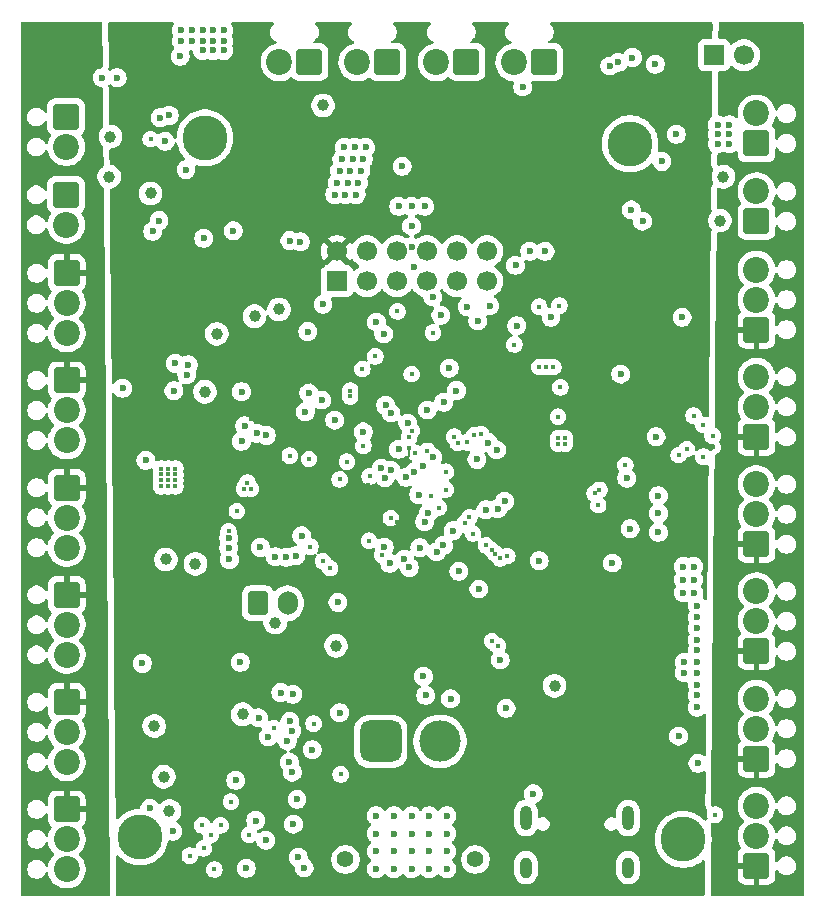
<source format=gbr>
%TF.GenerationSoftware,KiCad,Pcbnew,9.0.4*%
%TF.CreationDate,2025-10-27T15:56:17-04:00*%
%TF.ProjectId,Alpha_Breakout,416c7068-615f-4427-9265-616b6f75742e,rev?*%
%TF.SameCoordinates,Original*%
%TF.FileFunction,Copper,L3,Inr*%
%TF.FilePolarity,Positive*%
%FSLAX46Y46*%
G04 Gerber Fmt 4.6, Leading zero omitted, Abs format (unit mm)*
G04 Created by KiCad (PCBNEW 9.0.4) date 2025-10-27 15:56:17*
%MOMM*%
%LPD*%
G01*
G04 APERTURE LIST*
G04 Aperture macros list*
%AMRoundRect*
0 Rectangle with rounded corners*
0 $1 Rounding radius*
0 $2 $3 $4 $5 $6 $7 $8 $9 X,Y pos of 4 corners*
0 Add a 4 corners polygon primitive as box body*
4,1,4,$2,$3,$4,$5,$6,$7,$8,$9,$2,$3,0*
0 Add four circle primitives for the rounded corners*
1,1,$1+$1,$2,$3*
1,1,$1+$1,$4,$5*
1,1,$1+$1,$6,$7*
1,1,$1+$1,$8,$9*
0 Add four rect primitives between the rounded corners*
20,1,$1+$1,$2,$3,$4,$5,0*
20,1,$1+$1,$4,$5,$6,$7,0*
20,1,$1+$1,$6,$7,$8,$9,0*
20,1,$1+$1,$8,$9,$2,$3,0*%
G04 Aperture macros list end*
%TA.AperFunction,ComponentPad*%
%ADD10RoundRect,0.249999X-0.850001X0.850001X-0.850001X-0.850001X0.850001X-0.850001X0.850001X0.850001X0*%
%TD*%
%TA.AperFunction,ComponentPad*%
%ADD11C,2.200000*%
%TD*%
%TA.AperFunction,ComponentPad*%
%ADD12RoundRect,0.249999X0.850001X-0.850001X0.850001X0.850001X-0.850001X0.850001X-0.850001X-0.850001X0*%
%TD*%
%TA.AperFunction,ComponentPad*%
%ADD13RoundRect,0.249999X0.850001X0.850001X-0.850001X0.850001X-0.850001X-0.850001X0.850001X-0.850001X0*%
%TD*%
%TA.AperFunction,ComponentPad*%
%ADD14C,1.400000*%
%TD*%
%TA.AperFunction,ComponentPad*%
%ADD15RoundRect,0.770000X0.980000X0.980000X-0.980000X0.980000X-0.980000X-0.980000X0.980000X-0.980000X0*%
%TD*%
%TA.AperFunction,ComponentPad*%
%ADD16C,3.500000*%
%TD*%
%TA.AperFunction,ComponentPad*%
%ADD17C,3.800000*%
%TD*%
%TA.AperFunction,ComponentPad*%
%ADD18RoundRect,0.250000X-0.600000X-0.750000X0.600000X-0.750000X0.600000X0.750000X-0.600000X0.750000X0*%
%TD*%
%TA.AperFunction,ComponentPad*%
%ADD19O,1.700000X2.000000*%
%TD*%
%TA.AperFunction,ComponentPad*%
%ADD20R,1.700000X1.700000*%
%TD*%
%TA.AperFunction,ComponentPad*%
%ADD21C,1.700000*%
%TD*%
%TA.AperFunction,HeatsinkPad*%
%ADD22O,1.000000X2.100000*%
%TD*%
%TA.AperFunction,HeatsinkPad*%
%ADD23O,1.000000X1.800000*%
%TD*%
%TA.AperFunction,ViaPad*%
%ADD24C,0.400000*%
%TD*%
%TA.AperFunction,ViaPad*%
%ADD25C,0.600000*%
%TD*%
%TA.AperFunction,ViaPad*%
%ADD26C,1.000000*%
%TD*%
%TA.AperFunction,Conductor*%
%ADD27C,0.150000*%
%TD*%
G04 APERTURE END LIST*
D10*
%TO.N,+5V*%
%TO.C,J7*%
X119200000Y-111000000D03*
D11*
%TO.N,CH_05*%
X119200000Y-113540000D03*
%TO.N,GND*%
X119200000Y-116080000D03*
%TD*%
D12*
%TO.N,+5V*%
%TO.C,J12*%
X177600000Y-115780000D03*
D11*
%TO.N,CH_10*%
X177600000Y-113240000D03*
%TO.N,GND*%
X177600000Y-110700000D03*
%TD*%
D12*
%TO.N,+5V*%
%TO.C,J8*%
X177600000Y-124860000D03*
D11*
%TO.N,CH_09*%
X177600000Y-122320000D03*
%TO.N,GND*%
X177600000Y-119780000D03*
%TD*%
D13*
%TO.N,Net-(J18-Pin_1)*%
%TO.C,J18*%
X146340000Y-65900000D03*
D11*
%TO.N,Net-(J18-Pin_2)*%
X143800000Y-65900000D03*
%TD*%
D10*
%TO.N,SW_PWR*%
%TO.C,J26*%
X119160000Y-70535147D03*
D11*
%TO.N,Net-(D5-A)*%
X119160000Y-73075147D03*
%TD*%
D12*
%TO.N,SW_PWR*%
%TO.C,J29*%
X177600000Y-72779288D03*
D11*
%TO.N,Net-(D8-A)*%
X177600000Y-70239288D03*
%TD*%
D14*
%TO.N,*%
%TO.C,J22*%
X153800000Y-133400000D03*
X142800000Y-133400000D03*
D15*
%TO.N,GND*%
X145800000Y-123400000D03*
D16*
%TO.N,+BATT*%
X150800000Y-123400000D03*
%TD*%
D10*
%TO.N,+5V*%
%TO.C,J14*%
X119200000Y-92840000D03*
D11*
%TO.N,CH_03*%
X119200000Y-95380000D03*
%TO.N,GND*%
X119200000Y-97920000D03*
%TD*%
D10*
%TO.N,+5V*%
%TO.C,J10*%
X119200000Y-83760000D03*
D11*
%TO.N,CH_02*%
X119200000Y-86300000D03*
%TO.N,GND*%
X119200000Y-88840000D03*
%TD*%
D10*
%TO.N,SW_PWR*%
%TO.C,J27*%
X119160000Y-77135149D03*
D11*
%TO.N,Net-(D6-A)*%
X119160000Y-79675149D03*
%TD*%
D12*
%TO.N,+5V*%
%TO.C,J16*%
X177600000Y-106700000D03*
D11*
%TO.N,CH_11*%
X177600000Y-104160000D03*
%TO.N,GND*%
X177600000Y-101620000D03*
%TD*%
D17*
%TO.N,N/C*%
%TO.C,H3*%
X171400000Y-131700000D03*
%TD*%
%TO.N,N/C*%
%TO.C,H1*%
X130900000Y-72300000D03*
%TD*%
D12*
%TO.N,SW_PWR*%
%TO.C,J28*%
X177600000Y-79369291D03*
D11*
%TO.N,Net-(D7-A)*%
X177600000Y-76829291D03*
%TD*%
D18*
%TO.N,+BATT*%
%TO.C,J36*%
X135400000Y-111700000D03*
D19*
%TO.N,PYRO_PWR*%
X137900000Y-111700000D03*
%TD*%
D20*
%TO.N,GND*%
%TO.C,J34*%
X174000000Y-65300000D03*
D21*
%TO.N,Net-(J34-Pin_2)*%
X176540000Y-65300000D03*
%TD*%
D17*
%TO.N,N/C*%
%TO.C,H2*%
X166900000Y-72800000D03*
%TD*%
D12*
%TO.N,+5V*%
%TO.C,J9*%
X177600000Y-88540000D03*
D11*
%TO.N,CH_13*%
X177600000Y-86000000D03*
%TO.N,GND*%
X177600000Y-83460000D03*
%TD*%
D22*
%TO.N,GND*%
%TO.C,J2*%
X158085000Y-129900000D03*
D23*
X158085000Y-134080000D03*
D22*
X166725000Y-129900000D03*
D23*
X166725000Y-134080000D03*
%TD*%
D12*
%TO.N,+5V*%
%TO.C,J5*%
X177600000Y-97620000D03*
D11*
%TO.N,CH_12*%
X177600000Y-95080000D03*
%TO.N,GND*%
X177600000Y-92540000D03*
%TD*%
D10*
%TO.N,+5V*%
%TO.C,J3*%
X119200000Y-101920000D03*
D11*
%TO.N,CH_04*%
X119200000Y-104460000D03*
%TO.N,GND*%
X119200000Y-107000000D03*
%TD*%
D13*
%TO.N,Net-(J19-Pin_1)*%
%TO.C,J19*%
X139750000Y-65890000D03*
D11*
%TO.N,Net-(J19-Pin_2)*%
X137210000Y-65890000D03*
%TD*%
D13*
%TO.N,Net-(J20-Pin_1)*%
%TO.C,J20*%
X153040000Y-65890000D03*
D11*
%TO.N,Net-(J20-Pin_2)*%
X150500000Y-65890000D03*
%TD*%
D13*
%TO.N,Net-(J21-Pin_1)*%
%TO.C,J21*%
X159640000Y-65900000D03*
D11*
%TO.N,Net-(J21-Pin_2)*%
X157100000Y-65900000D03*
%TD*%
D20*
%TO.N,+5V*%
%TO.C,J35*%
X142080000Y-84440000D03*
D21*
%TO.N,+3.3V*%
X142080000Y-81900000D03*
%TO.N,/Breakout/PB5*%
X144620000Y-84440000D03*
%TO.N,/Breakout/PB9*%
X144620000Y-81900000D03*
%TO.N,/Breakout/PB4*%
X147159999Y-84440000D03*
%TO.N,/Breakout/PA13*%
X147160000Y-81900000D03*
%TO.N,/Breakout/PB3*%
X149700000Y-84440000D03*
%TO.N,/Breakout/PA14*%
X149700000Y-81900000D03*
%TO.N,/Breakout/PB8*%
X152240000Y-84440000D03*
%TO.N,/Breakout/PA15*%
X152240000Y-81900000D03*
%TO.N,GND*%
X154780000Y-84440000D03*
X154780000Y-81900000D03*
%TD*%
D17*
%TO.N,N/C*%
%TO.C,H4*%
X125400000Y-131500000D03*
%TD*%
D12*
%TO.N,+5V*%
%TO.C,J4*%
X177600000Y-133940000D03*
D11*
%TO.N,CH_08*%
X177600000Y-131400000D03*
%TO.N,GND*%
X177600000Y-128860000D03*
%TD*%
D10*
%TO.N,+5V*%
%TO.C,J15*%
X119200000Y-129160000D03*
D11*
%TO.N,CH_07*%
X119200000Y-131700000D03*
%TO.N,GND*%
X119200000Y-134240000D03*
%TD*%
D10*
%TO.N,+5V*%
%TO.C,J11*%
X119200000Y-120080000D03*
D11*
%TO.N,CH_06*%
X119200000Y-122620000D03*
%TO.N,GND*%
X119200000Y-125160000D03*
%TD*%
D24*
%TO.N,FB*%
X131700000Y-134245000D03*
D25*
X137879073Y-123345573D03*
%TO.N,GND*%
X172600000Y-119500000D03*
X144300000Y-74100000D03*
X143600000Y-73100000D03*
X126488000Y-80212000D03*
X133500000Y-126700000D03*
D24*
X155500000Y-107500000D03*
D25*
X149900000Y-132700000D03*
X166100000Y-92300000D03*
X143000000Y-76100000D03*
D24*
X171000000Y-99153999D03*
D25*
X145400000Y-129700000D03*
X138231520Y-122489117D03*
X171500000Y-117600001D03*
X172600000Y-118600000D03*
X174300000Y-71200000D03*
X171400000Y-109700000D03*
X169300000Y-104100000D03*
D24*
X159800000Y-91700000D03*
X159200000Y-91700000D03*
X128400000Y-101800000D03*
D25*
X146900000Y-129700000D03*
D24*
X142300000Y-101225000D03*
D25*
X134000000Y-93800000D03*
D24*
X133600000Y-103900000D03*
X132900000Y-105600000D03*
D25*
X138352564Y-119414799D03*
D24*
X126300000Y-72400000D03*
D25*
X172640001Y-125262499D03*
D24*
X148685532Y-98960255D03*
X128400000Y-100300000D03*
D25*
X151400000Y-132700000D03*
X174300000Y-72000000D03*
D24*
X128400000Y-100800000D03*
D25*
X129800000Y-63200000D03*
X138800000Y-133225000D03*
X149900000Y-134200000D03*
D24*
X163900000Y-102400000D03*
D25*
X126242893Y-129057107D03*
D24*
X143200000Y-93700000D03*
D25*
X171500001Y-116700000D03*
D24*
X155700000Y-115300000D03*
D25*
X146900000Y-131200000D03*
X149500000Y-78100000D03*
X175300000Y-72000000D03*
X142800000Y-77100000D03*
D24*
X154309405Y-97398874D03*
D25*
X142100000Y-76100000D03*
X128900000Y-64100000D03*
X146900000Y-132700000D03*
X132500000Y-64100000D03*
X145400000Y-131200000D03*
X165165908Y-66217976D03*
D24*
X134200000Y-102000000D03*
D25*
X172600000Y-113800000D03*
X172300000Y-110800000D03*
D24*
X155900000Y-107900000D03*
D25*
X146900000Y-134200000D03*
X131600000Y-63200000D03*
D24*
X150200000Y-88800000D03*
X127200000Y-100800000D03*
X173880000Y-97520000D03*
D25*
X143200000Y-75100000D03*
D24*
X156500000Y-107700000D03*
D25*
X149900000Y-129700000D03*
D24*
X146639460Y-104485845D03*
D25*
X172600000Y-120500000D03*
D24*
X160400000Y-91700000D03*
D25*
X142300000Y-75100000D03*
D24*
X148400000Y-92300000D03*
D25*
X170800000Y-72000000D03*
X149600000Y-119500000D03*
X171000000Y-122950000D03*
D24*
X160800000Y-98200000D03*
X160900000Y-86500000D03*
D25*
X175300000Y-72800000D03*
X138700000Y-128300000D03*
D24*
X154700000Y-106800000D03*
X134800000Y-102000000D03*
X153300000Y-104400000D03*
D25*
X132975000Y-108000000D03*
D24*
X155200000Y-114900000D03*
X127800000Y-100300000D03*
X134650000Y-131300000D03*
X145325000Y-90800000D03*
D25*
X139300000Y-134100000D03*
D24*
X160800000Y-97700000D03*
X164300000Y-102100000D03*
X166500000Y-100000000D03*
X174100000Y-129600000D03*
X164200000Y-103400000D03*
D25*
X169300000Y-102600000D03*
X148400000Y-132700000D03*
D24*
X160800000Y-95900000D03*
D25*
X138400000Y-130400000D03*
X144100000Y-75100000D03*
D24*
X130675000Y-130500500D03*
X143200000Y-94200000D03*
D25*
X141900000Y-77100000D03*
X131600000Y-64900000D03*
D24*
X128400000Y-101300000D03*
D25*
X151400000Y-131200000D03*
X142300000Y-120975000D03*
X174300000Y-72800000D03*
X145400000Y-134200000D03*
X149900000Y-131200000D03*
X129800000Y-64100000D03*
X132500000Y-64900000D03*
D24*
X155200000Y-107200000D03*
D25*
X135442698Y-121416012D03*
X134400000Y-134145000D03*
X130700000Y-63200000D03*
X138300000Y-126000000D03*
X142700000Y-73100000D03*
X148400000Y-131200000D03*
X171400000Y-110800000D03*
X141900000Y-96200000D03*
X132500000Y-63200000D03*
D24*
X127200000Y-100300000D03*
X132225000Y-130500500D03*
X127200000Y-101300000D03*
D25*
X172600000Y-114800000D03*
X147600000Y-74700000D03*
X145400000Y-132700000D03*
X169300000Y-105700000D03*
D24*
X127200000Y-101800000D03*
D25*
X172600000Y-112900000D03*
D24*
X144853851Y-100957613D03*
D25*
X143700000Y-77100000D03*
X147300000Y-78100000D03*
X171400000Y-108600000D03*
D24*
X127800000Y-101800000D03*
D25*
X148400000Y-134200000D03*
D24*
X157100000Y-89800000D03*
D25*
X175300000Y-71200000D03*
X151400000Y-129700000D03*
X132923000Y-106200294D03*
X130700000Y-64900000D03*
X172600000Y-111900000D03*
X123925000Y-93491942D03*
D24*
X140890676Y-108134782D03*
D25*
X142500000Y-74100000D03*
X143900000Y-76100000D03*
D24*
X147200000Y-87000000D03*
D25*
X148400000Y-78100000D03*
D24*
X161400000Y-97700000D03*
X134500000Y-101500000D03*
D25*
X144500000Y-73100000D03*
X151400000Y-134200000D03*
X172600000Y-115700000D03*
X172600000Y-116700000D03*
X172300000Y-108600000D03*
X130700000Y-64100000D03*
X172600000Y-117600000D03*
D24*
X127800000Y-100800000D03*
D25*
X128900000Y-63200000D03*
D24*
X144224019Y-91871106D03*
D25*
X172300000Y-109700000D03*
D24*
X127800000Y-101300000D03*
X159200000Y-86600000D03*
D25*
X148400000Y-129700000D03*
X143400000Y-74100000D03*
D24*
X161400000Y-98200000D03*
D25*
X131600000Y-64100000D03*
%TO.N,+BATT*%
X155900000Y-116500000D03*
X149400000Y-117900000D03*
X156400000Y-120600000D03*
%TO.N,+5V*%
X171300000Y-87500000D03*
X138100000Y-121700000D03*
X132923000Y-107000297D03*
X157300000Y-88200000D03*
X139100904Y-106000904D03*
X166613500Y-101113500D03*
X128800000Y-65400000D03*
X175300000Y-87200000D03*
X157300000Y-88200000D03*
X150200000Y-85775000D03*
X121200000Y-117000000D03*
X121400000Y-114000000D03*
X175500000Y-130700000D03*
X160200000Y-87500000D03*
X175100000Y-103500000D03*
X148600000Y-83200000D03*
X125600000Y-116800000D03*
X133300000Y-80175000D03*
X135600000Y-106980999D03*
X120150000Y-67450000D03*
X136262500Y-123000000D03*
%TO.N,+3.3V*%
X167100000Y-125400000D03*
X140800000Y-83100000D03*
X148700000Y-115000000D03*
X169700000Y-67000000D03*
X165400000Y-88200000D03*
X168500000Y-127600000D03*
X160400000Y-125000000D03*
D24*
X148200000Y-98600000D03*
D25*
X144100000Y-115000000D03*
X168900000Y-109500000D03*
X161167582Y-109625000D03*
X160800000Y-121100000D03*
X164576000Y-86100000D03*
X161500000Y-102300000D03*
X139707132Y-97443214D03*
D24*
X172500000Y-94900000D03*
D25*
X155500000Y-96200000D03*
X156700000Y-104500000D03*
X128800000Y-97300000D03*
X131800000Y-100800000D03*
X136900000Y-103800000D03*
D24*
X147179674Y-104798973D03*
D25*
X133200000Y-101400000D03*
X123700000Y-97600000D03*
D24*
X141484637Y-107409042D03*
X144717750Y-101657934D03*
D25*
X154600000Y-101825000D03*
X166400000Y-94800000D03*
X168090001Y-117909999D03*
X165000000Y-92300000D03*
D24*
X141900000Y-98500000D03*
D25*
X126100000Y-86700000D03*
X134919828Y-96054414D03*
D24*
X143286681Y-101891398D03*
D25*
X139600000Y-92900000D03*
D24*
X173880000Y-98480000D03*
X157000000Y-92700000D03*
X147297975Y-94438901D03*
D25*
X156300000Y-96600000D03*
X152600000Y-114989000D03*
X167500000Y-86100000D03*
X163200000Y-100300000D03*
%TO.N,/prog/USB_RX*%
X149338243Y-100075000D03*
X147794638Y-107989246D03*
X149000000Y-102500000D03*
X151115187Y-94681862D03*
X152400000Y-109000000D03*
X146637060Y-100420944D03*
D24*
%TO.N,Net-(PS1-FB)*%
X131401419Y-131321739D03*
X129622589Y-133077868D03*
D25*
%TO.N,/prog/USB_TX*%
X148598745Y-100611201D03*
X150177484Y-99342116D03*
D24*
%TO.N,Net-(U1-NRST)*%
X141499701Y-108734499D03*
D25*
X154100000Y-110500000D03*
%TO.N,Net-(U1-BOOT0)*%
X142160847Y-111639153D03*
X144300000Y-97200000D03*
D24*
X144306940Y-98366351D03*
D25*
X159200000Y-108100000D03*
%TO.N,/stm32f1/SPI1_MISO*%
X154691942Y-103791942D03*
X136100000Y-97500000D03*
X149500000Y-104800000D03*
D26*
%TO.N,SW_PWR*%
X174500000Y-79300000D03*
X126300000Y-77000000D03*
X174800000Y-75600000D03*
X127600000Y-108000000D03*
X142000000Y-115300000D03*
X122900000Y-72200000D03*
X122800000Y-75600000D03*
X160500000Y-118700000D03*
D25*
%TO.N,/stm32f1/SPI1_MOSI*%
X149815136Y-104064682D03*
X156283884Y-103083884D03*
D24*
X138090137Y-99209863D03*
D25*
%TO.N,Net-(J23-Pin_1)*%
X123472501Y-67200000D03*
X127876116Y-70405970D03*
%TO.N,Net-(J23-Pin_2)*%
X127100000Y-70600000D03*
X122222501Y-67200000D03*
%TO.N,Net-(C31-Pad1)*%
X128200000Y-131000000D03*
X140000000Y-124100000D03*
D26*
%TO.N,Net-(C31-Pad2)*%
X127900000Y-129300000D03*
X126600000Y-122100000D03*
D25*
%TO.N,/ADCs/SDA*%
X148089456Y-96465000D03*
X147293953Y-98673077D03*
D24*
X139707844Y-99492156D03*
D25*
X145850299Y-100276000D03*
%TO.N,/RS-485/DIR_RS485*%
X128400000Y-91400000D03*
X150518106Y-107349000D03*
X148205158Y-108675888D03*
%TO.N,Net-(D3-K)*%
X133900000Y-116700000D03*
X151700000Y-119800000D03*
%TO.N,Net-(D9-K)*%
X138591962Y-107686863D03*
D24*
X139825000Y-106914079D03*
%TO.N,Net-(U8-T-)*%
X173100000Y-99300000D03*
X173100000Y-96600000D03*
X171699999Y-98641320D03*
%TO.N,en*%
X142400000Y-126200000D03*
X130800000Y-132448000D03*
D25*
%TO.N,Net-(J18-Pin_2)*%
X139600000Y-88700000D03*
D24*
%TO.N,Net-(PS1-VBST)*%
X133100000Y-128500000D03*
D25*
X138050000Y-125150000D03*
%TO.N,/stm32f1/TC2_CS*%
X155673145Y-103704015D03*
D24*
X150700000Y-103600000D03*
D25*
%TO.N,USB_V+*%
X158700000Y-127844000D03*
X137318883Y-119265001D03*
D26*
%TO.N,BATT_V+*%
X127425000Y-126400000D03*
D25*
X135200000Y-130100000D03*
D26*
X134100000Y-121100000D03*
D25*
X136045937Y-131761240D03*
D24*
X136715947Y-122292992D03*
X140100000Y-121900000D03*
D25*
%TO.N,Net-(J18-Pin_1)*%
X140800000Y-94500000D03*
%TO.N,Net-(J19-Pin_2)*%
X125900000Y-99600000D03*
%TO.N,Net-(J19-Pin_1)*%
X128275828Y-93718783D03*
%TO.N,Net-(J20-Pin_1)*%
X154000000Y-87800000D03*
%TO.N,Net-(J20-Pin_2)*%
X151600000Y-91800000D03*
D24*
%TO.N,Net-(J21-Pin_2)*%
X172278768Y-95821232D03*
D25*
%TO.N,Net-(J21-Pin_1)*%
X169100000Y-97600000D03*
D26*
%TO.N,Net-(J34-Pin_2)*%
X131900000Y-88900000D03*
X140900000Y-69552000D03*
D25*
%TO.N,SCL_5V*%
X137800000Y-107800000D03*
X166900000Y-105400000D03*
%TO.N,SDA_5V*%
X136858058Y-107775000D03*
X165400000Y-108300000D03*
%TO.N,/Breakout/PA14*%
X150882558Y-87317442D03*
D24*
X148424691Y-97079506D03*
%TO.N,/ADS1231/LC_DRDY{slash}DOUT*%
X161000000Y-93418785D03*
X152000000Y-97600000D03*
D25*
%TO.N,/Accelerometer/ACC_SDA*%
X167000000Y-78400000D03*
X155000000Y-86500000D03*
X167100000Y-65499000D03*
D24*
X150028768Y-102617029D03*
D25*
X157200000Y-83100000D03*
%TO.N,/Breakout/PB4*%
X146206088Y-94940222D03*
X145425000Y-87900000D03*
%TO.N,/Solenoids/S1*%
X127524000Y-72600000D03*
X139700000Y-93900000D03*
X129300000Y-75000000D03*
X147922472Y-101038588D03*
%TO.N,/Solenoids/S2*%
X140900000Y-86400000D03*
X149724997Y-95343145D03*
X127016000Y-79300000D03*
D24*
X153068152Y-98089384D03*
D25*
X130791942Y-80808058D03*
X153929379Y-99529379D03*
D24*
%TO.N,/ADS1231/LC_SCLK*%
X153710113Y-97471257D03*
X152309404Y-98114073D03*
%TO.N,/Breakout/PA15*%
X148197254Y-97634731D03*
D25*
X153100000Y-86600000D03*
%TO.N,/Breakout/PB8*%
X138100000Y-81000000D03*
X146149144Y-101066972D03*
%TO.N,/Breakout/PA13*%
X152200000Y-93700000D03*
D24*
X149736532Y-98798457D03*
D25*
X148397567Y-81544791D03*
X148397567Y-79775000D03*
%TO.N,/Breakout/PB9*%
X138975000Y-81100000D03*
D24*
X142918261Y-99718261D03*
D25*
%TO.N,/Breakout/PB3*%
X146050000Y-88900000D03*
X146658520Y-95600000D03*
%TO.N,Net-(J30-Pin_2)*%
X159700000Y-81900000D03*
X169033086Y-66066914D03*
%TO.N,Net-(J30-Pin_3)*%
X158400000Y-81900000D03*
X157800000Y-68000000D03*
%TO.N,/Pyro/PYRO1*%
X139405001Y-95500000D03*
D24*
X151313258Y-100573000D03*
%TO.N,/Hardware_Safe/K1*%
X144797832Y-106402168D03*
X145894835Y-107618586D03*
%TO.N,/Hardware_Safe/BW1*%
X153600000Y-105800000D03*
X152887104Y-104912896D03*
D26*
%TO.N,PYRO_PWR*%
X136857107Y-113342893D03*
X137175000Y-86824911D03*
X130900000Y-93800000D03*
X130101302Y-108373962D03*
X135100000Y-87400000D03*
D25*
%TO.N,/Accelerometer/ACC_SCL*%
X165900000Y-65900000D03*
D24*
X151314674Y-102075000D03*
D25*
%TO.N,/Solenoids/S3*%
X167950000Y-79350000D03*
X155600000Y-98723877D03*
%TO.N,/Solenoids/S4*%
X154889662Y-98098877D03*
X169600000Y-74300000D03*
%TO.N,/RS-485/TX_RS485*%
X146543638Y-108330133D03*
X129500000Y-91500000D03*
%TO.N,/stm32f1/SPI1_SCK*%
X151100000Y-106800000D03*
X135276347Y-97304414D03*
%TO.N,/RS-485/RX_RS485*%
X149100000Y-107000000D03*
X129358058Y-92341942D03*
%TO.N,/stm32f1/TC3_CS*%
X134000000Y-98000000D03*
X146082271Y-106944144D03*
%TO.N,/stm32f1/TC1_CS*%
X151910327Y-105563881D03*
X134272463Y-96679414D03*
%TD*%
D27*
%TO.N,+3.3V*%
X148200000Y-98600000D02*
X148200000Y-99200000D01*
X144757934Y-101657934D02*
X145200000Y-102100000D01*
X148200000Y-99200000D02*
X147700000Y-99700000D01*
X144717750Y-101657934D02*
X144757934Y-101657934D01*
%TD*%
%TA.AperFunction,Conductor*%
%TO.N,+5V*%
G36*
X181530039Y-62530186D02*
G01*
X181575794Y-62582990D01*
X181587000Y-62634501D01*
X181587000Y-136385501D01*
X181567315Y-136452540D01*
X181514511Y-136498295D01*
X181463000Y-136509501D01*
X173835222Y-136509501D01*
X173768183Y-136489816D01*
X173722428Y-136437012D01*
X173711227Y-136384356D01*
X173731976Y-134137493D01*
X173741192Y-133139500D01*
X173749818Y-132205362D01*
X173752921Y-132178925D01*
X173770312Y-132102732D01*
X173800500Y-131834809D01*
X173800500Y-131565191D01*
X173773004Y-131321158D01*
X173770313Y-131297274D01*
X173770312Y-131297268D01*
X173761912Y-131260467D01*
X173758809Y-131231740D01*
X173766510Y-130397833D01*
X173786813Y-130330981D01*
X173840037Y-130285716D01*
X173909285Y-130276411D01*
X173914682Y-130277361D01*
X173956527Y-130285685D01*
X174031004Y-130300500D01*
X174031007Y-130300500D01*
X174168995Y-130300500D01*
X174260041Y-130282389D01*
X174304328Y-130273580D01*
X174431811Y-130220775D01*
X174546542Y-130144114D01*
X174644114Y-130046542D01*
X174720775Y-129931811D01*
X174773580Y-129804328D01*
X174782389Y-129760041D01*
X174800500Y-129668995D01*
X174800500Y-129531004D01*
X174773581Y-129395677D01*
X174773580Y-129395676D01*
X174773580Y-129395672D01*
X174746249Y-129329688D01*
X174720778Y-129268195D01*
X174720771Y-129268182D01*
X174644114Y-129153458D01*
X174644111Y-129153454D01*
X174546545Y-129055888D01*
X174546541Y-129055885D01*
X174431817Y-128979228D01*
X174431804Y-128979221D01*
X174304332Y-128926421D01*
X174304322Y-128926418D01*
X174168995Y-128899500D01*
X174168993Y-128899500D01*
X174031007Y-128899500D01*
X174031002Y-128899500D01*
X173929480Y-128919694D01*
X173907943Y-128917766D01*
X173886510Y-128920647D01*
X173873830Y-128914714D01*
X173859888Y-128913467D01*
X173842810Y-128900200D01*
X173823225Y-128891037D01*
X173815766Y-128879192D01*
X173804711Y-128870604D01*
X173797516Y-128850208D01*
X173785995Y-128831912D01*
X173782876Y-128808710D01*
X173781467Y-128804714D01*
X173781294Y-128796958D01*
X173781875Y-128734038D01*
X175999500Y-128734038D01*
X175999500Y-128985961D01*
X176038910Y-129234785D01*
X176116760Y-129474383D01*
X176231132Y-129698848D01*
X176379201Y-129902649D01*
X176379205Y-129902654D01*
X176518870Y-130042319D01*
X176552355Y-130103642D01*
X176547371Y-130173334D01*
X176518870Y-130217681D01*
X176379205Y-130357345D01*
X176379201Y-130357350D01*
X176231132Y-130561151D01*
X176116760Y-130785616D01*
X176038910Y-131025214D01*
X175999500Y-131274038D01*
X175999500Y-131525961D01*
X176038910Y-131774785D01*
X176116760Y-132014383D01*
X176231132Y-132238848D01*
X176299062Y-132332347D01*
X176322542Y-132398153D01*
X176306716Y-132466207D01*
X176286426Y-132492913D01*
X176157680Y-132621659D01*
X176065645Y-132770869D01*
X176065640Y-132770880D01*
X176010494Y-132937302D01*
X176000000Y-133040013D01*
X176000000Y-133690000D01*
X177109252Y-133690000D01*
X177087482Y-133727708D01*
X177050000Y-133867591D01*
X177050000Y-134012409D01*
X177087482Y-134152292D01*
X177109252Y-134190000D01*
X176000001Y-134190000D01*
X176000001Y-134839986D01*
X176010494Y-134942696D01*
X176010494Y-134942698D01*
X176065640Y-135109119D01*
X176065645Y-135109130D01*
X176157680Y-135258340D01*
X176157683Y-135258344D01*
X176281655Y-135382316D01*
X176281659Y-135382319D01*
X176430869Y-135474354D01*
X176430880Y-135474359D01*
X176597302Y-135529505D01*
X176700019Y-135539999D01*
X177349999Y-135539999D01*
X177350000Y-135539998D01*
X177350000Y-134430747D01*
X177387708Y-134452518D01*
X177527591Y-134490000D01*
X177672409Y-134490000D01*
X177812292Y-134452518D01*
X177850000Y-134430747D01*
X177850000Y-135539999D01*
X178499972Y-135539999D01*
X178499986Y-135539998D01*
X178602696Y-135529505D01*
X178602698Y-135529505D01*
X178769119Y-135474359D01*
X178769130Y-135474354D01*
X178918340Y-135382319D01*
X178918344Y-135382316D01*
X179042316Y-135258344D01*
X179042319Y-135258340D01*
X179134354Y-135109130D01*
X179134359Y-135109119D01*
X179189505Y-134942697D01*
X179199999Y-134839986D01*
X179199999Y-134382781D01*
X179219683Y-134315742D01*
X179272487Y-134269987D01*
X179341646Y-134260043D01*
X179405202Y-134289068D01*
X179425917Y-134314985D01*
X179427221Y-134314114D01*
X179518210Y-134450288D01*
X179518213Y-134450292D01*
X179629707Y-134561786D01*
X179629711Y-134561789D01*
X179760814Y-134649390D01*
X179760827Y-134649397D01*
X179906498Y-134709735D01*
X179906503Y-134709737D01*
X180061153Y-134740499D01*
X180061156Y-134740500D01*
X180061158Y-134740500D01*
X180218844Y-134740500D01*
X180218845Y-134740499D01*
X180373497Y-134709737D01*
X180519179Y-134649394D01*
X180650289Y-134561789D01*
X180761789Y-134450289D01*
X180849394Y-134319179D01*
X180909737Y-134173497D01*
X180940500Y-134018842D01*
X180940500Y-133861158D01*
X180940500Y-133861155D01*
X180940499Y-133861153D01*
X180909738Y-133706510D01*
X180909737Y-133706503D01*
X180890822Y-133660838D01*
X180849397Y-133560827D01*
X180849390Y-133560814D01*
X180761789Y-133429711D01*
X180761786Y-133429707D01*
X180650292Y-133318213D01*
X180650288Y-133318210D01*
X180519185Y-133230609D01*
X180519172Y-133230602D01*
X180373501Y-133170264D01*
X180373489Y-133170261D01*
X180218845Y-133139500D01*
X180218842Y-133139500D01*
X180061158Y-133139500D01*
X180061155Y-133139500D01*
X179906510Y-133170261D01*
X179906498Y-133170264D01*
X179760827Y-133230602D01*
X179760814Y-133230609D01*
X179629711Y-133318210D01*
X179629707Y-133318213D01*
X179518213Y-133429707D01*
X179518210Y-133429711D01*
X179427221Y-133565886D01*
X179424886Y-133564326D01*
X179384294Y-133605573D01*
X179316141Y-133620970D01*
X179250484Y-133597077D01*
X179208167Y-133541479D01*
X179199999Y-133497219D01*
X179199999Y-133040028D01*
X179199998Y-133040012D01*
X179189505Y-132937303D01*
X179189505Y-132937301D01*
X179134359Y-132770880D01*
X179134354Y-132770869D01*
X179042319Y-132621659D01*
X179042316Y-132621655D01*
X178913574Y-132492913D01*
X178880089Y-132431590D01*
X178885073Y-132361898D01*
X178900934Y-132332349D01*
X178968870Y-132238845D01*
X179083241Y-132014379D01*
X179161090Y-131774785D01*
X179166357Y-131741531D01*
X179196286Y-131678396D01*
X179255597Y-131641464D01*
X179325460Y-131642462D01*
X179383692Y-131681071D01*
X179403391Y-131713476D01*
X179430602Y-131779173D01*
X179430609Y-131779185D01*
X179518210Y-131910288D01*
X179518213Y-131910292D01*
X179629707Y-132021786D01*
X179629711Y-132021789D01*
X179760814Y-132109390D01*
X179760827Y-132109397D01*
X179906498Y-132169735D01*
X179906503Y-132169737D01*
X180061153Y-132200499D01*
X180061156Y-132200500D01*
X180061158Y-132200500D01*
X180218844Y-132200500D01*
X180218845Y-132200499D01*
X180373497Y-132169737D01*
X180519179Y-132109394D01*
X180650289Y-132021789D01*
X180761789Y-131910289D01*
X180849394Y-131779179D01*
X180909737Y-131633497D01*
X180940500Y-131478842D01*
X180940500Y-131321158D01*
X180940500Y-131321155D01*
X180940499Y-131321153D01*
X180928429Y-131260472D01*
X180909737Y-131166503D01*
X180879944Y-131094576D01*
X180849397Y-131020827D01*
X180849390Y-131020814D01*
X180761789Y-130889711D01*
X180761786Y-130889707D01*
X180650292Y-130778213D01*
X180650288Y-130778210D01*
X180519185Y-130690609D01*
X180519172Y-130690602D01*
X180373501Y-130630264D01*
X180373489Y-130630261D01*
X180218845Y-130599500D01*
X180218842Y-130599500D01*
X180061158Y-130599500D01*
X180061155Y-130599500D01*
X179906510Y-130630261D01*
X179906498Y-130630264D01*
X179760827Y-130690602D01*
X179760814Y-130690609D01*
X179629711Y-130778210D01*
X179629707Y-130778213D01*
X179518213Y-130889707D01*
X179518210Y-130889711D01*
X179430609Y-131020814D01*
X179430602Y-131020827D01*
X179403391Y-131086523D01*
X179359550Y-131140927D01*
X179293256Y-131162992D01*
X179225557Y-131145713D01*
X179177946Y-131094576D01*
X179166357Y-131058469D01*
X179162546Y-131034409D01*
X179161090Y-131025215D01*
X179083241Y-130785621D01*
X179083239Y-130785618D01*
X179083239Y-130785616D01*
X179034826Y-130690602D01*
X178968870Y-130561155D01*
X178850210Y-130397833D01*
X178820798Y-130357350D01*
X178820794Y-130357345D01*
X178681130Y-130217681D01*
X178647645Y-130156358D01*
X178652629Y-130086666D01*
X178681130Y-130042319D01*
X178820793Y-129902656D01*
X178968870Y-129698845D01*
X179083241Y-129474379D01*
X179161090Y-129234785D01*
X179166357Y-129201531D01*
X179196286Y-129138396D01*
X179255597Y-129101464D01*
X179325460Y-129102462D01*
X179383692Y-129141071D01*
X179403391Y-129173476D01*
X179430602Y-129239173D01*
X179430609Y-129239185D01*
X179518210Y-129370288D01*
X179518213Y-129370292D01*
X179629707Y-129481786D01*
X179629711Y-129481789D01*
X179760814Y-129569390D01*
X179760827Y-129569397D01*
X179824368Y-129595716D01*
X179906503Y-129629737D01*
X180061153Y-129660499D01*
X180061156Y-129660500D01*
X180061158Y-129660500D01*
X180218844Y-129660500D01*
X180218845Y-129660499D01*
X180373497Y-129629737D01*
X180519179Y-129569394D01*
X180650289Y-129481789D01*
X180761789Y-129370289D01*
X180849394Y-129239179D01*
X180909737Y-129093497D01*
X180940500Y-128938842D01*
X180940500Y-128781158D01*
X180940500Y-128781155D01*
X180940499Y-128781153D01*
X180909738Y-128626510D01*
X180909737Y-128626503D01*
X180879944Y-128554576D01*
X180849397Y-128480827D01*
X180849390Y-128480814D01*
X180761789Y-128349711D01*
X180761786Y-128349707D01*
X180650292Y-128238213D01*
X180650288Y-128238210D01*
X180519185Y-128150609D01*
X180519172Y-128150602D01*
X180373501Y-128090264D01*
X180373489Y-128090261D01*
X180218845Y-128059500D01*
X180218842Y-128059500D01*
X180061158Y-128059500D01*
X180061155Y-128059500D01*
X179906510Y-128090261D01*
X179906498Y-128090264D01*
X179760827Y-128150602D01*
X179760814Y-128150609D01*
X179629711Y-128238210D01*
X179629707Y-128238213D01*
X179518213Y-128349707D01*
X179518210Y-128349711D01*
X179430609Y-128480814D01*
X179430602Y-128480827D01*
X179403391Y-128546523D01*
X179359550Y-128600927D01*
X179293256Y-128622992D01*
X179225557Y-128605713D01*
X179177946Y-128554576D01*
X179166357Y-128518469D01*
X179166103Y-128516866D01*
X179161090Y-128485215D01*
X179083241Y-128245621D01*
X179083239Y-128245618D01*
X179083239Y-128245616D01*
X179034826Y-128150602D01*
X178968870Y-128021155D01*
X178949952Y-127995117D01*
X178820798Y-127817350D01*
X178820794Y-127817345D01*
X178642654Y-127639205D01*
X178642649Y-127639201D01*
X178438848Y-127491132D01*
X178438847Y-127491131D01*
X178438845Y-127491130D01*
X178368747Y-127455413D01*
X178214383Y-127376760D01*
X177974785Y-127298910D01*
X177725962Y-127259500D01*
X177474038Y-127259500D01*
X177349626Y-127279205D01*
X177225214Y-127298910D01*
X176985616Y-127376760D01*
X176761151Y-127491132D01*
X176557350Y-127639201D01*
X176557345Y-127639205D01*
X176379205Y-127817345D01*
X176379201Y-127817350D01*
X176231132Y-128021151D01*
X176116760Y-128245616D01*
X176038910Y-128485214D01*
X175999500Y-128734038D01*
X173781875Y-128734038D01*
X173865728Y-119654038D01*
X175999500Y-119654038D01*
X175999500Y-119905961D01*
X176038910Y-120154785D01*
X176116760Y-120394383D01*
X176231132Y-120618848D01*
X176379201Y-120822649D01*
X176379205Y-120822654D01*
X176518870Y-120962319D01*
X176552355Y-121023642D01*
X176547371Y-121093334D01*
X176518870Y-121137681D01*
X176379205Y-121277345D01*
X176379201Y-121277350D01*
X176231132Y-121481151D01*
X176116760Y-121705616D01*
X176038910Y-121945214D01*
X175999500Y-122194038D01*
X175999500Y-122445961D01*
X176038910Y-122694785D01*
X176116760Y-122934383D01*
X176231132Y-123158848D01*
X176299062Y-123252347D01*
X176322542Y-123318153D01*
X176306716Y-123386207D01*
X176286426Y-123412913D01*
X176157680Y-123541659D01*
X176065645Y-123690869D01*
X176065640Y-123690880D01*
X176010494Y-123857302D01*
X176000000Y-123960013D01*
X176000000Y-124610000D01*
X177109252Y-124610000D01*
X177087482Y-124647708D01*
X177050000Y-124787591D01*
X177050000Y-124932409D01*
X177087482Y-125072292D01*
X177109252Y-125110000D01*
X176000001Y-125110000D01*
X176000001Y-125759986D01*
X176010494Y-125862696D01*
X176010494Y-125862698D01*
X176065640Y-126029119D01*
X176065645Y-126029130D01*
X176157680Y-126178340D01*
X176157683Y-126178344D01*
X176281655Y-126302316D01*
X176281659Y-126302319D01*
X176430869Y-126394354D01*
X176430880Y-126394359D01*
X176597302Y-126449505D01*
X176700019Y-126459999D01*
X177349999Y-126459999D01*
X177350000Y-126459998D01*
X177350000Y-125350747D01*
X177387708Y-125372518D01*
X177527591Y-125410000D01*
X177672409Y-125410000D01*
X177812292Y-125372518D01*
X177850000Y-125350747D01*
X177850000Y-126459999D01*
X178499972Y-126459999D01*
X178499986Y-126459998D01*
X178602696Y-126449505D01*
X178602698Y-126449505D01*
X178769119Y-126394359D01*
X178769130Y-126394354D01*
X178918340Y-126302319D01*
X178918344Y-126302316D01*
X179042316Y-126178344D01*
X179042319Y-126178340D01*
X179134354Y-126029130D01*
X179134359Y-126029119D01*
X179189505Y-125862697D01*
X179199999Y-125759986D01*
X179199999Y-125302781D01*
X179219683Y-125235742D01*
X179272487Y-125189987D01*
X179341646Y-125180043D01*
X179405202Y-125209068D01*
X179425917Y-125234985D01*
X179427221Y-125234114D01*
X179518210Y-125370288D01*
X179518213Y-125370292D01*
X179629707Y-125481786D01*
X179629711Y-125481789D01*
X179760814Y-125569390D01*
X179760827Y-125569397D01*
X179906498Y-125629735D01*
X179906503Y-125629737D01*
X180061153Y-125660499D01*
X180061156Y-125660500D01*
X180061158Y-125660500D01*
X180218844Y-125660500D01*
X180218845Y-125660499D01*
X180373497Y-125629737D01*
X180519179Y-125569394D01*
X180650289Y-125481789D01*
X180761789Y-125370289D01*
X180849394Y-125239179D01*
X180909737Y-125093497D01*
X180940500Y-124938842D01*
X180940500Y-124781158D01*
X180940500Y-124781155D01*
X180940499Y-124781153D01*
X180909738Y-124626510D01*
X180909737Y-124626503D01*
X180902901Y-124610000D01*
X180849397Y-124480827D01*
X180849390Y-124480814D01*
X180761789Y-124349711D01*
X180761786Y-124349707D01*
X180650292Y-124238213D01*
X180650288Y-124238210D01*
X180519185Y-124150609D01*
X180519172Y-124150602D01*
X180373501Y-124090264D01*
X180373489Y-124090261D01*
X180218845Y-124059500D01*
X180218842Y-124059500D01*
X180061158Y-124059500D01*
X180061155Y-124059500D01*
X179906510Y-124090261D01*
X179906498Y-124090264D01*
X179760827Y-124150602D01*
X179760814Y-124150609D01*
X179629711Y-124238210D01*
X179629707Y-124238213D01*
X179518213Y-124349707D01*
X179518210Y-124349711D01*
X179427221Y-124485886D01*
X179424886Y-124484326D01*
X179384294Y-124525573D01*
X179316141Y-124540970D01*
X179250484Y-124517077D01*
X179208167Y-124461479D01*
X179199999Y-124417219D01*
X179199999Y-123960028D01*
X179199998Y-123960012D01*
X179189505Y-123857303D01*
X179189505Y-123857301D01*
X179134359Y-123690880D01*
X179134354Y-123690869D01*
X179042319Y-123541659D01*
X179042316Y-123541655D01*
X178913574Y-123412913D01*
X178880089Y-123351590D01*
X178885073Y-123281898D01*
X178900934Y-123252349D01*
X178968870Y-123158845D01*
X179083241Y-122934379D01*
X179161090Y-122694785D01*
X179166357Y-122661531D01*
X179196286Y-122598396D01*
X179255597Y-122561464D01*
X179325460Y-122562462D01*
X179383692Y-122601071D01*
X179403391Y-122633476D01*
X179430602Y-122699173D01*
X179430609Y-122699185D01*
X179518210Y-122830288D01*
X179518213Y-122830292D01*
X179629707Y-122941786D01*
X179629711Y-122941789D01*
X179760814Y-123029390D01*
X179760827Y-123029397D01*
X179906498Y-123089735D01*
X179906503Y-123089737D01*
X180061153Y-123120499D01*
X180061156Y-123120500D01*
X180061158Y-123120500D01*
X180218844Y-123120500D01*
X180218845Y-123120499D01*
X180373497Y-123089737D01*
X180519179Y-123029394D01*
X180650289Y-122941789D01*
X180761789Y-122830289D01*
X180849394Y-122699179D01*
X180909737Y-122553497D01*
X180940500Y-122398842D01*
X180940500Y-122241158D01*
X180940500Y-122241155D01*
X180940499Y-122241153D01*
X180909738Y-122086510D01*
X180909737Y-122086503D01*
X180879944Y-122014576D01*
X180849397Y-121940827D01*
X180849390Y-121940814D01*
X180761789Y-121809711D01*
X180761786Y-121809707D01*
X180650292Y-121698213D01*
X180650288Y-121698210D01*
X180519185Y-121610609D01*
X180519172Y-121610602D01*
X180373501Y-121550264D01*
X180373489Y-121550261D01*
X180218845Y-121519500D01*
X180218842Y-121519500D01*
X180061158Y-121519500D01*
X180061155Y-121519500D01*
X179906510Y-121550261D01*
X179906498Y-121550264D01*
X179760827Y-121610602D01*
X179760814Y-121610609D01*
X179629711Y-121698210D01*
X179629707Y-121698213D01*
X179518213Y-121809707D01*
X179518210Y-121809711D01*
X179430609Y-121940814D01*
X179430602Y-121940827D01*
X179403391Y-122006523D01*
X179359550Y-122060927D01*
X179293256Y-122082992D01*
X179225557Y-122065713D01*
X179177946Y-122014576D01*
X179166357Y-121978469D01*
X179166103Y-121976866D01*
X179161090Y-121945215D01*
X179083241Y-121705621D01*
X179083239Y-121705618D01*
X179083239Y-121705616D01*
X179034826Y-121610602D01*
X178968870Y-121481155D01*
X178949952Y-121455117D01*
X178820798Y-121277350D01*
X178820794Y-121277345D01*
X178681130Y-121137681D01*
X178647645Y-121076358D01*
X178652629Y-121006666D01*
X178681130Y-120962319D01*
X178820793Y-120822656D01*
X178968870Y-120618845D01*
X179083241Y-120394379D01*
X179161090Y-120154785D01*
X179166357Y-120121531D01*
X179196286Y-120058396D01*
X179255597Y-120021464D01*
X179325460Y-120022462D01*
X179383692Y-120061071D01*
X179403391Y-120093476D01*
X179430602Y-120159173D01*
X179430609Y-120159185D01*
X179518210Y-120290288D01*
X179518213Y-120290292D01*
X179629707Y-120401786D01*
X179629711Y-120401789D01*
X179760814Y-120489390D01*
X179760827Y-120489397D01*
X179906498Y-120549735D01*
X179906503Y-120549737D01*
X180061153Y-120580499D01*
X180061156Y-120580500D01*
X180061158Y-120580500D01*
X180218844Y-120580500D01*
X180218845Y-120580499D01*
X180373497Y-120549737D01*
X180519179Y-120489394D01*
X180650289Y-120401789D01*
X180761789Y-120290289D01*
X180849394Y-120159179D01*
X180909737Y-120013497D01*
X180940500Y-119858842D01*
X180940500Y-119701158D01*
X180940500Y-119701155D01*
X180940499Y-119701153D01*
X180909738Y-119546510D01*
X180909737Y-119546503D01*
X180879944Y-119474576D01*
X180849397Y-119400827D01*
X180849390Y-119400814D01*
X180761789Y-119269711D01*
X180761786Y-119269707D01*
X180650292Y-119158213D01*
X180650288Y-119158210D01*
X180519185Y-119070609D01*
X180519172Y-119070602D01*
X180373501Y-119010264D01*
X180373489Y-119010261D01*
X180218845Y-118979500D01*
X180218842Y-118979500D01*
X180061158Y-118979500D01*
X180061155Y-118979500D01*
X179906510Y-119010261D01*
X179906498Y-119010264D01*
X179760827Y-119070602D01*
X179760814Y-119070609D01*
X179629711Y-119158210D01*
X179629707Y-119158213D01*
X179518213Y-119269707D01*
X179518210Y-119269711D01*
X179430609Y-119400814D01*
X179430602Y-119400827D01*
X179403391Y-119466523D01*
X179359550Y-119520927D01*
X179293256Y-119542992D01*
X179225557Y-119525713D01*
X179177946Y-119474576D01*
X179166357Y-119438469D01*
X179166103Y-119436866D01*
X179161090Y-119405215D01*
X179083241Y-119165621D01*
X179083239Y-119165618D01*
X179083239Y-119165616D01*
X179034826Y-119070602D01*
X178968870Y-118941155D01*
X178949952Y-118915117D01*
X178820798Y-118737350D01*
X178820794Y-118737345D01*
X178642654Y-118559205D01*
X178642649Y-118559201D01*
X178438848Y-118411132D01*
X178438847Y-118411131D01*
X178438845Y-118411130D01*
X178368747Y-118375413D01*
X178214383Y-118296760D01*
X177974785Y-118218910D01*
X177725962Y-118179500D01*
X177474038Y-118179500D01*
X177349626Y-118199205D01*
X177225214Y-118218910D01*
X176985616Y-118296760D01*
X176761151Y-118411132D01*
X176557350Y-118559201D01*
X176557345Y-118559205D01*
X176379205Y-118737345D01*
X176379201Y-118737350D01*
X176231132Y-118941151D01*
X176116760Y-119165616D01*
X176038910Y-119405214D01*
X175999500Y-119654038D01*
X173865728Y-119654038D01*
X173949580Y-110574038D01*
X175999500Y-110574038D01*
X175999500Y-110825961D01*
X176038910Y-111074785D01*
X176116760Y-111314383D01*
X176231132Y-111538848D01*
X176379201Y-111742649D01*
X176379205Y-111742654D01*
X176518870Y-111882319D01*
X176552355Y-111943642D01*
X176547371Y-112013334D01*
X176518870Y-112057681D01*
X176379205Y-112197345D01*
X176379201Y-112197350D01*
X176231132Y-112401151D01*
X176116760Y-112625616D01*
X176038910Y-112865214D01*
X175999500Y-113114038D01*
X175999500Y-113365961D01*
X176038910Y-113614785D01*
X176116760Y-113854383D01*
X176231132Y-114078848D01*
X176299062Y-114172347D01*
X176322542Y-114238153D01*
X176306716Y-114306207D01*
X176286426Y-114332913D01*
X176157680Y-114461659D01*
X176065645Y-114610869D01*
X176065640Y-114610880D01*
X176010494Y-114777302D01*
X176000000Y-114880013D01*
X176000000Y-115530000D01*
X177109252Y-115530000D01*
X177087482Y-115567708D01*
X177050000Y-115707591D01*
X177050000Y-115852409D01*
X177087482Y-115992292D01*
X177109252Y-116030000D01*
X176000001Y-116030000D01*
X176000001Y-116679986D01*
X176010494Y-116782696D01*
X176010494Y-116782698D01*
X176065640Y-116949119D01*
X176065645Y-116949130D01*
X176157680Y-117098340D01*
X176157683Y-117098344D01*
X176281655Y-117222316D01*
X176281659Y-117222319D01*
X176430869Y-117314354D01*
X176430880Y-117314359D01*
X176597302Y-117369505D01*
X176700019Y-117379999D01*
X177349999Y-117379999D01*
X177350000Y-117379998D01*
X177350000Y-116270747D01*
X177387708Y-116292518D01*
X177527591Y-116330000D01*
X177672409Y-116330000D01*
X177812292Y-116292518D01*
X177850000Y-116270747D01*
X177850000Y-117379999D01*
X178499972Y-117379999D01*
X178499986Y-117379998D01*
X178602696Y-117369505D01*
X178602698Y-117369505D01*
X178769119Y-117314359D01*
X178769130Y-117314354D01*
X178918340Y-117222319D01*
X178918344Y-117222316D01*
X179042316Y-117098344D01*
X179042319Y-117098340D01*
X179134354Y-116949130D01*
X179134359Y-116949119D01*
X179189505Y-116782697D01*
X179199999Y-116679986D01*
X179199999Y-116222781D01*
X179219683Y-116155742D01*
X179272487Y-116109987D01*
X179341646Y-116100043D01*
X179405202Y-116129068D01*
X179425917Y-116154985D01*
X179427221Y-116154114D01*
X179518210Y-116290288D01*
X179518213Y-116290292D01*
X179629707Y-116401786D01*
X179629711Y-116401789D01*
X179760814Y-116489390D01*
X179760827Y-116489397D01*
X179906498Y-116549735D01*
X179906503Y-116549737D01*
X180061153Y-116580499D01*
X180061156Y-116580500D01*
X180061158Y-116580500D01*
X180218844Y-116580500D01*
X180218845Y-116580499D01*
X180373497Y-116549737D01*
X180519179Y-116489394D01*
X180650289Y-116401789D01*
X180761789Y-116290289D01*
X180849394Y-116159179D01*
X180909737Y-116013497D01*
X180940500Y-115858842D01*
X180940500Y-115701158D01*
X180940500Y-115701155D01*
X180940499Y-115701153D01*
X180909738Y-115546510D01*
X180909737Y-115546503D01*
X180902901Y-115530000D01*
X180849397Y-115400827D01*
X180849390Y-115400814D01*
X180761789Y-115269711D01*
X180761786Y-115269707D01*
X180650292Y-115158213D01*
X180650288Y-115158210D01*
X180519185Y-115070609D01*
X180519172Y-115070602D01*
X180373501Y-115010264D01*
X180373489Y-115010261D01*
X180218845Y-114979500D01*
X180218842Y-114979500D01*
X180061158Y-114979500D01*
X180061155Y-114979500D01*
X179906510Y-115010261D01*
X179906498Y-115010264D01*
X179760827Y-115070602D01*
X179760814Y-115070609D01*
X179629711Y-115158210D01*
X179629707Y-115158213D01*
X179518213Y-115269707D01*
X179518210Y-115269711D01*
X179427221Y-115405886D01*
X179424886Y-115404326D01*
X179384294Y-115445573D01*
X179316141Y-115460970D01*
X179250484Y-115437077D01*
X179208167Y-115381479D01*
X179199999Y-115337219D01*
X179199999Y-114880028D01*
X179199998Y-114880012D01*
X179189505Y-114777303D01*
X179189505Y-114777301D01*
X179134359Y-114610880D01*
X179134354Y-114610869D01*
X179042319Y-114461659D01*
X179042316Y-114461655D01*
X178913574Y-114332913D01*
X178880089Y-114271590D01*
X178885073Y-114201898D01*
X178900934Y-114172349D01*
X178968870Y-114078845D01*
X179083241Y-113854379D01*
X179161090Y-113614785D01*
X179166357Y-113581531D01*
X179196286Y-113518396D01*
X179255597Y-113481464D01*
X179325460Y-113482462D01*
X179383692Y-113521071D01*
X179403391Y-113553476D01*
X179430602Y-113619173D01*
X179430609Y-113619185D01*
X179518210Y-113750288D01*
X179518213Y-113750292D01*
X179629707Y-113861786D01*
X179629711Y-113861789D01*
X179760814Y-113949390D01*
X179760827Y-113949397D01*
X179906498Y-114009735D01*
X179906503Y-114009737D01*
X180061153Y-114040499D01*
X180061156Y-114040500D01*
X180061158Y-114040500D01*
X180218844Y-114040500D01*
X180218845Y-114040499D01*
X180373497Y-114009737D01*
X180519179Y-113949394D01*
X180650289Y-113861789D01*
X180761789Y-113750289D01*
X180849394Y-113619179D01*
X180909737Y-113473497D01*
X180940500Y-113318842D01*
X180940500Y-113161158D01*
X180940500Y-113161155D01*
X180940499Y-113161153D01*
X180909738Y-113006510D01*
X180909737Y-113006503D01*
X180879944Y-112934576D01*
X180849397Y-112860827D01*
X180849390Y-112860814D01*
X180761789Y-112729711D01*
X180761786Y-112729707D01*
X180650292Y-112618213D01*
X180650288Y-112618210D01*
X180519185Y-112530609D01*
X180519172Y-112530602D01*
X180373501Y-112470264D01*
X180373489Y-112470261D01*
X180218845Y-112439500D01*
X180218842Y-112439500D01*
X180061158Y-112439500D01*
X180061155Y-112439500D01*
X179906510Y-112470261D01*
X179906498Y-112470264D01*
X179760827Y-112530602D01*
X179760814Y-112530609D01*
X179629711Y-112618210D01*
X179629707Y-112618213D01*
X179518213Y-112729707D01*
X179518210Y-112729711D01*
X179430609Y-112860814D01*
X179430602Y-112860827D01*
X179403391Y-112926523D01*
X179359550Y-112980927D01*
X179293256Y-113002992D01*
X179225557Y-112985713D01*
X179177946Y-112934576D01*
X179166357Y-112898469D01*
X179166103Y-112896866D01*
X179161090Y-112865215D01*
X179083241Y-112625621D01*
X179083239Y-112625618D01*
X179083239Y-112625616D01*
X179034826Y-112530602D01*
X178968870Y-112401155D01*
X178949952Y-112375117D01*
X178820798Y-112197350D01*
X178820794Y-112197345D01*
X178681130Y-112057681D01*
X178647645Y-111996358D01*
X178652629Y-111926666D01*
X178681130Y-111882319D01*
X178820793Y-111742656D01*
X178968870Y-111538845D01*
X179083241Y-111314379D01*
X179161090Y-111074785D01*
X179166357Y-111041531D01*
X179196286Y-110978396D01*
X179255597Y-110941464D01*
X179325460Y-110942462D01*
X179383692Y-110981071D01*
X179403391Y-111013476D01*
X179430602Y-111079173D01*
X179430609Y-111079185D01*
X179518210Y-111210288D01*
X179518213Y-111210292D01*
X179629707Y-111321786D01*
X179629711Y-111321789D01*
X179760814Y-111409390D01*
X179760827Y-111409397D01*
X179906498Y-111469735D01*
X179906503Y-111469737D01*
X180061153Y-111500499D01*
X180061156Y-111500500D01*
X180061158Y-111500500D01*
X180218844Y-111500500D01*
X180218845Y-111500499D01*
X180373497Y-111469737D01*
X180519179Y-111409394D01*
X180650289Y-111321789D01*
X180761789Y-111210289D01*
X180849394Y-111079179D01*
X180909737Y-110933497D01*
X180940500Y-110778842D01*
X180940500Y-110621158D01*
X180940500Y-110621155D01*
X180940499Y-110621153D01*
X180909738Y-110466510D01*
X180909737Y-110466503D01*
X180879944Y-110394576D01*
X180849397Y-110320827D01*
X180849390Y-110320814D01*
X180761789Y-110189711D01*
X180761786Y-110189707D01*
X180650292Y-110078213D01*
X180650288Y-110078210D01*
X180519185Y-109990609D01*
X180519172Y-109990602D01*
X180373501Y-109930264D01*
X180373489Y-109930261D01*
X180218845Y-109899500D01*
X180218842Y-109899500D01*
X180061158Y-109899500D01*
X180061155Y-109899500D01*
X179906510Y-109930261D01*
X179906498Y-109930264D01*
X179760827Y-109990602D01*
X179760814Y-109990609D01*
X179629711Y-110078210D01*
X179629707Y-110078213D01*
X179518213Y-110189707D01*
X179518210Y-110189711D01*
X179430609Y-110320814D01*
X179430602Y-110320827D01*
X179403391Y-110386523D01*
X179359550Y-110440927D01*
X179293256Y-110462992D01*
X179225557Y-110445713D01*
X179177946Y-110394576D01*
X179166357Y-110358469D01*
X179166103Y-110356866D01*
X179161090Y-110325215D01*
X179083241Y-110085621D01*
X179083239Y-110085618D01*
X179083239Y-110085616D01*
X179034826Y-109990602D01*
X178968870Y-109861155D01*
X178949952Y-109835117D01*
X178820798Y-109657350D01*
X178820794Y-109657345D01*
X178642654Y-109479205D01*
X178642649Y-109479201D01*
X178438848Y-109331132D01*
X178438847Y-109331131D01*
X178438845Y-109331130D01*
X178368747Y-109295413D01*
X178214383Y-109216760D01*
X177974785Y-109138910D01*
X177725962Y-109099500D01*
X177474038Y-109099500D01*
X177349626Y-109119205D01*
X177225214Y-109138910D01*
X176985616Y-109216760D01*
X176761151Y-109331132D01*
X176557350Y-109479201D01*
X176557345Y-109479205D01*
X176379205Y-109657345D01*
X176379201Y-109657350D01*
X176231132Y-109861151D01*
X176116760Y-110085616D01*
X176038910Y-110325214D01*
X175999500Y-110574038D01*
X173949580Y-110574038D01*
X174033432Y-101494038D01*
X175999500Y-101494038D01*
X175999500Y-101745961D01*
X176038910Y-101994785D01*
X176116760Y-102234383D01*
X176231132Y-102458848D01*
X176379201Y-102662649D01*
X176379205Y-102662654D01*
X176518870Y-102802319D01*
X176552355Y-102863642D01*
X176547371Y-102933334D01*
X176518870Y-102977681D01*
X176379205Y-103117345D01*
X176379201Y-103117350D01*
X176231132Y-103321151D01*
X176116760Y-103545616D01*
X176038910Y-103785214D01*
X175999500Y-104034038D01*
X175999500Y-104285961D01*
X176038910Y-104534785D01*
X176116760Y-104774383D01*
X176231132Y-104998848D01*
X176299062Y-105092347D01*
X176322542Y-105158153D01*
X176306716Y-105226207D01*
X176286426Y-105252913D01*
X176157680Y-105381659D01*
X176065645Y-105530869D01*
X176065640Y-105530880D01*
X176010494Y-105697302D01*
X176000000Y-105800013D01*
X176000000Y-106450000D01*
X177109252Y-106450000D01*
X177087482Y-106487708D01*
X177050000Y-106627591D01*
X177050000Y-106772409D01*
X177087482Y-106912292D01*
X177109252Y-106950000D01*
X176000001Y-106950000D01*
X176000001Y-107599986D01*
X176010494Y-107702696D01*
X176010494Y-107702698D01*
X176065640Y-107869119D01*
X176065645Y-107869130D01*
X176157680Y-108018340D01*
X176157683Y-108018344D01*
X176281655Y-108142316D01*
X176281659Y-108142319D01*
X176430869Y-108234354D01*
X176430880Y-108234359D01*
X176597302Y-108289505D01*
X176700019Y-108299999D01*
X177349999Y-108299999D01*
X177350000Y-108299998D01*
X177350000Y-107190747D01*
X177387708Y-107212518D01*
X177527591Y-107250000D01*
X177672409Y-107250000D01*
X177812292Y-107212518D01*
X177850000Y-107190747D01*
X177850000Y-108299999D01*
X178499972Y-108299999D01*
X178499986Y-108299998D01*
X178602696Y-108289505D01*
X178602698Y-108289505D01*
X178769119Y-108234359D01*
X178769130Y-108234354D01*
X178918340Y-108142319D01*
X178918344Y-108142316D01*
X179042316Y-108018344D01*
X179042319Y-108018340D01*
X179134354Y-107869130D01*
X179134359Y-107869119D01*
X179189505Y-107702697D01*
X179199999Y-107599986D01*
X179199999Y-107142781D01*
X179219683Y-107075742D01*
X179272487Y-107029987D01*
X179341646Y-107020043D01*
X179405202Y-107049068D01*
X179425917Y-107074985D01*
X179427221Y-107074114D01*
X179518210Y-107210288D01*
X179518213Y-107210292D01*
X179629707Y-107321786D01*
X179629711Y-107321789D01*
X179760814Y-107409390D01*
X179760827Y-107409397D01*
X179906498Y-107469735D01*
X179906503Y-107469737D01*
X180061153Y-107500499D01*
X180061156Y-107500500D01*
X180061158Y-107500500D01*
X180218844Y-107500500D01*
X180218845Y-107500499D01*
X180373497Y-107469737D01*
X180519179Y-107409394D01*
X180650289Y-107321789D01*
X180761789Y-107210289D01*
X180849394Y-107079179D01*
X180909737Y-106933497D01*
X180940500Y-106778842D01*
X180940500Y-106621158D01*
X180940500Y-106621155D01*
X180940499Y-106621153D01*
X180909738Y-106466510D01*
X180909737Y-106466503D01*
X180902901Y-106450000D01*
X180849397Y-106320827D01*
X180849390Y-106320814D01*
X180761789Y-106189711D01*
X180761786Y-106189707D01*
X180650292Y-106078213D01*
X180650288Y-106078210D01*
X180519185Y-105990609D01*
X180519172Y-105990602D01*
X180373501Y-105930264D01*
X180373489Y-105930261D01*
X180218845Y-105899500D01*
X180218842Y-105899500D01*
X180061158Y-105899500D01*
X180061155Y-105899500D01*
X179906510Y-105930261D01*
X179906498Y-105930264D01*
X179760827Y-105990602D01*
X179760814Y-105990609D01*
X179629711Y-106078210D01*
X179629707Y-106078213D01*
X179518213Y-106189707D01*
X179518210Y-106189711D01*
X179427221Y-106325886D01*
X179424886Y-106324326D01*
X179384294Y-106365573D01*
X179316141Y-106380970D01*
X179250484Y-106357077D01*
X179208167Y-106301479D01*
X179199999Y-106257219D01*
X179199999Y-105800028D01*
X179199998Y-105800012D01*
X179189505Y-105697303D01*
X179189505Y-105697301D01*
X179134359Y-105530880D01*
X179134354Y-105530869D01*
X179042319Y-105381659D01*
X179042316Y-105381655D01*
X178913574Y-105252913D01*
X178880089Y-105191590D01*
X178885073Y-105121898D01*
X178900934Y-105092349D01*
X178968870Y-104998845D01*
X179083241Y-104774379D01*
X179161090Y-104534785D01*
X179166357Y-104501531D01*
X179196286Y-104438396D01*
X179255597Y-104401464D01*
X179325460Y-104402462D01*
X179383692Y-104441071D01*
X179403391Y-104473476D01*
X179430602Y-104539173D01*
X179430609Y-104539185D01*
X179518210Y-104670288D01*
X179518213Y-104670292D01*
X179629707Y-104781786D01*
X179629711Y-104781789D01*
X179760814Y-104869390D01*
X179760827Y-104869397D01*
X179906498Y-104929735D01*
X179906503Y-104929737D01*
X180061153Y-104960499D01*
X180061156Y-104960500D01*
X180061158Y-104960500D01*
X180218844Y-104960500D01*
X180218845Y-104960499D01*
X180373497Y-104929737D01*
X180519179Y-104869394D01*
X180650289Y-104781789D01*
X180761789Y-104670289D01*
X180849394Y-104539179D01*
X180909737Y-104393497D01*
X180940500Y-104238842D01*
X180940500Y-104081158D01*
X180940500Y-104081155D01*
X180940499Y-104081153D01*
X180909738Y-103926510D01*
X180909737Y-103926503D01*
X180879944Y-103854576D01*
X180849397Y-103780827D01*
X180849390Y-103780814D01*
X180761789Y-103649711D01*
X180761786Y-103649707D01*
X180650292Y-103538213D01*
X180650288Y-103538210D01*
X180519185Y-103450609D01*
X180519172Y-103450602D01*
X180373501Y-103390264D01*
X180373489Y-103390261D01*
X180218845Y-103359500D01*
X180218842Y-103359500D01*
X180061158Y-103359500D01*
X180061155Y-103359500D01*
X179906510Y-103390261D01*
X179906498Y-103390264D01*
X179760827Y-103450602D01*
X179760814Y-103450609D01*
X179629711Y-103538210D01*
X179629707Y-103538213D01*
X179518213Y-103649707D01*
X179518210Y-103649711D01*
X179430609Y-103780814D01*
X179430602Y-103780827D01*
X179403391Y-103846523D01*
X179359550Y-103900927D01*
X179293256Y-103922992D01*
X179225557Y-103905713D01*
X179177946Y-103854576D01*
X179166357Y-103818469D01*
X179166103Y-103816866D01*
X179161090Y-103785215D01*
X179083241Y-103545621D01*
X179083239Y-103545618D01*
X179083239Y-103545616D01*
X179034826Y-103450602D01*
X178968870Y-103321155D01*
X178949952Y-103295117D01*
X178820798Y-103117350D01*
X178820794Y-103117345D01*
X178681130Y-102977681D01*
X178647645Y-102916358D01*
X178652629Y-102846666D01*
X178681130Y-102802319D01*
X178820793Y-102662656D01*
X178968870Y-102458845D01*
X179083241Y-102234379D01*
X179161090Y-101994785D01*
X179166357Y-101961531D01*
X179196286Y-101898396D01*
X179255597Y-101861464D01*
X179325460Y-101862462D01*
X179383692Y-101901071D01*
X179403391Y-101933476D01*
X179430602Y-101999173D01*
X179430609Y-101999185D01*
X179518210Y-102130288D01*
X179518213Y-102130292D01*
X179629707Y-102241786D01*
X179629711Y-102241789D01*
X179760814Y-102329390D01*
X179760827Y-102329397D01*
X179906498Y-102389735D01*
X179906503Y-102389737D01*
X180061153Y-102420499D01*
X180061156Y-102420500D01*
X180061158Y-102420500D01*
X180218844Y-102420500D01*
X180218845Y-102420499D01*
X180373497Y-102389737D01*
X180519179Y-102329394D01*
X180650289Y-102241789D01*
X180761789Y-102130289D01*
X180849394Y-101999179D01*
X180909737Y-101853497D01*
X180940500Y-101698842D01*
X180940500Y-101541158D01*
X180940500Y-101541155D01*
X180940499Y-101541153D01*
X180909738Y-101386510D01*
X180909737Y-101386503D01*
X180879944Y-101314576D01*
X180849397Y-101240827D01*
X180849390Y-101240814D01*
X180761789Y-101109711D01*
X180761786Y-101109707D01*
X180650292Y-100998213D01*
X180650288Y-100998210D01*
X180519185Y-100910609D01*
X180519172Y-100910602D01*
X180373501Y-100850264D01*
X180373489Y-100850261D01*
X180218845Y-100819500D01*
X180218842Y-100819500D01*
X180061158Y-100819500D01*
X180061155Y-100819500D01*
X179906510Y-100850261D01*
X179906498Y-100850264D01*
X179760827Y-100910602D01*
X179760814Y-100910609D01*
X179629711Y-100998210D01*
X179629707Y-100998213D01*
X179518213Y-101109707D01*
X179518210Y-101109711D01*
X179430609Y-101240814D01*
X179430602Y-101240827D01*
X179403391Y-101306523D01*
X179359550Y-101360927D01*
X179293256Y-101382992D01*
X179225557Y-101365713D01*
X179177946Y-101314576D01*
X179166357Y-101278469D01*
X179166103Y-101276866D01*
X179161090Y-101245215D01*
X179083241Y-101005621D01*
X179083239Y-101005618D01*
X179083239Y-101005616D01*
X179034826Y-100910602D01*
X178968870Y-100781155D01*
X178949952Y-100755117D01*
X178820798Y-100577350D01*
X178820794Y-100577345D01*
X178642654Y-100399205D01*
X178642649Y-100399201D01*
X178438848Y-100251132D01*
X178438847Y-100251131D01*
X178438845Y-100251130D01*
X178368747Y-100215413D01*
X178214383Y-100136760D01*
X177974785Y-100058910D01*
X177725962Y-100019500D01*
X177474038Y-100019500D01*
X177349626Y-100039205D01*
X177225214Y-100058910D01*
X176985616Y-100136760D01*
X176761151Y-100251132D01*
X176557350Y-100399201D01*
X176557345Y-100399205D01*
X176379205Y-100577345D01*
X176379201Y-100577350D01*
X176231132Y-100781151D01*
X176116760Y-101005616D01*
X176038910Y-101245214D01*
X175999500Y-101494038D01*
X174033432Y-101494038D01*
X174054176Y-99247776D01*
X174074478Y-99180925D01*
X174127702Y-99135660D01*
X174130636Y-99134398D01*
X174211811Y-99100775D01*
X174326542Y-99024114D01*
X174424114Y-98926542D01*
X174500775Y-98811811D01*
X174553580Y-98684328D01*
X174565839Y-98622697D01*
X174580500Y-98548995D01*
X174580500Y-98411004D01*
X174553581Y-98275677D01*
X174553580Y-98275676D01*
X174553580Y-98275672D01*
X174539544Y-98241786D01*
X174500778Y-98148195D01*
X174500771Y-98148182D01*
X174447790Y-98068891D01*
X174443530Y-98055288D01*
X174434932Y-98043922D01*
X174433299Y-98022612D01*
X174426912Y-98002214D01*
X174430579Y-97987123D01*
X174429594Y-97974257D01*
X174439303Y-97951233D01*
X174441760Y-97941126D01*
X174444541Y-97935970D01*
X174500775Y-97851811D01*
X174553580Y-97724328D01*
X174570417Y-97639685D01*
X174580500Y-97588995D01*
X174580500Y-97451004D01*
X174553581Y-97315677D01*
X174553580Y-97315676D01*
X174553580Y-97315672D01*
X174539754Y-97282292D01*
X174500778Y-97188195D01*
X174500771Y-97188182D01*
X174424114Y-97073458D01*
X174424111Y-97073454D01*
X174326545Y-96975888D01*
X174326541Y-96975885D01*
X174211817Y-96899228D01*
X174211804Y-96899221D01*
X174153697Y-96875153D01*
X174099293Y-96831312D01*
X174077228Y-96765018D01*
X174077154Y-96759508D01*
X174117284Y-92414038D01*
X175999500Y-92414038D01*
X175999500Y-92665961D01*
X176038910Y-92914785D01*
X176116760Y-93154383D01*
X176231132Y-93378848D01*
X176379201Y-93582649D01*
X176379205Y-93582654D01*
X176518870Y-93722319D01*
X176552355Y-93783642D01*
X176547371Y-93853334D01*
X176518870Y-93897681D01*
X176379205Y-94037345D01*
X176379201Y-94037350D01*
X176231132Y-94241151D01*
X176116760Y-94465616D01*
X176038910Y-94705214D01*
X175999500Y-94954038D01*
X175999500Y-95205961D01*
X176038910Y-95454785D01*
X176116760Y-95694383D01*
X176165173Y-95789397D01*
X176221273Y-95899500D01*
X176231132Y-95918848D01*
X176299062Y-96012347D01*
X176322542Y-96078153D01*
X176306716Y-96146207D01*
X176286426Y-96172913D01*
X176157680Y-96301659D01*
X176065645Y-96450869D01*
X176065640Y-96450880D01*
X176010494Y-96617302D01*
X176000000Y-96720013D01*
X176000000Y-97370000D01*
X177109252Y-97370000D01*
X177087482Y-97407708D01*
X177050000Y-97547591D01*
X177050000Y-97692409D01*
X177087482Y-97832292D01*
X177109252Y-97870000D01*
X176000001Y-97870000D01*
X176000001Y-98519986D01*
X176010494Y-98622696D01*
X176010494Y-98622698D01*
X176065640Y-98789119D01*
X176065645Y-98789130D01*
X176157680Y-98938340D01*
X176157683Y-98938344D01*
X176281655Y-99062316D01*
X176281659Y-99062319D01*
X176430869Y-99154354D01*
X176430880Y-99154359D01*
X176597302Y-99209505D01*
X176700019Y-99219999D01*
X177349999Y-99219999D01*
X177350000Y-99219998D01*
X177350000Y-98110747D01*
X177387708Y-98132518D01*
X177527591Y-98170000D01*
X177672409Y-98170000D01*
X177812292Y-98132518D01*
X177850000Y-98110747D01*
X177850000Y-99219999D01*
X178499972Y-99219999D01*
X178499986Y-99219998D01*
X178602696Y-99209505D01*
X178602698Y-99209505D01*
X178769119Y-99154359D01*
X178769130Y-99154354D01*
X178918340Y-99062319D01*
X178918344Y-99062316D01*
X179042316Y-98938344D01*
X179042319Y-98938340D01*
X179134354Y-98789130D01*
X179134359Y-98789119D01*
X179189505Y-98622697D01*
X179199999Y-98519986D01*
X179199999Y-98062781D01*
X179219683Y-97995742D01*
X179272487Y-97949987D01*
X179341646Y-97940043D01*
X179405202Y-97969068D01*
X179425917Y-97994985D01*
X179427221Y-97994114D01*
X179518210Y-98130288D01*
X179518213Y-98130292D01*
X179629707Y-98241786D01*
X179629711Y-98241789D01*
X179760814Y-98329390D01*
X179760827Y-98329397D01*
X179906498Y-98389735D01*
X179906503Y-98389737D01*
X180013419Y-98411004D01*
X180061153Y-98420499D01*
X180061156Y-98420500D01*
X180061158Y-98420500D01*
X180218844Y-98420500D01*
X180218845Y-98420499D01*
X180373497Y-98389737D01*
X180519179Y-98329394D01*
X180650289Y-98241789D01*
X180761789Y-98130289D01*
X180849394Y-97999179D01*
X180909737Y-97853497D01*
X180940500Y-97698842D01*
X180940500Y-97541158D01*
X180940500Y-97541155D01*
X180940499Y-97541153D01*
X180931120Y-97494000D01*
X180909737Y-97386503D01*
X180880396Y-97315667D01*
X180849397Y-97240827D01*
X180849390Y-97240814D01*
X180761789Y-97109711D01*
X180761786Y-97109707D01*
X180650292Y-96998213D01*
X180650288Y-96998210D01*
X180519185Y-96910609D01*
X180519172Y-96910602D01*
X180373501Y-96850264D01*
X180373489Y-96850261D01*
X180218845Y-96819500D01*
X180218842Y-96819500D01*
X180061158Y-96819500D01*
X180061155Y-96819500D01*
X179906510Y-96850261D01*
X179906498Y-96850264D01*
X179760827Y-96910602D01*
X179760814Y-96910609D01*
X179629711Y-96998210D01*
X179629707Y-96998213D01*
X179518213Y-97109707D01*
X179518210Y-97109711D01*
X179427221Y-97245886D01*
X179424886Y-97244326D01*
X179384294Y-97285573D01*
X179316141Y-97300970D01*
X179250484Y-97277077D01*
X179208167Y-97221479D01*
X179199999Y-97177219D01*
X179199999Y-96720028D01*
X179199998Y-96720012D01*
X179189505Y-96617303D01*
X179189505Y-96617301D01*
X179134359Y-96450880D01*
X179134354Y-96450869D01*
X179042319Y-96301659D01*
X179042316Y-96301655D01*
X178913574Y-96172913D01*
X178880089Y-96111590D01*
X178885073Y-96041898D01*
X178900934Y-96012349D01*
X178968870Y-95918845D01*
X179083241Y-95694379D01*
X179161090Y-95454785D01*
X179166357Y-95421531D01*
X179196286Y-95358396D01*
X179255597Y-95321464D01*
X179325460Y-95322462D01*
X179383692Y-95361071D01*
X179403391Y-95393476D01*
X179430602Y-95459173D01*
X179430609Y-95459185D01*
X179518210Y-95590288D01*
X179518213Y-95590292D01*
X179629707Y-95701786D01*
X179629711Y-95701789D01*
X179760814Y-95789390D01*
X179760827Y-95789397D01*
X179906498Y-95849735D01*
X179906503Y-95849737D01*
X180061153Y-95880499D01*
X180061156Y-95880500D01*
X180061158Y-95880500D01*
X180218844Y-95880500D01*
X180218845Y-95880499D01*
X180373497Y-95849737D01*
X180519179Y-95789394D01*
X180650289Y-95701789D01*
X180761789Y-95590289D01*
X180849394Y-95459179D01*
X180909737Y-95313497D01*
X180940500Y-95158842D01*
X180940500Y-95001158D01*
X180940500Y-95001155D01*
X180940499Y-95001153D01*
X180909738Y-94846510D01*
X180909737Y-94846503D01*
X180879944Y-94774576D01*
X180849397Y-94700827D01*
X180849390Y-94700814D01*
X180761789Y-94569711D01*
X180761786Y-94569707D01*
X180650292Y-94458213D01*
X180650288Y-94458210D01*
X180519185Y-94370609D01*
X180519172Y-94370602D01*
X180373501Y-94310264D01*
X180373489Y-94310261D01*
X180218845Y-94279500D01*
X180218842Y-94279500D01*
X180061158Y-94279500D01*
X180061155Y-94279500D01*
X179906510Y-94310261D01*
X179906498Y-94310264D01*
X179760827Y-94370602D01*
X179760814Y-94370609D01*
X179629711Y-94458210D01*
X179629707Y-94458213D01*
X179518213Y-94569707D01*
X179518210Y-94569711D01*
X179430609Y-94700814D01*
X179430602Y-94700827D01*
X179403391Y-94766523D01*
X179359550Y-94820927D01*
X179293256Y-94842992D01*
X179225557Y-94825713D01*
X179177946Y-94774576D01*
X179166357Y-94738469D01*
X179166103Y-94736866D01*
X179161090Y-94705215D01*
X179083241Y-94465621D01*
X179083239Y-94465618D01*
X179083239Y-94465616D01*
X179034826Y-94370602D01*
X178968870Y-94241155D01*
X178949952Y-94215117D01*
X178820798Y-94037350D01*
X178820794Y-94037345D01*
X178681130Y-93897681D01*
X178647645Y-93836358D01*
X178652629Y-93766666D01*
X178681130Y-93722319D01*
X178820793Y-93582656D01*
X178968870Y-93378845D01*
X179083241Y-93154379D01*
X179161090Y-92914785D01*
X179166357Y-92881531D01*
X179196286Y-92818396D01*
X179255597Y-92781464D01*
X179325460Y-92782462D01*
X179383692Y-92821071D01*
X179403391Y-92853476D01*
X179430602Y-92919173D01*
X179430609Y-92919185D01*
X179518210Y-93050288D01*
X179518213Y-93050292D01*
X179629707Y-93161786D01*
X179629711Y-93161789D01*
X179760814Y-93249390D01*
X179760827Y-93249397D01*
X179906498Y-93309735D01*
X179906503Y-93309737D01*
X180061153Y-93340499D01*
X180061156Y-93340500D01*
X180061158Y-93340500D01*
X180218844Y-93340500D01*
X180218845Y-93340499D01*
X180373497Y-93309737D01*
X180519179Y-93249394D01*
X180650289Y-93161789D01*
X180761789Y-93050289D01*
X180849394Y-92919179D01*
X180909737Y-92773497D01*
X180940500Y-92618842D01*
X180940500Y-92461158D01*
X180940500Y-92461155D01*
X180940499Y-92461153D01*
X180909738Y-92306510D01*
X180909737Y-92306503D01*
X180879944Y-92234576D01*
X180849397Y-92160827D01*
X180849390Y-92160814D01*
X180761789Y-92029711D01*
X180761786Y-92029707D01*
X180650292Y-91918213D01*
X180650288Y-91918210D01*
X180519185Y-91830609D01*
X180519172Y-91830602D01*
X180373501Y-91770264D01*
X180373489Y-91770261D01*
X180218845Y-91739500D01*
X180218842Y-91739500D01*
X180061158Y-91739500D01*
X180061155Y-91739500D01*
X179906510Y-91770261D01*
X179906498Y-91770264D01*
X179760827Y-91830602D01*
X179760814Y-91830609D01*
X179629711Y-91918210D01*
X179629707Y-91918213D01*
X179518213Y-92029707D01*
X179518210Y-92029711D01*
X179430609Y-92160814D01*
X179430602Y-92160827D01*
X179403391Y-92226523D01*
X179359550Y-92280927D01*
X179293256Y-92302992D01*
X179225557Y-92285713D01*
X179177946Y-92234576D01*
X179166357Y-92198469D01*
X179166103Y-92196866D01*
X179161090Y-92165215D01*
X179083241Y-91925621D01*
X179083239Y-91925618D01*
X179083239Y-91925616D01*
X179034826Y-91830602D01*
X178968870Y-91701155D01*
X178949952Y-91675117D01*
X178820798Y-91497350D01*
X178820794Y-91497345D01*
X178642654Y-91319205D01*
X178642649Y-91319201D01*
X178438848Y-91171132D01*
X178438847Y-91171131D01*
X178438845Y-91171130D01*
X178368747Y-91135413D01*
X178214383Y-91056760D01*
X177974785Y-90978910D01*
X177725962Y-90939500D01*
X177474038Y-90939500D01*
X177349626Y-90959205D01*
X177225214Y-90978910D01*
X176985616Y-91056760D01*
X176761151Y-91171132D01*
X176557350Y-91319201D01*
X176557345Y-91319205D01*
X176379205Y-91497345D01*
X176379201Y-91497350D01*
X176231132Y-91701151D01*
X176116760Y-91925616D01*
X176038910Y-92165214D01*
X175999500Y-92414038D01*
X174117284Y-92414038D01*
X174201136Y-83334038D01*
X175999500Y-83334038D01*
X175999500Y-83585961D01*
X176038910Y-83834785D01*
X176116760Y-84074383D01*
X176231132Y-84298848D01*
X176379201Y-84502649D01*
X176379205Y-84502654D01*
X176518870Y-84642319D01*
X176552355Y-84703642D01*
X176547371Y-84773334D01*
X176518870Y-84817681D01*
X176379205Y-84957345D01*
X176379201Y-84957350D01*
X176231132Y-85161151D01*
X176116760Y-85385616D01*
X176038910Y-85625214D01*
X175999500Y-85874038D01*
X175999500Y-86125961D01*
X176038910Y-86374785D01*
X176116760Y-86614383D01*
X176231132Y-86838848D01*
X176299062Y-86932347D01*
X176322542Y-86998153D01*
X176306716Y-87066207D01*
X176286426Y-87092913D01*
X176157680Y-87221659D01*
X176065645Y-87370869D01*
X176065640Y-87370880D01*
X176010494Y-87537302D01*
X176000000Y-87640013D01*
X176000000Y-88290000D01*
X177109252Y-88290000D01*
X177087482Y-88327708D01*
X177050000Y-88467591D01*
X177050000Y-88612409D01*
X177087482Y-88752292D01*
X177109252Y-88790000D01*
X176000001Y-88790000D01*
X176000001Y-89439986D01*
X176010494Y-89542696D01*
X176010494Y-89542698D01*
X176065640Y-89709119D01*
X176065645Y-89709130D01*
X176157680Y-89858340D01*
X176157683Y-89858344D01*
X176281655Y-89982316D01*
X176281659Y-89982319D01*
X176430869Y-90074354D01*
X176430880Y-90074359D01*
X176597302Y-90129505D01*
X176700019Y-90139999D01*
X177349999Y-90139999D01*
X177350000Y-90139998D01*
X177350000Y-89030747D01*
X177387708Y-89052518D01*
X177527591Y-89090000D01*
X177672409Y-89090000D01*
X177812292Y-89052518D01*
X177850000Y-89030747D01*
X177850000Y-90139999D01*
X178499972Y-90139999D01*
X178499986Y-90139998D01*
X178602696Y-90129505D01*
X178602698Y-90129505D01*
X178769119Y-90074359D01*
X178769130Y-90074354D01*
X178918340Y-89982319D01*
X178918344Y-89982316D01*
X179042316Y-89858344D01*
X179042319Y-89858340D01*
X179134354Y-89709130D01*
X179134359Y-89709119D01*
X179189505Y-89542697D01*
X179199999Y-89439986D01*
X179199999Y-88982781D01*
X179219683Y-88915742D01*
X179272487Y-88869987D01*
X179341646Y-88860043D01*
X179405202Y-88889068D01*
X179425917Y-88914985D01*
X179427221Y-88914114D01*
X179518210Y-89050288D01*
X179518213Y-89050292D01*
X179629707Y-89161786D01*
X179629711Y-89161789D01*
X179760814Y-89249390D01*
X179760827Y-89249397D01*
X179906498Y-89309735D01*
X179906503Y-89309737D01*
X180061153Y-89340499D01*
X180061156Y-89340500D01*
X180061158Y-89340500D01*
X180218844Y-89340500D01*
X180218845Y-89340499D01*
X180373497Y-89309737D01*
X180519179Y-89249394D01*
X180650289Y-89161789D01*
X180761789Y-89050289D01*
X180849394Y-88919179D01*
X180909737Y-88773497D01*
X180940500Y-88618842D01*
X180940500Y-88461158D01*
X180940500Y-88461155D01*
X180940499Y-88461153D01*
X180909738Y-88306510D01*
X180909737Y-88306503D01*
X180902901Y-88290000D01*
X180849397Y-88160827D01*
X180849390Y-88160814D01*
X180761789Y-88029711D01*
X180761786Y-88029707D01*
X180650292Y-87918213D01*
X180650288Y-87918210D01*
X180519185Y-87830609D01*
X180519172Y-87830602D01*
X180373501Y-87770264D01*
X180373489Y-87770261D01*
X180218845Y-87739500D01*
X180218842Y-87739500D01*
X180061158Y-87739500D01*
X180061155Y-87739500D01*
X179906510Y-87770261D01*
X179906498Y-87770264D01*
X179760827Y-87830602D01*
X179760814Y-87830609D01*
X179629711Y-87918210D01*
X179629707Y-87918213D01*
X179518213Y-88029707D01*
X179518210Y-88029711D01*
X179427221Y-88165886D01*
X179424886Y-88164326D01*
X179384294Y-88205573D01*
X179316141Y-88220970D01*
X179250484Y-88197077D01*
X179208167Y-88141479D01*
X179199999Y-88097219D01*
X179199999Y-87640028D01*
X179199998Y-87640012D01*
X179189505Y-87537303D01*
X179189505Y-87537301D01*
X179134359Y-87370880D01*
X179134354Y-87370869D01*
X179042319Y-87221659D01*
X179042316Y-87221655D01*
X178913574Y-87092913D01*
X178880089Y-87031590D01*
X178885073Y-86961898D01*
X178900934Y-86932349D01*
X178968870Y-86838845D01*
X179083241Y-86614379D01*
X179161090Y-86374785D01*
X179166357Y-86341531D01*
X179196286Y-86278396D01*
X179255597Y-86241464D01*
X179325460Y-86242462D01*
X179383692Y-86281071D01*
X179403391Y-86313476D01*
X179430602Y-86379173D01*
X179430609Y-86379185D01*
X179518210Y-86510288D01*
X179518213Y-86510292D01*
X179629707Y-86621786D01*
X179629711Y-86621789D01*
X179760814Y-86709390D01*
X179760827Y-86709397D01*
X179906498Y-86769735D01*
X179906503Y-86769737D01*
X180061153Y-86800499D01*
X180061156Y-86800500D01*
X180061158Y-86800500D01*
X180218844Y-86800500D01*
X180218845Y-86800499D01*
X180373497Y-86769737D01*
X180519179Y-86709394D01*
X180650289Y-86621789D01*
X180761789Y-86510289D01*
X180849394Y-86379179D01*
X180909737Y-86233497D01*
X180940500Y-86078842D01*
X180940500Y-85921158D01*
X180940500Y-85921155D01*
X180940499Y-85921153D01*
X180909738Y-85766510D01*
X180909737Y-85766503D01*
X180879944Y-85694576D01*
X180849397Y-85620827D01*
X180849390Y-85620814D01*
X180761789Y-85489711D01*
X180761786Y-85489707D01*
X180650292Y-85378213D01*
X180650288Y-85378210D01*
X180519185Y-85290609D01*
X180519172Y-85290602D01*
X180373501Y-85230264D01*
X180373489Y-85230261D01*
X180218845Y-85199500D01*
X180218842Y-85199500D01*
X180061158Y-85199500D01*
X180061155Y-85199500D01*
X179906510Y-85230261D01*
X179906498Y-85230264D01*
X179760827Y-85290602D01*
X179760814Y-85290609D01*
X179629711Y-85378210D01*
X179629707Y-85378213D01*
X179518213Y-85489707D01*
X179518210Y-85489711D01*
X179430609Y-85620814D01*
X179430602Y-85620827D01*
X179403391Y-85686523D01*
X179359550Y-85740927D01*
X179293256Y-85762992D01*
X179225557Y-85745713D01*
X179177946Y-85694576D01*
X179166357Y-85658469D01*
X179166103Y-85656866D01*
X179161090Y-85625215D01*
X179083241Y-85385621D01*
X179083239Y-85385618D01*
X179083239Y-85385616D01*
X179034826Y-85290602D01*
X178968870Y-85161155D01*
X178949952Y-85135117D01*
X178820798Y-84957350D01*
X178820794Y-84957345D01*
X178681130Y-84817681D01*
X178647645Y-84756358D01*
X178652629Y-84686666D01*
X178681130Y-84642319D01*
X178820793Y-84502656D01*
X178968870Y-84298845D01*
X179083241Y-84074379D01*
X179161090Y-83834785D01*
X179166357Y-83801531D01*
X179196286Y-83738396D01*
X179255597Y-83701464D01*
X179325460Y-83702462D01*
X179383692Y-83741071D01*
X179403391Y-83773476D01*
X179430602Y-83839173D01*
X179430609Y-83839185D01*
X179518210Y-83970288D01*
X179518213Y-83970292D01*
X179629707Y-84081786D01*
X179629711Y-84081789D01*
X179760814Y-84169390D01*
X179760827Y-84169397D01*
X179906498Y-84229735D01*
X179906503Y-84229737D01*
X180061153Y-84260499D01*
X180061156Y-84260500D01*
X180061158Y-84260500D01*
X180218844Y-84260500D01*
X180218845Y-84260499D01*
X180373497Y-84229737D01*
X180519179Y-84169394D01*
X180650289Y-84081789D01*
X180761789Y-83970289D01*
X180849394Y-83839179D01*
X180909737Y-83693497D01*
X180940500Y-83538842D01*
X180940500Y-83381158D01*
X180940500Y-83381155D01*
X180940499Y-83381153D01*
X180909738Y-83226510D01*
X180909737Y-83226503D01*
X180879944Y-83154576D01*
X180849397Y-83080827D01*
X180849390Y-83080814D01*
X180761789Y-82949711D01*
X180761786Y-82949707D01*
X180650292Y-82838213D01*
X180650288Y-82838210D01*
X180519185Y-82750609D01*
X180519172Y-82750602D01*
X180373501Y-82690264D01*
X180373489Y-82690261D01*
X180218845Y-82659500D01*
X180218842Y-82659500D01*
X180061158Y-82659500D01*
X180061155Y-82659500D01*
X179906510Y-82690261D01*
X179906498Y-82690264D01*
X179760827Y-82750602D01*
X179760814Y-82750609D01*
X179629711Y-82838210D01*
X179629707Y-82838213D01*
X179518213Y-82949707D01*
X179518210Y-82949711D01*
X179430609Y-83080814D01*
X179430602Y-83080827D01*
X179403391Y-83146523D01*
X179359550Y-83200927D01*
X179293256Y-83222992D01*
X179225557Y-83205713D01*
X179177946Y-83154576D01*
X179166357Y-83118469D01*
X179166103Y-83116866D01*
X179161090Y-83085215D01*
X179083241Y-82845621D01*
X179083239Y-82845618D01*
X179083239Y-82845616D01*
X179034826Y-82750602D01*
X178968870Y-82621155D01*
X178949952Y-82595117D01*
X178820798Y-82417350D01*
X178820794Y-82417345D01*
X178642654Y-82239205D01*
X178642649Y-82239201D01*
X178438848Y-82091132D01*
X178438847Y-82091131D01*
X178438845Y-82091130D01*
X178368747Y-82055413D01*
X178214383Y-81976760D01*
X177974785Y-81898910D01*
X177725962Y-81859500D01*
X177474038Y-81859500D01*
X177349626Y-81879205D01*
X177225214Y-81898910D01*
X176985616Y-81976760D01*
X176761151Y-82091132D01*
X176557350Y-82239201D01*
X176557345Y-82239205D01*
X176379205Y-82417345D01*
X176379201Y-82417350D01*
X176231132Y-82621151D01*
X176116760Y-82845616D01*
X176038910Y-83085214D01*
X175999500Y-83334038D01*
X174201136Y-83334038D01*
X174228084Y-80415956D01*
X174248386Y-80349107D01*
X174301610Y-80303842D01*
X174370858Y-80294537D01*
X174376270Y-80295490D01*
X174401456Y-80300500D01*
X174401459Y-80300500D01*
X174598543Y-80300500D01*
X174755417Y-80269295D01*
X174791835Y-80262051D01*
X174973914Y-80186632D01*
X175137782Y-80077139D01*
X175277139Y-79937782D01*
X175386632Y-79773914D01*
X175462051Y-79591835D01*
X175490635Y-79448135D01*
X175500500Y-79398543D01*
X175500500Y-79201456D01*
X175462052Y-79008170D01*
X175462051Y-79008169D01*
X175462051Y-79008165D01*
X175441488Y-78958520D01*
X175386635Y-78826092D01*
X175386628Y-78826079D01*
X175277139Y-78662218D01*
X175277136Y-78662214D01*
X175137785Y-78522863D01*
X175137781Y-78522860D01*
X174973920Y-78413371D01*
X174973907Y-78413364D01*
X174791839Y-78337950D01*
X174791829Y-78337947D01*
X174598543Y-78299500D01*
X174598541Y-78299500D01*
X174401459Y-78299500D01*
X174401458Y-78299500D01*
X174396938Y-78300399D01*
X174327347Y-78294170D01*
X174272170Y-78251306D01*
X174248927Y-78185416D01*
X174248754Y-78177672D01*
X174262369Y-76703329D01*
X175999500Y-76703329D01*
X175999500Y-76955252D01*
X176038910Y-77204076D01*
X176116760Y-77443674D01*
X176231132Y-77668139D01*
X176298764Y-77761228D01*
X176322244Y-77827034D01*
X176306418Y-77895088D01*
X176286128Y-77921794D01*
X176157287Y-78050636D01*
X176065187Y-78199953D01*
X176065186Y-78199956D01*
X176010001Y-78366493D01*
X176010001Y-78366494D01*
X176010000Y-78366494D01*
X175999500Y-78469273D01*
X175999500Y-80269308D01*
X176010000Y-80372087D01*
X176010001Y-80372089D01*
X176065186Y-80538626D01*
X176157288Y-80687947D01*
X176281344Y-80812003D01*
X176430665Y-80904105D01*
X176597202Y-80959290D01*
X176699990Y-80969791D01*
X176699995Y-80969791D01*
X178500005Y-80969791D01*
X178500010Y-80969791D01*
X178602798Y-80959290D01*
X178769335Y-80904105D01*
X178918656Y-80812003D01*
X179042712Y-80687947D01*
X179134814Y-80538626D01*
X179189999Y-80372089D01*
X179200500Y-80269301D01*
X179200500Y-79812866D01*
X179220185Y-79745827D01*
X179272989Y-79700072D01*
X179342147Y-79690128D01*
X179405703Y-79719153D01*
X179427602Y-79743975D01*
X179518210Y-79879579D01*
X179518213Y-79879583D01*
X179629707Y-79991077D01*
X179629711Y-79991080D01*
X179760814Y-80078681D01*
X179760827Y-80078688D01*
X179906498Y-80139026D01*
X179906503Y-80139028D01*
X180061153Y-80169790D01*
X180061156Y-80169791D01*
X180061158Y-80169791D01*
X180218844Y-80169791D01*
X180218845Y-80169790D01*
X180373497Y-80139028D01*
X180519179Y-80078685D01*
X180650289Y-79991080D01*
X180761789Y-79879580D01*
X180849394Y-79748470D01*
X180909737Y-79602788D01*
X180940500Y-79448133D01*
X180940500Y-79290449D01*
X180940500Y-79290446D01*
X180940499Y-79290444D01*
X180909737Y-79135794D01*
X180873421Y-79048118D01*
X180849397Y-78990118D01*
X180849390Y-78990105D01*
X180761789Y-78859002D01*
X180761786Y-78858998D01*
X180650292Y-78747504D01*
X180650288Y-78747501D01*
X180519185Y-78659900D01*
X180519172Y-78659893D01*
X180373501Y-78599555D01*
X180373489Y-78599552D01*
X180218845Y-78568791D01*
X180218842Y-78568791D01*
X180061158Y-78568791D01*
X180061155Y-78568791D01*
X179906510Y-78599552D01*
X179906498Y-78599555D01*
X179760827Y-78659893D01*
X179760814Y-78659900D01*
X179629711Y-78747501D01*
X179629707Y-78747504D01*
X179518213Y-78858998D01*
X179518210Y-78859002D01*
X179427602Y-78994606D01*
X179373989Y-79039411D01*
X179304664Y-79048118D01*
X179241637Y-79017963D01*
X179204918Y-78958520D01*
X179200500Y-78925715D01*
X179200500Y-78469286D01*
X179200499Y-78469273D01*
X179189999Y-78366494D01*
X179189999Y-78366493D01*
X179134814Y-78199956D01*
X179042712Y-78050635D01*
X178918656Y-77926579D01*
X178913871Y-77921794D01*
X178880386Y-77860471D01*
X178885370Y-77790779D01*
X178901234Y-77761228D01*
X178968870Y-77668136D01*
X179083241Y-77443670D01*
X179161090Y-77204076D01*
X179166357Y-77170822D01*
X179196286Y-77107687D01*
X179255597Y-77070755D01*
X179325460Y-77071753D01*
X179383692Y-77110362D01*
X179403391Y-77142767D01*
X179430602Y-77208464D01*
X179430609Y-77208476D01*
X179518210Y-77339579D01*
X179518213Y-77339583D01*
X179629707Y-77451077D01*
X179629711Y-77451080D01*
X179760814Y-77538681D01*
X179760827Y-77538688D01*
X179906498Y-77599026D01*
X179906503Y-77599028D01*
X180061153Y-77629790D01*
X180061156Y-77629791D01*
X180061158Y-77629791D01*
X180218844Y-77629791D01*
X180218845Y-77629790D01*
X180373497Y-77599028D01*
X180519179Y-77538685D01*
X180650289Y-77451080D01*
X180761789Y-77339580D01*
X180849394Y-77208470D01*
X180909737Y-77062788D01*
X180940500Y-76908133D01*
X180940500Y-76750449D01*
X180940500Y-76750446D01*
X180940499Y-76750444D01*
X180909738Y-76595801D01*
X180909737Y-76595794D01*
X180895760Y-76562050D01*
X180849397Y-76450118D01*
X180849390Y-76450105D01*
X180761789Y-76319002D01*
X180761786Y-76318998D01*
X180650292Y-76207504D01*
X180650288Y-76207501D01*
X180519185Y-76119900D01*
X180519172Y-76119893D01*
X180373501Y-76059555D01*
X180373489Y-76059552D01*
X180218845Y-76028791D01*
X180218842Y-76028791D01*
X180061158Y-76028791D01*
X180061155Y-76028791D01*
X179906510Y-76059552D01*
X179906498Y-76059555D01*
X179760827Y-76119893D01*
X179760814Y-76119900D01*
X179629711Y-76207501D01*
X179629707Y-76207504D01*
X179518213Y-76318998D01*
X179518210Y-76319002D01*
X179430609Y-76450105D01*
X179430602Y-76450118D01*
X179403391Y-76515814D01*
X179359550Y-76570218D01*
X179293256Y-76592283D01*
X179225557Y-76575004D01*
X179177946Y-76523867D01*
X179166357Y-76487760D01*
X179166103Y-76486157D01*
X179161090Y-76454506D01*
X179083241Y-76214912D01*
X179083239Y-76214909D01*
X179083239Y-76214907D01*
X179011395Y-76073907D01*
X178968870Y-75990446D01*
X178897221Y-75891829D01*
X178820798Y-75786641D01*
X178820794Y-75786636D01*
X178642654Y-75608496D01*
X178642649Y-75608492D01*
X178438848Y-75460423D01*
X178438847Y-75460422D01*
X178438845Y-75460421D01*
X178368747Y-75424704D01*
X178214383Y-75346051D01*
X177974785Y-75268201D01*
X177725962Y-75228791D01*
X177474038Y-75228791D01*
X177349626Y-75248496D01*
X177225214Y-75268201D01*
X176985616Y-75346051D01*
X176761151Y-75460423D01*
X176557350Y-75608492D01*
X176557345Y-75608496D01*
X176379205Y-75786636D01*
X176379201Y-75786641D01*
X176231132Y-75990442D01*
X176116760Y-76214907D01*
X176038910Y-76454505D01*
X175999500Y-76703329D01*
X174262369Y-76703329D01*
X174262909Y-76644887D01*
X174283211Y-76578039D01*
X174336435Y-76532774D01*
X174405683Y-76523469D01*
X174434351Y-76531476D01*
X174508165Y-76562051D01*
X174508169Y-76562051D01*
X174508170Y-76562052D01*
X174701456Y-76600500D01*
X174701459Y-76600500D01*
X174898543Y-76600500D01*
X175017488Y-76576840D01*
X175017488Y-76576839D01*
X175091835Y-76562051D01*
X175273914Y-76486632D01*
X175437782Y-76377139D01*
X175577139Y-76237782D01*
X175686632Y-76073914D01*
X175762051Y-75891835D01*
X175800500Y-75698541D01*
X175800500Y-75501459D01*
X175800500Y-75501456D01*
X175762052Y-75308170D01*
X175762051Y-75308169D01*
X175762051Y-75308165D01*
X175762049Y-75308160D01*
X175686635Y-75126092D01*
X175686628Y-75126079D01*
X175577139Y-74962218D01*
X175577136Y-74962214D01*
X175437785Y-74822863D01*
X175437781Y-74822860D01*
X175273920Y-74713371D01*
X175273907Y-74713364D01*
X175091839Y-74637950D01*
X175091829Y-74637947D01*
X174898543Y-74599500D01*
X174898541Y-74599500D01*
X174701459Y-74599500D01*
X174701457Y-74599500D01*
X174508170Y-74637947D01*
X174508164Y-74637949D01*
X174453749Y-74660488D01*
X174384279Y-74667955D01*
X174321801Y-74636679D01*
X174286149Y-74576590D01*
X174282303Y-74544788D01*
X174289931Y-73718802D01*
X174310234Y-73651950D01*
X174363458Y-73606685D01*
X174389733Y-73598333D01*
X174533497Y-73569737D01*
X174679179Y-73509394D01*
X174731110Y-73474694D01*
X174797785Y-73453816D01*
X174865165Y-73472300D01*
X174868863Y-73474676D01*
X174920821Y-73509394D01*
X174920823Y-73509395D01*
X174920825Y-73509396D01*
X175066498Y-73569735D01*
X175066503Y-73569737D01*
X175210264Y-73598333D01*
X175221153Y-73600499D01*
X175221156Y-73600500D01*
X175221158Y-73600500D01*
X175378844Y-73600500D01*
X175378845Y-73600499D01*
X175533497Y-73569737D01*
X175679179Y-73509394D01*
X175806609Y-73424248D01*
X175873286Y-73403370D01*
X175940666Y-73421854D01*
X175987357Y-73473833D01*
X175999500Y-73527350D01*
X175999500Y-73679305D01*
X176010000Y-73782084D01*
X176010001Y-73782086D01*
X176065186Y-73948623D01*
X176157288Y-74097944D01*
X176281344Y-74222000D01*
X176430665Y-74314102D01*
X176597202Y-74369287D01*
X176699990Y-74379788D01*
X176699995Y-74379788D01*
X178500005Y-74379788D01*
X178500010Y-74379788D01*
X178602798Y-74369287D01*
X178769335Y-74314102D01*
X178918656Y-74222000D01*
X179042712Y-74097944D01*
X179134814Y-73948623D01*
X179189999Y-73782086D01*
X179200500Y-73679298D01*
X179200500Y-73222863D01*
X179220185Y-73155824D01*
X179272989Y-73110069D01*
X179342147Y-73100125D01*
X179405703Y-73129150D01*
X179427602Y-73153972D01*
X179518210Y-73289576D01*
X179518213Y-73289580D01*
X179629707Y-73401074D01*
X179629711Y-73401077D01*
X179760814Y-73488678D01*
X179760827Y-73488685D01*
X179906498Y-73549023D01*
X179906503Y-73549025D01*
X180010629Y-73569737D01*
X180061153Y-73579787D01*
X180061156Y-73579788D01*
X180061158Y-73579788D01*
X180218844Y-73579788D01*
X180218845Y-73579787D01*
X180373497Y-73549025D01*
X180519179Y-73488682D01*
X180650289Y-73401077D01*
X180761789Y-73289577D01*
X180849394Y-73158467D01*
X180909737Y-73012785D01*
X180940500Y-72858130D01*
X180940500Y-72700446D01*
X180940500Y-72700443D01*
X180940499Y-72700441D01*
X180909738Y-72545798D01*
X180909737Y-72545791D01*
X180873421Y-72458115D01*
X180849397Y-72400115D01*
X180849390Y-72400102D01*
X180761789Y-72268999D01*
X180761786Y-72268995D01*
X180650292Y-72157501D01*
X180650288Y-72157498D01*
X180519185Y-72069897D01*
X180519172Y-72069890D01*
X180373501Y-72009552D01*
X180373489Y-72009549D01*
X180218845Y-71978788D01*
X180218842Y-71978788D01*
X180061158Y-71978788D01*
X180061155Y-71978788D01*
X179906510Y-72009549D01*
X179906498Y-72009552D01*
X179760827Y-72069890D01*
X179760814Y-72069897D01*
X179629711Y-72157498D01*
X179629707Y-72157501D01*
X179518213Y-72268995D01*
X179518210Y-72268999D01*
X179427602Y-72404603D01*
X179373989Y-72449408D01*
X179304664Y-72458115D01*
X179241637Y-72427960D01*
X179204918Y-72368517D01*
X179200500Y-72335712D01*
X179200500Y-71879283D01*
X179200499Y-71879270D01*
X179189999Y-71776491D01*
X179189999Y-71776490D01*
X179134814Y-71609953D01*
X179042712Y-71460632D01*
X178918656Y-71336576D01*
X178913871Y-71331791D01*
X178880386Y-71270468D01*
X178885370Y-71200776D01*
X178901235Y-71171224D01*
X178968867Y-71078137D01*
X178968866Y-71078137D01*
X178968870Y-71078133D01*
X179083241Y-70853667D01*
X179161090Y-70614073D01*
X179166357Y-70580819D01*
X179196286Y-70517684D01*
X179255597Y-70480752D01*
X179325460Y-70481750D01*
X179383692Y-70520359D01*
X179403391Y-70552764D01*
X179430602Y-70618461D01*
X179430609Y-70618473D01*
X179518210Y-70749576D01*
X179518213Y-70749580D01*
X179629707Y-70861074D01*
X179629711Y-70861077D01*
X179760814Y-70948678D01*
X179760827Y-70948685D01*
X179906498Y-71009023D01*
X179906503Y-71009025D01*
X180061153Y-71039787D01*
X180061156Y-71039788D01*
X180061158Y-71039788D01*
X180218844Y-71039788D01*
X180218845Y-71039787D01*
X180373497Y-71009025D01*
X180519179Y-70948682D01*
X180650289Y-70861077D01*
X180761789Y-70749577D01*
X180849394Y-70618467D01*
X180909737Y-70472785D01*
X180940500Y-70318130D01*
X180940500Y-70160446D01*
X180940500Y-70160443D01*
X180940499Y-70160441D01*
X180909738Y-70005798D01*
X180909737Y-70005791D01*
X180879944Y-69933864D01*
X180849397Y-69860115D01*
X180849390Y-69860102D01*
X180761789Y-69728999D01*
X180761786Y-69728995D01*
X180650292Y-69617501D01*
X180650288Y-69617498D01*
X180519185Y-69529897D01*
X180519172Y-69529890D01*
X180373501Y-69469552D01*
X180373489Y-69469549D01*
X180218845Y-69438788D01*
X180218842Y-69438788D01*
X180061158Y-69438788D01*
X180061155Y-69438788D01*
X179906510Y-69469549D01*
X179906498Y-69469552D01*
X179760827Y-69529890D01*
X179760814Y-69529897D01*
X179629711Y-69617498D01*
X179629707Y-69617501D01*
X179518213Y-69728995D01*
X179518210Y-69728999D01*
X179430609Y-69860102D01*
X179430602Y-69860115D01*
X179403391Y-69925811D01*
X179359550Y-69980215D01*
X179293256Y-70002280D01*
X179225557Y-69985001D01*
X179177946Y-69933864D01*
X179166357Y-69897757D01*
X179166103Y-69896154D01*
X179161090Y-69864503D01*
X179083241Y-69624909D01*
X179083239Y-69624906D01*
X179083239Y-69624904D01*
X179034826Y-69529890D01*
X178968870Y-69400443D01*
X178949952Y-69374405D01*
X178820798Y-69196638D01*
X178820794Y-69196633D01*
X178642654Y-69018493D01*
X178642649Y-69018489D01*
X178438848Y-68870420D01*
X178438847Y-68870419D01*
X178438845Y-68870418D01*
X178368747Y-68834701D01*
X178214383Y-68756048D01*
X177974785Y-68678198D01*
X177725962Y-68638788D01*
X177474038Y-68638788D01*
X177349626Y-68658493D01*
X177225214Y-68678198D01*
X176985616Y-68756048D01*
X176761151Y-68870420D01*
X176557350Y-69018489D01*
X176557345Y-69018493D01*
X176379205Y-69196633D01*
X176379201Y-69196638D01*
X176231132Y-69400439D01*
X176116760Y-69624904D01*
X176038910Y-69864502D01*
X176038910Y-69864503D01*
X175999500Y-70113326D01*
X175999500Y-70365250D01*
X176001137Y-70375588D01*
X176015506Y-70466306D01*
X176006551Y-70535599D01*
X175961555Y-70589051D01*
X175894804Y-70609691D01*
X175827490Y-70590966D01*
X175814376Y-70581563D01*
X175810297Y-70578216D01*
X175679185Y-70490609D01*
X175679172Y-70490602D01*
X175533501Y-70430264D01*
X175533489Y-70430261D01*
X175378845Y-70399500D01*
X175378842Y-70399500D01*
X175221158Y-70399500D01*
X175221155Y-70399500D01*
X175066510Y-70430261D01*
X175066498Y-70430264D01*
X174920827Y-70490602D01*
X174920814Y-70490609D01*
X174868891Y-70525304D01*
X174802214Y-70546182D01*
X174734833Y-70527698D01*
X174731109Y-70525304D01*
X174679185Y-70490609D01*
X174679172Y-70490602D01*
X174533501Y-70430264D01*
X174533491Y-70430261D01*
X174421443Y-70407973D01*
X174359532Y-70375588D01*
X174324958Y-70314872D01*
X174321640Y-70285211D01*
X174354071Y-66773351D01*
X174374374Y-66706499D01*
X174427598Y-66661234D01*
X174478064Y-66650499D01*
X174897872Y-66650499D01*
X174957483Y-66644091D01*
X175092331Y-66593796D01*
X175207546Y-66507546D01*
X175293796Y-66392331D01*
X175342810Y-66260916D01*
X175384681Y-66204984D01*
X175450145Y-66180566D01*
X175518418Y-66195417D01*
X175546673Y-66216569D01*
X175660213Y-66330109D01*
X175832179Y-66455048D01*
X175832181Y-66455049D01*
X175832184Y-66455051D01*
X176021588Y-66551557D01*
X176223757Y-66617246D01*
X176433713Y-66650500D01*
X176433714Y-66650500D01*
X176646286Y-66650500D01*
X176646287Y-66650500D01*
X176856243Y-66617246D01*
X177058412Y-66551557D01*
X177247816Y-66455051D01*
X177334138Y-66392335D01*
X177419786Y-66330109D01*
X177419788Y-66330106D01*
X177419792Y-66330104D01*
X177570104Y-66179792D01*
X177570106Y-66179788D01*
X177570109Y-66179786D01*
X177695048Y-66007820D01*
X177695047Y-66007820D01*
X177695051Y-66007816D01*
X177791557Y-65818412D01*
X177857246Y-65616243D01*
X177890500Y-65406287D01*
X177890500Y-65193713D01*
X177857246Y-64983757D01*
X177791557Y-64781588D01*
X177695051Y-64592184D01*
X177695049Y-64592181D01*
X177695048Y-64592179D01*
X177570109Y-64420213D01*
X177419786Y-64269890D01*
X177247820Y-64144951D01*
X177058414Y-64048444D01*
X177058413Y-64048443D01*
X177058412Y-64048443D01*
X176856243Y-63982754D01*
X176856241Y-63982753D01*
X176856240Y-63982753D01*
X176694957Y-63957208D01*
X176646287Y-63949500D01*
X176433713Y-63949500D01*
X176385042Y-63957208D01*
X176223760Y-63982753D01*
X176021585Y-64048444D01*
X175832179Y-64144951D01*
X175660215Y-64269889D01*
X175546673Y-64383431D01*
X175485350Y-64416915D01*
X175415658Y-64411931D01*
X175359725Y-64370059D01*
X175342810Y-64339082D01*
X175293797Y-64207671D01*
X175293793Y-64207664D01*
X175207547Y-64092455D01*
X175207544Y-64092452D01*
X175092335Y-64006206D01*
X175092328Y-64006202D01*
X174957482Y-63955908D01*
X174957483Y-63955908D01*
X174897883Y-63949501D01*
X174897881Y-63949500D01*
X174897873Y-63949500D01*
X174897865Y-63949500D01*
X174505300Y-63949500D01*
X174438261Y-63929815D01*
X174392506Y-63877011D01*
X174381305Y-63824355D01*
X174392303Y-62633353D01*
X174412606Y-62566501D01*
X174465830Y-62521236D01*
X174516298Y-62510501D01*
X181463000Y-62510501D01*
X181530039Y-62530186D01*
G37*
%TD.AperFunction*%
%TD*%
%TA.AperFunction,Conductor*%
%TO.N,+3.3V*%
G36*
X143195270Y-82661717D02*
G01*
X143195270Y-82661716D01*
X143234622Y-82607555D01*
X143239232Y-82598507D01*
X143287205Y-82547709D01*
X143355025Y-82530912D01*
X143421161Y-82553447D01*
X143460204Y-82598504D01*
X143464949Y-82607817D01*
X143589890Y-82779786D01*
X143740213Y-82930109D01*
X143912182Y-83055050D01*
X143920946Y-83059516D01*
X143971742Y-83107491D01*
X143988536Y-83175312D01*
X143965998Y-83241447D01*
X143920946Y-83280484D01*
X143912182Y-83284949D01*
X143740215Y-83409889D01*
X143626673Y-83523431D01*
X143565350Y-83556915D01*
X143495658Y-83551931D01*
X143439725Y-83510059D01*
X143422810Y-83479082D01*
X143373797Y-83347671D01*
X143373793Y-83347664D01*
X143287547Y-83232455D01*
X143287544Y-83232452D01*
X143172335Y-83146206D01*
X143172328Y-83146202D01*
X143037482Y-83095908D01*
X143037483Y-83095908D01*
X142977883Y-83089501D01*
X142977881Y-83089500D01*
X142977873Y-83089500D01*
X142977865Y-83089500D01*
X142967309Y-83089500D01*
X142900270Y-83069815D01*
X142879628Y-83053181D01*
X142209408Y-82382962D01*
X142272993Y-82365925D01*
X142387007Y-82300099D01*
X142480099Y-82207007D01*
X142545925Y-82092993D01*
X142562962Y-82029408D01*
X143195270Y-82661717D01*
G37*
%TD.AperFunction*%
%TA.AperFunction,Conductor*%
G36*
X128233006Y-62530186D02*
G01*
X128278761Y-62582990D01*
X128288705Y-62652148D01*
X128269069Y-62703392D01*
X128190609Y-62820814D01*
X128190602Y-62820827D01*
X128130264Y-62966498D01*
X128130261Y-62966510D01*
X128099500Y-63121153D01*
X128099500Y-63278846D01*
X128130261Y-63433489D01*
X128130264Y-63433501D01*
X128190604Y-63579177D01*
X128190605Y-63579179D01*
X128191899Y-63581115D01*
X128192264Y-63582282D01*
X128193476Y-63584549D01*
X128193045Y-63584778D01*
X128212773Y-63647794D01*
X128194285Y-63715173D01*
X128191899Y-63718885D01*
X128190605Y-63720820D01*
X128190604Y-63720822D01*
X128130264Y-63866498D01*
X128130261Y-63866510D01*
X128099500Y-64021153D01*
X128099500Y-64178846D01*
X128130261Y-64333489D01*
X128130264Y-64333501D01*
X128190602Y-64479172D01*
X128190609Y-64479185D01*
X128278210Y-64610288D01*
X128280233Y-64612311D01*
X128280955Y-64613633D01*
X128282076Y-64614999D01*
X128281817Y-64615211D01*
X128313723Y-64673631D01*
X128308744Y-64743323D01*
X128280241Y-64787680D01*
X128178210Y-64889711D01*
X128090609Y-65020814D01*
X128090602Y-65020827D01*
X128030264Y-65166498D01*
X128030261Y-65166510D01*
X127999500Y-65321153D01*
X127999500Y-65478846D01*
X128030261Y-65633489D01*
X128030264Y-65633501D01*
X128090602Y-65779172D01*
X128090609Y-65779185D01*
X128178210Y-65910288D01*
X128178213Y-65910292D01*
X128289707Y-66021786D01*
X128289711Y-66021789D01*
X128420814Y-66109390D01*
X128420827Y-66109397D01*
X128556090Y-66165424D01*
X128566503Y-66169737D01*
X128721153Y-66200499D01*
X128721156Y-66200500D01*
X128721158Y-66200500D01*
X128878844Y-66200500D01*
X128878845Y-66200499D01*
X129033497Y-66169737D01*
X129179179Y-66109394D01*
X129310289Y-66021789D01*
X129421789Y-65910289D01*
X129509394Y-65779179D01*
X129511524Y-65774038D01*
X129523067Y-65746166D01*
X129569737Y-65633497D01*
X129600500Y-65478842D01*
X129600500Y-65321158D01*
X129600500Y-65321155D01*
X129600499Y-65321153D01*
X129589428Y-65265498D01*
X129569737Y-65166503D01*
X129569659Y-65166315D01*
X129524844Y-65058119D01*
X129524427Y-65054240D01*
X129522168Y-65051059D01*
X129520722Y-65019784D01*
X129517375Y-64988650D01*
X129519122Y-64985159D01*
X129518942Y-64981264D01*
X129534635Y-64954169D01*
X129548651Y-64926171D01*
X129552005Y-64924180D01*
X129553961Y-64920804D01*
X129581819Y-64906491D01*
X129608740Y-64890519D01*
X129613641Y-64890142D01*
X129616109Y-64888875D01*
X129629501Y-64888924D01*
X129651365Y-64887245D01*
X129657519Y-64887841D01*
X129721158Y-64900500D01*
X129788147Y-64900500D01*
X129794112Y-64901078D01*
X129821194Y-64911964D01*
X129849191Y-64920185D01*
X129853223Y-64924838D01*
X129858941Y-64927137D01*
X129875841Y-64950940D01*
X129894946Y-64972989D01*
X129897826Y-64981906D01*
X129899389Y-64984108D01*
X129899531Y-64987186D01*
X129903769Y-65000308D01*
X129930261Y-65133491D01*
X129930264Y-65133501D01*
X129990602Y-65279172D01*
X129990609Y-65279185D01*
X130078210Y-65410288D01*
X130078213Y-65410292D01*
X130189707Y-65521786D01*
X130189711Y-65521789D01*
X130320814Y-65609390D01*
X130320827Y-65609397D01*
X130466498Y-65669735D01*
X130466503Y-65669737D01*
X130557015Y-65687741D01*
X130621153Y-65700499D01*
X130621156Y-65700500D01*
X130621158Y-65700500D01*
X130778844Y-65700500D01*
X130778845Y-65700499D01*
X130933497Y-65669737D01*
X131079179Y-65609394D01*
X131081110Y-65608103D01*
X131082276Y-65607737D01*
X131084546Y-65606525D01*
X131084776Y-65606955D01*
X131147786Y-65587226D01*
X131215166Y-65605710D01*
X131218850Y-65608077D01*
X131220821Y-65609394D01*
X131220824Y-65609395D01*
X131220827Y-65609397D01*
X131366498Y-65669735D01*
X131366503Y-65669737D01*
X131457015Y-65687741D01*
X131521153Y-65700499D01*
X131521156Y-65700500D01*
X131521158Y-65700500D01*
X131678844Y-65700500D01*
X131678845Y-65700499D01*
X131833497Y-65669737D01*
X131979179Y-65609394D01*
X131981110Y-65608103D01*
X131982276Y-65607737D01*
X131984546Y-65606525D01*
X131984776Y-65606955D01*
X132047786Y-65587226D01*
X132115166Y-65605710D01*
X132118850Y-65608077D01*
X132120821Y-65609394D01*
X132120824Y-65609395D01*
X132120827Y-65609397D01*
X132266498Y-65669735D01*
X132266503Y-65669737D01*
X132357015Y-65687741D01*
X132421153Y-65700499D01*
X132421156Y-65700500D01*
X132421158Y-65700500D01*
X132578844Y-65700500D01*
X132578845Y-65700499D01*
X132733497Y-65669737D01*
X132879179Y-65609394D01*
X133010289Y-65521789D01*
X133121789Y-65410289D01*
X133209394Y-65279179D01*
X133269737Y-65133497D01*
X133300500Y-64978842D01*
X133300500Y-64821158D01*
X133300500Y-64821155D01*
X133300499Y-64821153D01*
X133288747Y-64762072D01*
X133269737Y-64666503D01*
X133248404Y-64614999D01*
X133220425Y-64547452D01*
X133212956Y-64477983D01*
X133220425Y-64452548D01*
X133241314Y-64402116D01*
X133269737Y-64333497D01*
X133300500Y-64178842D01*
X133300500Y-64021158D01*
X133300500Y-64021155D01*
X133300499Y-64021153D01*
X133282274Y-63929532D01*
X133269737Y-63866503D01*
X133267163Y-63860288D01*
X133209397Y-63720827D01*
X133209394Y-63720822D01*
X133209394Y-63720821D01*
X133208103Y-63718889D01*
X133207737Y-63717723D01*
X133206525Y-63715454D01*
X133206955Y-63715223D01*
X133187226Y-63652214D01*
X133205710Y-63584834D01*
X133208100Y-63581115D01*
X133209394Y-63579179D01*
X133269737Y-63433497D01*
X133300500Y-63278842D01*
X133300500Y-63121158D01*
X133300500Y-63121155D01*
X133300499Y-63121153D01*
X133272585Y-62980821D01*
X133269737Y-62966503D01*
X133221359Y-62849707D01*
X133209397Y-62820827D01*
X133209390Y-62820814D01*
X133130931Y-62703392D01*
X133110053Y-62636714D01*
X133128538Y-62569334D01*
X133180516Y-62522644D01*
X133234033Y-62510501D01*
X136618434Y-62510501D01*
X136685473Y-62530186D01*
X136731228Y-62582990D01*
X136741172Y-62652148D01*
X136712147Y-62715704D01*
X136703873Y-62723758D01*
X136704018Y-62723903D01*
X136588213Y-62839707D01*
X136588210Y-62839711D01*
X136500609Y-62970814D01*
X136500602Y-62970827D01*
X136440264Y-63116498D01*
X136440261Y-63116510D01*
X136409500Y-63271153D01*
X136409500Y-63428846D01*
X136440261Y-63583489D01*
X136440264Y-63583501D01*
X136500602Y-63729172D01*
X136500609Y-63729185D01*
X136588210Y-63860288D01*
X136588213Y-63860292D01*
X136699707Y-63971786D01*
X136699711Y-63971789D01*
X136830814Y-64059390D01*
X136830821Y-64059394D01*
X136896524Y-64086609D01*
X136950926Y-64130447D01*
X136972992Y-64196741D01*
X136955714Y-64264441D01*
X136904577Y-64312052D01*
X136868472Y-64323642D01*
X136835211Y-64328910D01*
X136595616Y-64406760D01*
X136371151Y-64521132D01*
X136167350Y-64669201D01*
X136167345Y-64669205D01*
X135989205Y-64847345D01*
X135989201Y-64847350D01*
X135841132Y-65051151D01*
X135726760Y-65275616D01*
X135648910Y-65515214D01*
X135618426Y-65707683D01*
X135609500Y-65764038D01*
X135609500Y-66015962D01*
X135643833Y-66232731D01*
X135648910Y-66264785D01*
X135726760Y-66504383D01*
X135797945Y-66644089D01*
X135840834Y-66728265D01*
X135841132Y-66728848D01*
X135989201Y-66932649D01*
X135989205Y-66932654D01*
X136167345Y-67110794D01*
X136167350Y-67110798D01*
X136309219Y-67213871D01*
X136371155Y-67258870D01*
X136514184Y-67331747D01*
X136595616Y-67373239D01*
X136595618Y-67373239D01*
X136595621Y-67373241D01*
X136835215Y-67451090D01*
X137084038Y-67490500D01*
X137084039Y-67490500D01*
X137335961Y-67490500D01*
X137335962Y-67490500D01*
X137584785Y-67451090D01*
X137824379Y-67373241D01*
X138048845Y-67258870D01*
X138141936Y-67191234D01*
X138207742Y-67167754D01*
X138275796Y-67183579D01*
X138302503Y-67203871D01*
X138307288Y-67208656D01*
X138431344Y-67332712D01*
X138580665Y-67424814D01*
X138747202Y-67479999D01*
X138849990Y-67490500D01*
X138849995Y-67490500D01*
X140650005Y-67490500D01*
X140650010Y-67490500D01*
X140752798Y-67479999D01*
X140919335Y-67424814D01*
X141068656Y-67332712D01*
X141192712Y-67208656D01*
X141284814Y-67059335D01*
X141339999Y-66892798D01*
X141350500Y-66790010D01*
X141350500Y-64989990D01*
X141339999Y-64887202D01*
X141284814Y-64720665D01*
X141192712Y-64571344D01*
X141068656Y-64447288D01*
X140919335Y-64355186D01*
X140752798Y-64300001D01*
X140752796Y-64300000D01*
X140650017Y-64289500D01*
X140650010Y-64289500D01*
X140193575Y-64289500D01*
X140126536Y-64269815D01*
X140080781Y-64217011D01*
X140070837Y-64147853D01*
X140099862Y-64084297D01*
X140124684Y-64062398D01*
X140208786Y-64006202D01*
X140260289Y-63971789D01*
X140371789Y-63860289D01*
X140459394Y-63729179D01*
X140462854Y-63720827D01*
X140492191Y-63650000D01*
X140519737Y-63583497D01*
X140550500Y-63428842D01*
X140550500Y-63271158D01*
X140550500Y-63271155D01*
X140550499Y-63271153D01*
X140519737Y-63116503D01*
X140463539Y-62980827D01*
X140459397Y-62970827D01*
X140459390Y-62970814D01*
X140371789Y-62839711D01*
X140371786Y-62839707D01*
X140255982Y-62723903D01*
X140257483Y-62722401D01*
X140223566Y-62672607D01*
X140221697Y-62602763D01*
X140257884Y-62542995D01*
X140320641Y-62512279D01*
X140341566Y-62510501D01*
X143221729Y-62510501D01*
X143288768Y-62530186D01*
X143334523Y-62582990D01*
X143344467Y-62652148D01*
X143315442Y-62715704D01*
X143294373Y-62734291D01*
X143294419Y-62734347D01*
X143292875Y-62735613D01*
X143290623Y-62737601D01*
X143289712Y-62738209D01*
X143289707Y-62738213D01*
X143178213Y-62849707D01*
X143178210Y-62849711D01*
X143090609Y-62980814D01*
X143090602Y-62980827D01*
X143030264Y-63126498D01*
X143030261Y-63126510D01*
X142999500Y-63281153D01*
X142999500Y-63438846D01*
X143030261Y-63593489D01*
X143030264Y-63593501D01*
X143090602Y-63739172D01*
X143090609Y-63739185D01*
X143178210Y-63870288D01*
X143178213Y-63870292D01*
X143289707Y-63981786D01*
X143289711Y-63981789D01*
X143420814Y-64069390D01*
X143420821Y-64069394D01*
X143486524Y-64096609D01*
X143540926Y-64140447D01*
X143562992Y-64206741D01*
X143545714Y-64274441D01*
X143494577Y-64322052D01*
X143458472Y-64333642D01*
X143425211Y-64338910D01*
X143185616Y-64416760D01*
X142961151Y-64531132D01*
X142757350Y-64679201D01*
X142757345Y-64679205D01*
X142579205Y-64857345D01*
X142579201Y-64857350D01*
X142431132Y-65061151D01*
X142316760Y-65285616D01*
X142238910Y-65525214D01*
X142211147Y-65700500D01*
X142199500Y-65774038D01*
X142199500Y-66025962D01*
X142231254Y-66226445D01*
X142238910Y-66274785D01*
X142316760Y-66514383D01*
X142386116Y-66650500D01*
X142426036Y-66728848D01*
X142431132Y-66738848D01*
X142579201Y-66942649D01*
X142579205Y-66942654D01*
X142757345Y-67120794D01*
X142757350Y-67120798D01*
X142899094Y-67223780D01*
X142961155Y-67268870D01*
X143086448Y-67332710D01*
X143185616Y-67383239D01*
X143185618Y-67383239D01*
X143185621Y-67383241D01*
X143425215Y-67461090D01*
X143674038Y-67500500D01*
X143674039Y-67500500D01*
X143925961Y-67500500D01*
X143925962Y-67500500D01*
X144174785Y-67461090D01*
X144414379Y-67383241D01*
X144638845Y-67268870D01*
X144731936Y-67201234D01*
X144797742Y-67177754D01*
X144865796Y-67193579D01*
X144892503Y-67213871D01*
X144897288Y-67218656D01*
X145021344Y-67342712D01*
X145170665Y-67434814D01*
X145337202Y-67489999D01*
X145439990Y-67500500D01*
X145439995Y-67500500D01*
X147240005Y-67500500D01*
X147240010Y-67500500D01*
X147342798Y-67489999D01*
X147509335Y-67434814D01*
X147658656Y-67342712D01*
X147782712Y-67218656D01*
X147874814Y-67069335D01*
X147929999Y-66902798D01*
X147940500Y-66800010D01*
X147940500Y-64999990D01*
X147929999Y-64897202D01*
X147874814Y-64730665D01*
X147782712Y-64581344D01*
X147658656Y-64457288D01*
X147509335Y-64365186D01*
X147342798Y-64310001D01*
X147342796Y-64310000D01*
X147240017Y-64299500D01*
X147240010Y-64299500D01*
X146783575Y-64299500D01*
X146716536Y-64279815D01*
X146670781Y-64227011D01*
X146660837Y-64157853D01*
X146689862Y-64094297D01*
X146714684Y-64072398D01*
X146791369Y-64021158D01*
X146850289Y-63981789D01*
X146961789Y-63870289D01*
X147049394Y-63739179D01*
X147056999Y-63720820D01*
X147086333Y-63650000D01*
X147109737Y-63593497D01*
X147140500Y-63438842D01*
X147140500Y-63281158D01*
X147140500Y-63281155D01*
X147140499Y-63281153D01*
X147109738Y-63126510D01*
X147109737Y-63126503D01*
X147105593Y-63116498D01*
X147049397Y-62980827D01*
X147049390Y-62980814D01*
X146961789Y-62849711D01*
X146961786Y-62849707D01*
X146850292Y-62738213D01*
X146850287Y-62738209D01*
X146849377Y-62737601D01*
X146849007Y-62737159D01*
X146845581Y-62734347D01*
X146846114Y-62733696D01*
X146804573Y-62683987D01*
X146795868Y-62614662D01*
X146826025Y-62551635D01*
X146885470Y-62514918D01*
X146918271Y-62510501D01*
X149908434Y-62510501D01*
X149975473Y-62530186D01*
X150021228Y-62582990D01*
X150031172Y-62652148D01*
X150002147Y-62715704D01*
X149993873Y-62723758D01*
X149994018Y-62723903D01*
X149878213Y-62839707D01*
X149878210Y-62839711D01*
X149790609Y-62970814D01*
X149790602Y-62970827D01*
X149730264Y-63116498D01*
X149730261Y-63116510D01*
X149699500Y-63271153D01*
X149699500Y-63428846D01*
X149730261Y-63583489D01*
X149730264Y-63583501D01*
X149790602Y-63729172D01*
X149790609Y-63729185D01*
X149878210Y-63860288D01*
X149878213Y-63860292D01*
X149989707Y-63971786D01*
X149989711Y-63971789D01*
X150120814Y-64059390D01*
X150120821Y-64059394D01*
X150186524Y-64086609D01*
X150240926Y-64130447D01*
X150262992Y-64196741D01*
X150245714Y-64264441D01*
X150194577Y-64312052D01*
X150158472Y-64323642D01*
X150125211Y-64328910D01*
X149885616Y-64406760D01*
X149661151Y-64521132D01*
X149457350Y-64669201D01*
X149457345Y-64669205D01*
X149279205Y-64847345D01*
X149279201Y-64847350D01*
X149131132Y-65051151D01*
X149016760Y-65275616D01*
X148938910Y-65515214D01*
X148908426Y-65707683D01*
X148899500Y-65764038D01*
X148899500Y-66015962D01*
X148933833Y-66232731D01*
X148938910Y-66264785D01*
X149016760Y-66504383D01*
X149087945Y-66644089D01*
X149130834Y-66728265D01*
X149131132Y-66728848D01*
X149279201Y-66932649D01*
X149279205Y-66932654D01*
X149457345Y-67110794D01*
X149457350Y-67110798D01*
X149599219Y-67213871D01*
X149661155Y-67258870D01*
X149804184Y-67331747D01*
X149885616Y-67373239D01*
X149885618Y-67373239D01*
X149885621Y-67373241D01*
X150125215Y-67451090D01*
X150374038Y-67490500D01*
X150374039Y-67490500D01*
X150625961Y-67490500D01*
X150625962Y-67490500D01*
X150874785Y-67451090D01*
X151114379Y-67373241D01*
X151338845Y-67258870D01*
X151431936Y-67191234D01*
X151497742Y-67167754D01*
X151565796Y-67183579D01*
X151592503Y-67203871D01*
X151597288Y-67208656D01*
X151721344Y-67332712D01*
X151870665Y-67424814D01*
X152037202Y-67479999D01*
X152139990Y-67490500D01*
X152139995Y-67490500D01*
X153940005Y-67490500D01*
X153940010Y-67490500D01*
X154042798Y-67479999D01*
X154209335Y-67424814D01*
X154358656Y-67332712D01*
X154482712Y-67208656D01*
X154574814Y-67059335D01*
X154629999Y-66892798D01*
X154640500Y-66790010D01*
X154640500Y-64989990D01*
X154629999Y-64887202D01*
X154574814Y-64720665D01*
X154482712Y-64571344D01*
X154358656Y-64447288D01*
X154209335Y-64355186D01*
X154042798Y-64300001D01*
X154042796Y-64300000D01*
X153940017Y-64289500D01*
X153940010Y-64289500D01*
X153483575Y-64289500D01*
X153416536Y-64269815D01*
X153370781Y-64217011D01*
X153360837Y-64147853D01*
X153389862Y-64084297D01*
X153414684Y-64062398D01*
X153498786Y-64006202D01*
X153550289Y-63971789D01*
X153661789Y-63860289D01*
X153749394Y-63729179D01*
X153752854Y-63720827D01*
X153782191Y-63650000D01*
X153809737Y-63583497D01*
X153840500Y-63428842D01*
X153840500Y-63271158D01*
X153840500Y-63271155D01*
X153840499Y-63271153D01*
X153809737Y-63116503D01*
X153753539Y-62980827D01*
X153749397Y-62970827D01*
X153749390Y-62970814D01*
X153661789Y-62839711D01*
X153661786Y-62839707D01*
X153545982Y-62723903D01*
X153547483Y-62722401D01*
X153513566Y-62672607D01*
X153511697Y-62602763D01*
X153547884Y-62542995D01*
X153610641Y-62512279D01*
X153631566Y-62510501D01*
X156521729Y-62510501D01*
X156588768Y-62530186D01*
X156634523Y-62582990D01*
X156644467Y-62652148D01*
X156615442Y-62715704D01*
X156594373Y-62734291D01*
X156594419Y-62734347D01*
X156592875Y-62735613D01*
X156590623Y-62737601D01*
X156589712Y-62738209D01*
X156589707Y-62738213D01*
X156478213Y-62849707D01*
X156478210Y-62849711D01*
X156390609Y-62980814D01*
X156390602Y-62980827D01*
X156330264Y-63126498D01*
X156330261Y-63126510D01*
X156299500Y-63281153D01*
X156299500Y-63438846D01*
X156330261Y-63593489D01*
X156330264Y-63593501D01*
X156390602Y-63739172D01*
X156390609Y-63739185D01*
X156478210Y-63870288D01*
X156478213Y-63870292D01*
X156589707Y-63981786D01*
X156589711Y-63981789D01*
X156720814Y-64069390D01*
X156720821Y-64069394D01*
X156786524Y-64096609D01*
X156840926Y-64140447D01*
X156862992Y-64206741D01*
X156845714Y-64274441D01*
X156794577Y-64322052D01*
X156758472Y-64333642D01*
X156725211Y-64338910D01*
X156485616Y-64416760D01*
X156261151Y-64531132D01*
X156057350Y-64679201D01*
X156057345Y-64679205D01*
X155879205Y-64857345D01*
X155879201Y-64857350D01*
X155731132Y-65061151D01*
X155616760Y-65285616D01*
X155538910Y-65525214D01*
X155511147Y-65700500D01*
X155499500Y-65774038D01*
X155499500Y-66025962D01*
X155531254Y-66226445D01*
X155538910Y-66274785D01*
X155616760Y-66514383D01*
X155686116Y-66650500D01*
X155726036Y-66728848D01*
X155731132Y-66738848D01*
X155879201Y-66942649D01*
X155879205Y-66942654D01*
X156057345Y-67120794D01*
X156057350Y-67120798D01*
X156199094Y-67223780D01*
X156261155Y-67268870D01*
X156386448Y-67332710D01*
X156485616Y-67383239D01*
X156485618Y-67383239D01*
X156485621Y-67383241D01*
X156725215Y-67461090D01*
X156974038Y-67500500D01*
X156974041Y-67500500D01*
X156974843Y-67500627D01*
X157037978Y-67530556D01*
X157074909Y-67589868D01*
X157073911Y-67659730D01*
X157070006Y-67670552D01*
X157030264Y-67766498D01*
X157030261Y-67766510D01*
X156999500Y-67921153D01*
X156999500Y-68078846D01*
X157030261Y-68233489D01*
X157030264Y-68233501D01*
X157090602Y-68379172D01*
X157090609Y-68379185D01*
X157178210Y-68510288D01*
X157178213Y-68510292D01*
X157289707Y-68621786D01*
X157289711Y-68621789D01*
X157420814Y-68709390D01*
X157420827Y-68709397D01*
X157566498Y-68769735D01*
X157566503Y-68769737D01*
X157721153Y-68800499D01*
X157721156Y-68800500D01*
X157721158Y-68800500D01*
X157878844Y-68800500D01*
X157878845Y-68800499D01*
X158033497Y-68769737D01*
X158179179Y-68709394D01*
X158310289Y-68621789D01*
X158421789Y-68510289D01*
X158509394Y-68379179D01*
X158569737Y-68233497D01*
X158600500Y-68078842D01*
X158600500Y-67921158D01*
X158600500Y-67921155D01*
X158600499Y-67921153D01*
X158580734Y-67821789D01*
X158569737Y-67766503D01*
X158526661Y-67662507D01*
X158519192Y-67593038D01*
X158550467Y-67530559D01*
X158610556Y-67494907D01*
X158653823Y-67491697D01*
X158739990Y-67500500D01*
X158739995Y-67500500D01*
X160540005Y-67500500D01*
X160540010Y-67500500D01*
X160642798Y-67489999D01*
X160809335Y-67434814D01*
X160958656Y-67342712D01*
X161082712Y-67218656D01*
X161174814Y-67069335D01*
X161229999Y-66902798D01*
X161240500Y-66800010D01*
X161240500Y-66139129D01*
X164365408Y-66139129D01*
X164365408Y-66296822D01*
X164396169Y-66451465D01*
X164396172Y-66451477D01*
X164456510Y-66597148D01*
X164456517Y-66597161D01*
X164544118Y-66728264D01*
X164544121Y-66728268D01*
X164655615Y-66839762D01*
X164655619Y-66839765D01*
X164786722Y-66927366D01*
X164786735Y-66927373D01*
X164932406Y-66987711D01*
X164932411Y-66987713D01*
X165087061Y-67018475D01*
X165087064Y-67018476D01*
X165087066Y-67018476D01*
X165244752Y-67018476D01*
X165244753Y-67018475D01*
X165399405Y-66987713D01*
X165512074Y-66941043D01*
X165545080Y-66927373D01*
X165545080Y-66927372D01*
X165545087Y-66927370D01*
X165676197Y-66839765D01*
X165725958Y-66790004D01*
X165779144Y-66736819D01*
X165840467Y-66703334D01*
X165866825Y-66700500D01*
X165978844Y-66700500D01*
X165978845Y-66700499D01*
X166133497Y-66669737D01*
X166246166Y-66623067D01*
X166279172Y-66609397D01*
X166279172Y-66609396D01*
X166279179Y-66609394D01*
X166410289Y-66521789D01*
X166521789Y-66410289D01*
X166609394Y-66279179D01*
X166609393Y-66279179D01*
X166612779Y-66274113D01*
X166614658Y-66275369D01*
X166656512Y-66232731D01*
X166724644Y-66217245D01*
X166764399Y-66226444D01*
X166866503Y-66268737D01*
X167007675Y-66296818D01*
X167021153Y-66299499D01*
X167021156Y-66299500D01*
X167021158Y-66299500D01*
X167178844Y-66299500D01*
X167178845Y-66299499D01*
X167333497Y-66268737D01*
X167479179Y-66208394D01*
X167610289Y-66120789D01*
X167721789Y-66009289D01*
X167735969Y-65988067D01*
X168232586Y-65988067D01*
X168232586Y-66145760D01*
X168263347Y-66300403D01*
X168263350Y-66300415D01*
X168323688Y-66446086D01*
X168323695Y-66446099D01*
X168411296Y-66577202D01*
X168411299Y-66577206D01*
X168522793Y-66688700D01*
X168522797Y-66688703D01*
X168653900Y-66776304D01*
X168653913Y-66776311D01*
X168761386Y-66820827D01*
X168799589Y-66836651D01*
X168954239Y-66867413D01*
X168954242Y-66867414D01*
X168954244Y-66867414D01*
X169111930Y-66867414D01*
X169111931Y-66867413D01*
X169266583Y-66836651D01*
X169412265Y-66776308D01*
X169543375Y-66688703D01*
X169654875Y-66577203D01*
X169742480Y-66446093D01*
X169802823Y-66300411D01*
X169833586Y-66145756D01*
X169833586Y-65988072D01*
X169833586Y-65988069D01*
X169833585Y-65988067D01*
X169818671Y-65913089D01*
X169802823Y-65833417D01*
X169778228Y-65774038D01*
X169742483Y-65687741D01*
X169742476Y-65687728D01*
X169654875Y-65556625D01*
X169654872Y-65556621D01*
X169543378Y-65445127D01*
X169543374Y-65445124D01*
X169412271Y-65357523D01*
X169412258Y-65357516D01*
X169266587Y-65297178D01*
X169266575Y-65297175D01*
X169111931Y-65266414D01*
X169111928Y-65266414D01*
X168954244Y-65266414D01*
X168954241Y-65266414D01*
X168799596Y-65297175D01*
X168799584Y-65297178D01*
X168653913Y-65357516D01*
X168653900Y-65357523D01*
X168522797Y-65445124D01*
X168522793Y-65445127D01*
X168411299Y-65556621D01*
X168411296Y-65556625D01*
X168323695Y-65687728D01*
X168323688Y-65687741D01*
X168263350Y-65833412D01*
X168263347Y-65833424D01*
X168232586Y-65988067D01*
X167735969Y-65988067D01*
X167809394Y-65878179D01*
X167869737Y-65732497D01*
X167900500Y-65577842D01*
X167900500Y-65420158D01*
X167900500Y-65420155D01*
X167900499Y-65420153D01*
X167899403Y-65414642D01*
X167869737Y-65265503D01*
X167838714Y-65190606D01*
X167809397Y-65119827D01*
X167809390Y-65119814D01*
X167721789Y-64988711D01*
X167721786Y-64988707D01*
X167610292Y-64877213D01*
X167610288Y-64877210D01*
X167479185Y-64789609D01*
X167479172Y-64789602D01*
X167333501Y-64729264D01*
X167333489Y-64729261D01*
X167178845Y-64698500D01*
X167178842Y-64698500D01*
X167021158Y-64698500D01*
X167021155Y-64698500D01*
X166866510Y-64729261D01*
X166866498Y-64729264D01*
X166720827Y-64789602D01*
X166720814Y-64789609D01*
X166589711Y-64877210D01*
X166589707Y-64877213D01*
X166478213Y-64988707D01*
X166478210Y-64988711D01*
X166387221Y-65124886D01*
X166385355Y-65123639D01*
X166343402Y-65166315D01*
X166275258Y-65181748D01*
X166235598Y-65172554D01*
X166133501Y-65130264D01*
X166133489Y-65130261D01*
X165978845Y-65099500D01*
X165978842Y-65099500D01*
X165821158Y-65099500D01*
X165821155Y-65099500D01*
X165666510Y-65130261D01*
X165666498Y-65130264D01*
X165520827Y-65190602D01*
X165520814Y-65190609D01*
X165389712Y-65278209D01*
X165346769Y-65321153D01*
X165286763Y-65381158D01*
X165225443Y-65414642D01*
X165199084Y-65417476D01*
X165087063Y-65417476D01*
X164932418Y-65448237D01*
X164932406Y-65448240D01*
X164786735Y-65508578D01*
X164786722Y-65508585D01*
X164655619Y-65596186D01*
X164655615Y-65596189D01*
X164544121Y-65707683D01*
X164544118Y-65707687D01*
X164456517Y-65838790D01*
X164456510Y-65838803D01*
X164396172Y-65984474D01*
X164396169Y-65984486D01*
X164365408Y-66139129D01*
X161240500Y-66139129D01*
X161240500Y-64999990D01*
X161229999Y-64897202D01*
X161174814Y-64730665D01*
X161082712Y-64581344D01*
X160958656Y-64457288D01*
X160809335Y-64365186D01*
X160642798Y-64310001D01*
X160642796Y-64310000D01*
X160540017Y-64299500D01*
X160540010Y-64299500D01*
X160083575Y-64299500D01*
X160016536Y-64279815D01*
X159970781Y-64227011D01*
X159960837Y-64157853D01*
X159989862Y-64094297D01*
X160014684Y-64072398D01*
X160091369Y-64021158D01*
X160150289Y-63981789D01*
X160261789Y-63870289D01*
X160349394Y-63739179D01*
X160356999Y-63720820D01*
X160386333Y-63650000D01*
X160409737Y-63593497D01*
X160440500Y-63438842D01*
X160440500Y-63281158D01*
X160440500Y-63281155D01*
X160440499Y-63281153D01*
X160409738Y-63126510D01*
X160409737Y-63126503D01*
X160405593Y-63116498D01*
X160349397Y-62980827D01*
X160349390Y-62980814D01*
X160261789Y-62849711D01*
X160261786Y-62849707D01*
X160150292Y-62738213D01*
X160150287Y-62738209D01*
X160149377Y-62737601D01*
X160149007Y-62737159D01*
X160145581Y-62734347D01*
X160146114Y-62733696D01*
X160104573Y-62683987D01*
X160095868Y-62614662D01*
X160126025Y-62551635D01*
X160185470Y-62514918D01*
X160218271Y-62510501D01*
X173762766Y-62510501D01*
X173829805Y-62530186D01*
X173875560Y-62582990D01*
X173886760Y-62635644D01*
X173875827Y-63819687D01*
X173875827Y-63819701D01*
X173875835Y-63819873D01*
X173875825Y-63819912D01*
X173875796Y-63823079D01*
X173875051Y-63823072D01*
X173859213Y-63887736D01*
X173808540Y-63935840D01*
X173751963Y-63949500D01*
X173102129Y-63949500D01*
X173102123Y-63949501D01*
X173042516Y-63955908D01*
X172907671Y-64006202D01*
X172907664Y-64006206D01*
X172792455Y-64092452D01*
X172792452Y-64092455D01*
X172706206Y-64207664D01*
X172706202Y-64207671D01*
X172655908Y-64342517D01*
X172649501Y-64402116D01*
X172649500Y-64402135D01*
X172649500Y-66197870D01*
X172649501Y-66197876D01*
X172655908Y-66257483D01*
X172706202Y-66392328D01*
X172706206Y-66392335D01*
X172792452Y-66507544D01*
X172792455Y-66507547D01*
X172907664Y-66593793D01*
X172907671Y-66593797D01*
X172938352Y-66605240D01*
X173042517Y-66644091D01*
X173102127Y-66650500D01*
X173724533Y-66650499D01*
X173791572Y-66670183D01*
X173837327Y-66722987D01*
X173848528Y-66775644D01*
X173823800Y-69453456D01*
X173816714Y-70220827D01*
X173816162Y-70280556D01*
X173819271Y-70341382D01*
X173819274Y-70341419D01*
X173822591Y-70371069D01*
X173822592Y-70371080D01*
X173833004Y-70431114D01*
X173833008Y-70431126D01*
X173833234Y-70431700D01*
X173833264Y-70432039D01*
X173834707Y-70437186D01*
X173833748Y-70437454D01*
X173839460Y-70501292D01*
X173807073Y-70563202D01*
X173794141Y-70574012D01*
X173794417Y-70574349D01*
X173789705Y-70578215D01*
X173678213Y-70689707D01*
X173678210Y-70689711D01*
X173590609Y-70820814D01*
X173590602Y-70820827D01*
X173530264Y-70966498D01*
X173530261Y-70966510D01*
X173499500Y-71121153D01*
X173499500Y-71278846D01*
X173530261Y-71433489D01*
X173530264Y-71433501D01*
X173579574Y-71552548D01*
X173587043Y-71622018D01*
X173579574Y-71647452D01*
X173530264Y-71766498D01*
X173530261Y-71766510D01*
X173499500Y-71921153D01*
X173499500Y-72078846D01*
X173530261Y-72233489D01*
X173530264Y-72233501D01*
X173579574Y-72352548D01*
X173587043Y-72422018D01*
X173579574Y-72447452D01*
X173530264Y-72566498D01*
X173530261Y-72566510D01*
X173499500Y-72721153D01*
X173499500Y-72878846D01*
X173530261Y-73033489D01*
X173530264Y-73033501D01*
X173590602Y-73179172D01*
X173590609Y-73179185D01*
X173678210Y-73310288D01*
X173678213Y-73310292D01*
X173784789Y-73416868D01*
X173818274Y-73478191D01*
X173815758Y-73540579D01*
X173806244Y-73571908D01*
X173806242Y-73571913D01*
X173784453Y-73714133D01*
X173784453Y-73714140D01*
X173776825Y-74540119D01*
X173780460Y-74605484D01*
X173784303Y-74637264D01*
X173784305Y-74637274D01*
X173784306Y-74637281D01*
X173792151Y-74679179D01*
X173796351Y-74701604D01*
X173804712Y-74721789D01*
X173851410Y-74834529D01*
X173887062Y-74894618D01*
X173887065Y-74894622D01*
X173887066Y-74894623D01*
X173887069Y-74894628D01*
X173928828Y-74946448D01*
X173955566Y-75010999D01*
X173943159Y-75079759D01*
X173935380Y-75093142D01*
X173913369Y-75126084D01*
X173913364Y-75126093D01*
X173837950Y-75308160D01*
X173837947Y-75308170D01*
X173799500Y-75501456D01*
X173799500Y-75501459D01*
X173799500Y-75698541D01*
X173799500Y-75698543D01*
X173799499Y-75698543D01*
X173837947Y-75891829D01*
X173837950Y-75891839D01*
X173913366Y-76073912D01*
X173923851Y-76089604D01*
X173944727Y-76156282D01*
X173926241Y-76223661D01*
X173913706Y-76240557D01*
X173860504Y-76300820D01*
X173860501Y-76300826D01*
X173799525Y-76431142D01*
X173799524Y-76431145D01*
X173779705Y-76496401D01*
X173779298Y-76497678D01*
X173779223Y-76497988D01*
X173757431Y-76640217D01*
X173757431Y-76640222D01*
X173756891Y-76698663D01*
X173756481Y-76743109D01*
X173756481Y-76743110D01*
X173743275Y-78173043D01*
X173743379Y-78188930D01*
X173743553Y-78196694D01*
X173744151Y-78212461D01*
X173744152Y-78212466D01*
X173768221Y-78333489D01*
X173772217Y-78353577D01*
X173795460Y-78419467D01*
X173795462Y-78419472D01*
X173795463Y-78419475D01*
X173795465Y-78419479D01*
X173795467Y-78419484D01*
X173811666Y-78450452D01*
X173825296Y-78518979D01*
X173799714Y-78583997D01*
X173789472Y-78595605D01*
X173722862Y-78662216D01*
X173722858Y-78662221D01*
X173613371Y-78826079D01*
X173613364Y-78826092D01*
X173537950Y-79008160D01*
X173537947Y-79008170D01*
X173499500Y-79201456D01*
X173499500Y-79201459D01*
X173499500Y-79398541D01*
X173499500Y-79398543D01*
X173499499Y-79398543D01*
X173537947Y-79591829D01*
X173537950Y-79591839D01*
X173613364Y-79773907D01*
X173613371Y-79773920D01*
X173722860Y-79937781D01*
X173722863Y-79937785D01*
X173774171Y-79989093D01*
X173783136Y-80005512D01*
X173796174Y-80018934D01*
X173799535Y-80035544D01*
X173807656Y-80050416D01*
X173806321Y-80069075D01*
X173810033Y-80087415D01*
X173803181Y-80112988D01*
X173802672Y-80120108D01*
X173802030Y-80121790D01*
X173800535Y-80125625D01*
X173764700Y-80202212D01*
X173744398Y-80269061D01*
X173744396Y-80269067D01*
X173722606Y-80411288D01*
X173695658Y-83329370D01*
X173695248Y-83373819D01*
X173639466Y-89414228D01*
X173612503Y-92333951D01*
X173611806Y-92409371D01*
X173611396Y-92453818D01*
X173611396Y-92453819D01*
X173579974Y-95856164D01*
X173559671Y-95923019D01*
X173506447Y-95968284D01*
X173437199Y-95977589D01*
X173408527Y-95969580D01*
X173304332Y-95926421D01*
X173304322Y-95926418D01*
X173168995Y-95899500D01*
X173168993Y-95899500D01*
X173103268Y-95899500D01*
X173036229Y-95879815D01*
X172990474Y-95827011D01*
X172979268Y-95775500D01*
X172979268Y-95752236D01*
X172952349Y-95616909D01*
X172952348Y-95616908D01*
X172952348Y-95616904D01*
X172936321Y-95578211D01*
X172899546Y-95489427D01*
X172899539Y-95489414D01*
X172822882Y-95374690D01*
X172822879Y-95374686D01*
X172725313Y-95277120D01*
X172725309Y-95277117D01*
X172610585Y-95200460D01*
X172610572Y-95200453D01*
X172483100Y-95147653D01*
X172483090Y-95147650D01*
X172347763Y-95120732D01*
X172347761Y-95120732D01*
X172209775Y-95120732D01*
X172209773Y-95120732D01*
X172074445Y-95147650D01*
X172074435Y-95147653D01*
X171946963Y-95200453D01*
X171946950Y-95200460D01*
X171832226Y-95277117D01*
X171832222Y-95277120D01*
X171734656Y-95374686D01*
X171734653Y-95374690D01*
X171657996Y-95489414D01*
X171657989Y-95489427D01*
X171605189Y-95616899D01*
X171605186Y-95616909D01*
X171578268Y-95752236D01*
X171578268Y-95752239D01*
X171578268Y-95890225D01*
X171578268Y-95890227D01*
X171578267Y-95890227D01*
X171605186Y-96025554D01*
X171605189Y-96025564D01*
X171657989Y-96153036D01*
X171657996Y-96153049D01*
X171734653Y-96267773D01*
X171734656Y-96267777D01*
X171832222Y-96365343D01*
X171832226Y-96365346D01*
X171946950Y-96442003D01*
X171946963Y-96442010D01*
X172064276Y-96490602D01*
X172074440Y-96494812D01*
X172074444Y-96494812D01*
X172074445Y-96494813D01*
X172209772Y-96521732D01*
X172275500Y-96521732D01*
X172342539Y-96541417D01*
X172388294Y-96594221D01*
X172399500Y-96645732D01*
X172399500Y-96668993D01*
X172399500Y-96668995D01*
X172399499Y-96668995D01*
X172426418Y-96804322D01*
X172426421Y-96804332D01*
X172479221Y-96931804D01*
X172479228Y-96931817D01*
X172555885Y-97046541D01*
X172555888Y-97046545D01*
X172653454Y-97144111D01*
X172653458Y-97144114D01*
X172768182Y-97220771D01*
X172768195Y-97220778D01*
X172882640Y-97268182D01*
X172895672Y-97273580D01*
X172895676Y-97273580D01*
X172895677Y-97273581D01*
X173031004Y-97300500D01*
X173058343Y-97300500D01*
X173125382Y-97320185D01*
X173171137Y-97372989D01*
X173181081Y-97442147D01*
X173179960Y-97448691D01*
X173179500Y-97451002D01*
X173179500Y-97451007D01*
X173179500Y-97588993D01*
X173179500Y-97588995D01*
X173179499Y-97588995D01*
X173206418Y-97724322D01*
X173206421Y-97724332D01*
X173259221Y-97851804D01*
X173259228Y-97851817D01*
X173335885Y-97966541D01*
X173335888Y-97966545D01*
X173433454Y-98064111D01*
X173433458Y-98064114D01*
X173548182Y-98140771D01*
X173548195Y-98140778D01*
X173655308Y-98185145D01*
X173675672Y-98193580D01*
X173675676Y-98193580D01*
X173675677Y-98193581D01*
X173811004Y-98220500D01*
X173887516Y-98220500D01*
X173900537Y-98224323D01*
X173914077Y-98223378D01*
X173933407Y-98233975D01*
X173954555Y-98240185D01*
X173964758Y-98251163D01*
X173975344Y-98256966D01*
X173991780Y-98280234D01*
X173996448Y-98285256D01*
X173997982Y-98288076D01*
X174027483Y-98349733D01*
X174049154Y-98382166D01*
X174051852Y-98387127D01*
X174052307Y-98389239D01*
X174057480Y-98398916D01*
X174062832Y-98411836D01*
X174069888Y-98435094D01*
X174072616Y-98448805D01*
X174075000Y-98473002D01*
X174075000Y-98486990D01*
X174072616Y-98511186D01*
X174069887Y-98524903D01*
X174062832Y-98548159D01*
X174057480Y-98561080D01*
X174046020Y-98582521D01*
X174038244Y-98594158D01*
X174022824Y-98612946D01*
X174012944Y-98622826D01*
X173994154Y-98638247D01*
X173982521Y-98646020D01*
X173961087Y-98657476D01*
X173959374Y-98658187D01*
X173937185Y-98667378D01*
X173930855Y-98670051D01*
X173927952Y-98671300D01*
X173921970Y-98673917D01*
X173800212Y-98750588D01*
X173747397Y-98795505D01*
X173683576Y-98823941D01*
X173614512Y-98813358D01*
X173579383Y-98788726D01*
X173546545Y-98755888D01*
X173546541Y-98755885D01*
X173431817Y-98679228D01*
X173431804Y-98679221D01*
X173304332Y-98626421D01*
X173304322Y-98626418D01*
X173168995Y-98599500D01*
X173168993Y-98599500D01*
X173031007Y-98599500D01*
X173031005Y-98599500D01*
X172895677Y-98626418D01*
X172895667Y-98626421D01*
X172768195Y-98679221D01*
X172768182Y-98679228D01*
X172653458Y-98755885D01*
X172653454Y-98755888D01*
X172612180Y-98797163D01*
X172550857Y-98830648D01*
X172481165Y-98825664D01*
X172425232Y-98783792D01*
X172400815Y-98718328D01*
X172400499Y-98709482D01*
X172400499Y-98572324D01*
X172373580Y-98436997D01*
X172373579Y-98436996D01*
X172373579Y-98436992D01*
X172358463Y-98400499D01*
X172320777Y-98309515D01*
X172320770Y-98309502D01*
X172244113Y-98194778D01*
X172244110Y-98194774D01*
X172146544Y-98097208D01*
X172146540Y-98097205D01*
X172031816Y-98020548D01*
X172031803Y-98020541D01*
X171904331Y-97967741D01*
X171904321Y-97967738D01*
X171768994Y-97940820D01*
X171768992Y-97940820D01*
X171631006Y-97940820D01*
X171631004Y-97940820D01*
X171495676Y-97967738D01*
X171495666Y-97967741D01*
X171368194Y-98020541D01*
X171368181Y-98020548D01*
X171253457Y-98097205D01*
X171253453Y-98097208D01*
X171155887Y-98194774D01*
X171155884Y-98194778D01*
X171079227Y-98309502D01*
X171079222Y-98309511D01*
X171051288Y-98376952D01*
X171007447Y-98431355D01*
X170941153Y-98453420D01*
X170936727Y-98453499D01*
X170931005Y-98453499D01*
X170795677Y-98480417D01*
X170795667Y-98480420D01*
X170668195Y-98533220D01*
X170668182Y-98533227D01*
X170553458Y-98609884D01*
X170553454Y-98609887D01*
X170455888Y-98707453D01*
X170455885Y-98707457D01*
X170379228Y-98822181D01*
X170379221Y-98822194D01*
X170326421Y-98949666D01*
X170326418Y-98949676D01*
X170299500Y-99085003D01*
X170299500Y-99222992D01*
X170326418Y-99358321D01*
X170326421Y-99358331D01*
X170379221Y-99485803D01*
X170379228Y-99485816D01*
X170455885Y-99600540D01*
X170455888Y-99600544D01*
X170553454Y-99698110D01*
X170553458Y-99698113D01*
X170668182Y-99774770D01*
X170668195Y-99774777D01*
X170786935Y-99823960D01*
X170795672Y-99827579D01*
X170795676Y-99827579D01*
X170795677Y-99827580D01*
X170931004Y-99854499D01*
X170931007Y-99854499D01*
X171068995Y-99854499D01*
X171174576Y-99833497D01*
X171204328Y-99827579D01*
X171331811Y-99774774D01*
X171446542Y-99698113D01*
X171544114Y-99600541D01*
X171620775Y-99485810D01*
X171638584Y-99442815D01*
X171648711Y-99418367D01*
X171692552Y-99363964D01*
X171758846Y-99341899D01*
X171763272Y-99341820D01*
X171768994Y-99341820D01*
X171860040Y-99323709D01*
X171904327Y-99314900D01*
X172031810Y-99262095D01*
X172146541Y-99185434D01*
X172157829Y-99174146D01*
X172187819Y-99144157D01*
X172249142Y-99110672D01*
X172318834Y-99115656D01*
X172374767Y-99157528D01*
X172399184Y-99222992D01*
X172399500Y-99231838D01*
X172399500Y-99368993D01*
X172399500Y-99368995D01*
X172399499Y-99368995D01*
X172426418Y-99504322D01*
X172426421Y-99504332D01*
X172479221Y-99631804D01*
X172479228Y-99631817D01*
X172555885Y-99746541D01*
X172555888Y-99746545D01*
X172653454Y-99844111D01*
X172653458Y-99844114D01*
X172768182Y-99920771D01*
X172768195Y-99920778D01*
X172872314Y-99963905D01*
X172895672Y-99973580D01*
X172895676Y-99973580D01*
X172895677Y-99973581D01*
X173031004Y-100000500D01*
X173031007Y-100000500D01*
X173168995Y-100000500D01*
X173276215Y-99979172D01*
X173304328Y-99973580D01*
X173369686Y-99946507D01*
X173439155Y-99939039D01*
X173501634Y-99970314D01*
X173537286Y-100030403D01*
X173541133Y-100062214D01*
X173537513Y-100454179D01*
X173528676Y-101411239D01*
X173527954Y-101489371D01*
X173527544Y-101533818D01*
X173527544Y-101533819D01*
X173471762Y-107574228D01*
X173443692Y-110613819D01*
X173437290Y-111306999D01*
X173431707Y-111325382D01*
X173431092Y-111344581D01*
X173421765Y-111358120D01*
X173416987Y-111373854D01*
X173402353Y-111386299D01*
X173391455Y-111402120D01*
X173376286Y-111408467D01*
X173363763Y-111419119D01*
X173344723Y-111421677D01*
X173327002Y-111429094D01*
X173310811Y-111426234D01*
X173294515Y-111428424D01*
X173277114Y-111420282D01*
X173258197Y-111416941D01*
X173236196Y-111401136D01*
X173231230Y-111398813D01*
X173229133Y-111396918D01*
X173222522Y-111390808D01*
X173221789Y-111389711D01*
X173110289Y-111278211D01*
X173075643Y-111255061D01*
X173068479Y-111248440D01*
X173055347Y-111226492D01*
X173038945Y-111206866D01*
X173037706Y-111197007D01*
X173032606Y-111188482D01*
X173033425Y-111162918D01*
X173030238Y-111137541D01*
X173034747Y-111121659D01*
X173034844Y-111118649D01*
X173036134Y-111116776D01*
X173038078Y-111109927D01*
X173069737Y-111033497D01*
X173100500Y-110878842D01*
X173100500Y-110721158D01*
X173100500Y-110721155D01*
X173100499Y-110721153D01*
X173088077Y-110658706D01*
X173069737Y-110566503D01*
X173050429Y-110519889D01*
X173009397Y-110420827D01*
X173009393Y-110420820D01*
X172992108Y-110394951D01*
X172941284Y-110318888D01*
X172920408Y-110252214D01*
X172938892Y-110184834D01*
X172941257Y-110181152D01*
X173009394Y-110079179D01*
X173069737Y-109933497D01*
X173100500Y-109778842D01*
X173100500Y-109621158D01*
X173100500Y-109621155D01*
X173100499Y-109621153D01*
X173078447Y-109510292D01*
X173069737Y-109466503D01*
X173045537Y-109408079D01*
X173009397Y-109320827D01*
X173009393Y-109320820D01*
X173009389Y-109320814D01*
X172941284Y-109218888D01*
X172920408Y-109152214D01*
X172938892Y-109084834D01*
X172941257Y-109081152D01*
X173009394Y-108979179D01*
X173069737Y-108833497D01*
X173100500Y-108678842D01*
X173100500Y-108521158D01*
X173100500Y-108521155D01*
X173100499Y-108521153D01*
X173093778Y-108487363D01*
X173069737Y-108366503D01*
X173050796Y-108320775D01*
X173009397Y-108220827D01*
X173009390Y-108220814D01*
X172921789Y-108089711D01*
X172921786Y-108089707D01*
X172810292Y-107978213D01*
X172810288Y-107978210D01*
X172679185Y-107890609D01*
X172679172Y-107890602D01*
X172533501Y-107830264D01*
X172533489Y-107830261D01*
X172378845Y-107799500D01*
X172378842Y-107799500D01*
X172221158Y-107799500D01*
X172221155Y-107799500D01*
X172066510Y-107830261D01*
X172066498Y-107830264D01*
X171920822Y-107890604D01*
X171920820Y-107890605D01*
X171918885Y-107891899D01*
X171917717Y-107892264D01*
X171915451Y-107893476D01*
X171915221Y-107893045D01*
X171852206Y-107912773D01*
X171784827Y-107894285D01*
X171781115Y-107891899D01*
X171779179Y-107890605D01*
X171779177Y-107890604D01*
X171633501Y-107830264D01*
X171633489Y-107830261D01*
X171478845Y-107799500D01*
X171478842Y-107799500D01*
X171321158Y-107799500D01*
X171321155Y-107799500D01*
X171166510Y-107830261D01*
X171166498Y-107830264D01*
X171020827Y-107890602D01*
X171020814Y-107890609D01*
X170889711Y-107978210D01*
X170889707Y-107978213D01*
X170778213Y-108089707D01*
X170778210Y-108089711D01*
X170690609Y-108220814D01*
X170690602Y-108220827D01*
X170630264Y-108366498D01*
X170630261Y-108366510D01*
X170599500Y-108521153D01*
X170599500Y-108678846D01*
X170630261Y-108833489D01*
X170630264Y-108833501D01*
X170690602Y-108979172D01*
X170690609Y-108979185D01*
X170758713Y-109081109D01*
X170779591Y-109147787D01*
X170761107Y-109215167D01*
X170758713Y-109218891D01*
X170690609Y-109320814D01*
X170690602Y-109320827D01*
X170630264Y-109466498D01*
X170630261Y-109466510D01*
X170599500Y-109621153D01*
X170599500Y-109778846D01*
X170630261Y-109933489D01*
X170630264Y-109933501D01*
X170690602Y-110079172D01*
X170690609Y-110079185D01*
X170758713Y-110181109D01*
X170779591Y-110247787D01*
X170761107Y-110315167D01*
X170758713Y-110318891D01*
X170690609Y-110420814D01*
X170690602Y-110420827D01*
X170630264Y-110566498D01*
X170630261Y-110566510D01*
X170599500Y-110721153D01*
X170599500Y-110878846D01*
X170630261Y-111033489D01*
X170630264Y-111033501D01*
X170690602Y-111179172D01*
X170690609Y-111179185D01*
X170778210Y-111310288D01*
X170778213Y-111310292D01*
X170889707Y-111421786D01*
X170889711Y-111421789D01*
X171020814Y-111509390D01*
X171020827Y-111509397D01*
X171127390Y-111553536D01*
X171166503Y-111569737D01*
X171321153Y-111600499D01*
X171321156Y-111600500D01*
X171321158Y-111600500D01*
X171478844Y-111600500D01*
X171478845Y-111600499D01*
X171633497Y-111569737D01*
X171654578Y-111561004D01*
X171724046Y-111553536D01*
X171786525Y-111584811D01*
X171822178Y-111644899D01*
X171823647Y-111699757D01*
X171799500Y-111821153D01*
X171799500Y-111978846D01*
X171830261Y-112133489D01*
X171830264Y-112133501D01*
X171890602Y-112279172D01*
X171890609Y-112279185D01*
X171925304Y-112331109D01*
X171946182Y-112397786D01*
X171927698Y-112465167D01*
X171925304Y-112468891D01*
X171890609Y-112520814D01*
X171890602Y-112520827D01*
X171830264Y-112666498D01*
X171830261Y-112666510D01*
X171799500Y-112821153D01*
X171799500Y-112978846D01*
X171830261Y-113133489D01*
X171830264Y-113133501D01*
X171890604Y-113279177D01*
X171890605Y-113279179D01*
X171891899Y-113281115D01*
X171892264Y-113282282D01*
X171893476Y-113284549D01*
X171893045Y-113284778D01*
X171912773Y-113347794D01*
X171894285Y-113415173D01*
X171891899Y-113418885D01*
X171890605Y-113420820D01*
X171890604Y-113420822D01*
X171830264Y-113566498D01*
X171830261Y-113566510D01*
X171799500Y-113721153D01*
X171799500Y-113878846D01*
X171830261Y-114033489D01*
X171830264Y-114033501D01*
X171890602Y-114179172D01*
X171890609Y-114179185D01*
X171925304Y-114231109D01*
X171946182Y-114297786D01*
X171927698Y-114365167D01*
X171925304Y-114368891D01*
X171890609Y-114420814D01*
X171890602Y-114420827D01*
X171830264Y-114566498D01*
X171830261Y-114566510D01*
X171799500Y-114721153D01*
X171799500Y-114878846D01*
X171830261Y-115033489D01*
X171830264Y-115033501D01*
X171890604Y-115179177D01*
X171890605Y-115179179D01*
X171891899Y-115181115D01*
X171892264Y-115182282D01*
X171893476Y-115184549D01*
X171893045Y-115184778D01*
X171912773Y-115247794D01*
X171894285Y-115315173D01*
X171891899Y-115318885D01*
X171890605Y-115320820D01*
X171890604Y-115320822D01*
X171830264Y-115466498D01*
X171830261Y-115466510D01*
X171799500Y-115621153D01*
X171799500Y-115778844D01*
X171799643Y-115780298D01*
X171799500Y-115781051D01*
X171799500Y-115784934D01*
X171798763Y-115784934D01*
X171786619Y-115848943D01*
X171738550Y-115899650D01*
X171670698Y-115916319D01*
X171652049Y-115914061D01*
X171578843Y-115899500D01*
X171421159Y-115899500D01*
X171421156Y-115899500D01*
X171266511Y-115930261D01*
X171266499Y-115930264D01*
X171120828Y-115990602D01*
X171120815Y-115990609D01*
X170989712Y-116078210D01*
X170989708Y-116078213D01*
X170878214Y-116189707D01*
X170878211Y-116189711D01*
X170790610Y-116320814D01*
X170790603Y-116320827D01*
X170730265Y-116466498D01*
X170730262Y-116466510D01*
X170699501Y-116621153D01*
X170699501Y-116778846D01*
X170730262Y-116933489D01*
X170730265Y-116933501D01*
X170790603Y-117079171D01*
X170790604Y-117079172D01*
X170790607Y-117079179D01*
X170790610Y-117079183D01*
X170790612Y-117079187D01*
X170791900Y-117081115D01*
X170792264Y-117082278D01*
X170793480Y-117084553D01*
X170793048Y-117084783D01*
X170812774Y-117147794D01*
X170794286Y-117215173D01*
X170791902Y-117218881D01*
X170790609Y-117220816D01*
X170790604Y-117220824D01*
X170730264Y-117366499D01*
X170730261Y-117366511D01*
X170699500Y-117521154D01*
X170699500Y-117678847D01*
X170730261Y-117833490D01*
X170730264Y-117833502D01*
X170790602Y-117979173D01*
X170790609Y-117979186D01*
X170878210Y-118110289D01*
X170878213Y-118110293D01*
X170989707Y-118221787D01*
X170989711Y-118221790D01*
X171120814Y-118309391D01*
X171120827Y-118309398D01*
X171258693Y-118366503D01*
X171266503Y-118369738D01*
X171421153Y-118400500D01*
X171421156Y-118400501D01*
X171421158Y-118400501D01*
X171578843Y-118400501D01*
X171594677Y-118397351D01*
X171652048Y-118385939D01*
X171721638Y-118392166D01*
X171776816Y-118435028D01*
X171800061Y-118500917D01*
X171799643Y-118519699D01*
X171799500Y-118521152D01*
X171799500Y-118678846D01*
X171830261Y-118833489D01*
X171830264Y-118833501D01*
X171890604Y-118979177D01*
X171890605Y-118979179D01*
X171891899Y-118981115D01*
X171892264Y-118982282D01*
X171893476Y-118984549D01*
X171893045Y-118984778D01*
X171912773Y-119047794D01*
X171894285Y-119115173D01*
X171891899Y-119118885D01*
X171890605Y-119120820D01*
X171890604Y-119120822D01*
X171830264Y-119266498D01*
X171830261Y-119266510D01*
X171799500Y-119421153D01*
X171799500Y-119578846D01*
X171830261Y-119733489D01*
X171830264Y-119733501D01*
X171890602Y-119879172D01*
X171890609Y-119879185D01*
X171925304Y-119931109D01*
X171946182Y-119997786D01*
X171927698Y-120065167D01*
X171925304Y-120068891D01*
X171890609Y-120120814D01*
X171890602Y-120120827D01*
X171830264Y-120266498D01*
X171830261Y-120266510D01*
X171799500Y-120421153D01*
X171799500Y-120578846D01*
X171830261Y-120733489D01*
X171830264Y-120733501D01*
X171890602Y-120879172D01*
X171890609Y-120879185D01*
X171978210Y-121010288D01*
X171978213Y-121010292D01*
X172089707Y-121121786D01*
X172089711Y-121121789D01*
X172220814Y-121209390D01*
X172220827Y-121209397D01*
X172353524Y-121264361D01*
X172366503Y-121269737D01*
X172521153Y-121300499D01*
X172521156Y-121300500D01*
X172521158Y-121300500D01*
X172678844Y-121300500D01*
X172678845Y-121300499D01*
X172833497Y-121269737D01*
X172969585Y-121213368D01*
X172979172Y-121209397D01*
X172979172Y-121209396D01*
X172979179Y-121209394D01*
X173110289Y-121121789D01*
X173134378Y-121097699D01*
X173195699Y-121064215D01*
X173265391Y-121069198D01*
X173321325Y-121111069D01*
X173345743Y-121176533D01*
X173346054Y-121186526D01*
X173315269Y-124520105D01*
X173294966Y-124586960D01*
X173241742Y-124632225D01*
X173172494Y-124641530D01*
X173122384Y-124622062D01*
X173019191Y-124553111D01*
X173019173Y-124553101D01*
X172873502Y-124492763D01*
X172873490Y-124492760D01*
X172718846Y-124461999D01*
X172718843Y-124461999D01*
X172561159Y-124461999D01*
X172561156Y-124461999D01*
X172406511Y-124492760D01*
X172406499Y-124492763D01*
X172260828Y-124553101D01*
X172260815Y-124553108D01*
X172129712Y-124640709D01*
X172129708Y-124640712D01*
X172018214Y-124752206D01*
X172018211Y-124752210D01*
X171930610Y-124883313D01*
X171930603Y-124883326D01*
X171870265Y-125028997D01*
X171870262Y-125029009D01*
X171839501Y-125183652D01*
X171839501Y-125341345D01*
X171870262Y-125495988D01*
X171870265Y-125496000D01*
X171930603Y-125641671D01*
X171930610Y-125641684D01*
X172018211Y-125772787D01*
X172018214Y-125772791D01*
X172129708Y-125884285D01*
X172129712Y-125884288D01*
X172260815Y-125971889D01*
X172260828Y-125971896D01*
X172368308Y-126016415D01*
X172406504Y-126032236D01*
X172561154Y-126062998D01*
X172561157Y-126062999D01*
X172561159Y-126062999D01*
X172718845Y-126062999D01*
X172718846Y-126062998D01*
X172873498Y-126032236D01*
X173019180Y-125971893D01*
X173087735Y-125926086D01*
X173108565Y-125912168D01*
X173175242Y-125891290D01*
X173242622Y-125909774D01*
X173289313Y-125961753D01*
X173301451Y-126016415D01*
X173291636Y-127079179D01*
X173276397Y-128729370D01*
X173275987Y-128773819D01*
X173275816Y-128792290D01*
X173275920Y-128808231D01*
X173276093Y-128815987D01*
X173276687Y-128831691D01*
X173276833Y-128832429D01*
X173276924Y-128838921D01*
X173276900Y-128839003D01*
X173285000Y-128899254D01*
X173285001Y-128899260D01*
X173291448Y-128930264D01*
X173299678Y-128969847D01*
X173316914Y-129008531D01*
X173317297Y-129009390D01*
X173321233Y-129018223D01*
X173320808Y-129018374D01*
X173328003Y-129038770D01*
X173344105Y-129069554D01*
X173345690Y-129073110D01*
X173358238Y-129101271D01*
X173358239Y-129101273D01*
X173370108Y-129120122D01*
X173375053Y-129128721D01*
X173394689Y-129166261D01*
X173426948Y-129199693D01*
X173459333Y-129261605D01*
X173453105Y-129331196D01*
X173452277Y-129333246D01*
X173426420Y-129395672D01*
X173426418Y-129395677D01*
X173399500Y-129531004D01*
X173399500Y-129531007D01*
X173399500Y-129668993D01*
X173399500Y-129668995D01*
X173399499Y-129668995D01*
X173426418Y-129804321D01*
X173426419Y-129804324D01*
X173426420Y-129804328D01*
X173439417Y-129835705D01*
X173447228Y-129854563D01*
X173448862Y-129869770D01*
X173455298Y-129883645D01*
X173452521Y-129903800D01*
X173454696Y-129924032D01*
X173447705Y-129938753D01*
X173445762Y-129952861D01*
X173427740Y-129980799D01*
X173426855Y-129982664D01*
X173426208Y-129983419D01*
X173364105Y-130053766D01*
X173361853Y-130058578D01*
X173352833Y-130069113D01*
X173329929Y-130084023D01*
X173309109Y-130101730D01*
X173301072Y-130102809D01*
X173294279Y-130107232D01*
X173266950Y-130107393D01*
X173239861Y-130111032D01*
X173232518Y-130107596D01*
X173224410Y-130107644D01*
X173201330Y-130093002D01*
X173176577Y-130081420D01*
X173170963Y-130076144D01*
X173002084Y-129907265D01*
X172901334Y-129826920D01*
X172791289Y-129739162D01*
X172562997Y-129595716D01*
X172562994Y-129595714D01*
X172320082Y-129478734D01*
X172065602Y-129389687D01*
X172065594Y-129389684D01*
X171868446Y-129344687D01*
X171802732Y-129329688D01*
X171802728Y-129329687D01*
X171802719Y-129329686D01*
X171534813Y-129299500D01*
X171534809Y-129299500D01*
X171265191Y-129299500D01*
X171265186Y-129299500D01*
X170997280Y-129329686D01*
X170997268Y-129329688D01*
X170734405Y-129389684D01*
X170734397Y-129389687D01*
X170479917Y-129478734D01*
X170237005Y-129595714D01*
X170008712Y-129739161D01*
X169797915Y-129907265D01*
X169607265Y-130097915D01*
X169439161Y-130308712D01*
X169295714Y-130537005D01*
X169178734Y-130779917D01*
X169089687Y-131034397D01*
X169089684Y-131034405D01*
X169029688Y-131297268D01*
X169029686Y-131297280D01*
X168999500Y-131565186D01*
X168999500Y-131834813D01*
X169029686Y-132102719D01*
X169029687Y-132102728D01*
X169029688Y-132102732D01*
X169032761Y-132116195D01*
X169089684Y-132365594D01*
X169089687Y-132365602D01*
X169178734Y-132620082D01*
X169295714Y-132862994D01*
X169295716Y-132862997D01*
X169439162Y-133091289D01*
X169607266Y-133302085D01*
X169797915Y-133492734D01*
X170008711Y-133660838D01*
X170199629Y-133780800D01*
X170237005Y-133804285D01*
X170249529Y-133810316D01*
X170479921Y-133921267D01*
X170622356Y-133971107D01*
X170734397Y-134010312D01*
X170734405Y-134010315D01*
X170734408Y-134010315D01*
X170734409Y-134010316D01*
X170997268Y-134070312D01*
X171265187Y-134100499D01*
X171265188Y-134100500D01*
X171265191Y-134100500D01*
X171534812Y-134100500D01*
X171534812Y-134100499D01*
X171802732Y-134070312D01*
X172065591Y-134010316D01*
X172320079Y-133921267D01*
X172562997Y-133804284D01*
X172791289Y-133660838D01*
X173002085Y-133492734D01*
X173020077Y-133474741D01*
X173081397Y-133441256D01*
X173151089Y-133446239D01*
X173207023Y-133488109D01*
X173231442Y-133553573D01*
X173231753Y-133563567D01*
X173220596Y-134771835D01*
X173220205Y-134814228D01*
X173214408Y-135442052D01*
X173205749Y-136379702D01*
X173205757Y-136379874D01*
X173205747Y-136379913D01*
X173205718Y-136383080D01*
X173204973Y-136383073D01*
X173189135Y-136447737D01*
X173138462Y-136495841D01*
X173081885Y-136509501D01*
X123520899Y-136509501D01*
X123453860Y-136489816D01*
X123408105Y-136437012D01*
X123398312Y-136384104D01*
X123397062Y-136384116D01*
X123388362Y-135442049D01*
X123377944Y-134313995D01*
X130999499Y-134313995D01*
X131026418Y-134449322D01*
X131026421Y-134449332D01*
X131079221Y-134576804D01*
X131079228Y-134576817D01*
X131155885Y-134691541D01*
X131155888Y-134691545D01*
X131253454Y-134789111D01*
X131253458Y-134789114D01*
X131368182Y-134865771D01*
X131368195Y-134865778D01*
X131495667Y-134918578D01*
X131495672Y-134918580D01*
X131495676Y-134918580D01*
X131495677Y-134918581D01*
X131631004Y-134945500D01*
X131631007Y-134945500D01*
X131768995Y-134945500D01*
X131860041Y-134927389D01*
X131904328Y-134918580D01*
X132002924Y-134877740D01*
X132031804Y-134865778D01*
X132031804Y-134865777D01*
X132031811Y-134865775D01*
X132146542Y-134789114D01*
X132244114Y-134691542D01*
X132320775Y-134576811D01*
X132373580Y-134449328D01*
X132382389Y-134405041D01*
X132400500Y-134313995D01*
X132400500Y-134176004D01*
X132382250Y-134084258D01*
X132382250Y-134084257D01*
X132378649Y-134066153D01*
X133599500Y-134066153D01*
X133599500Y-134223846D01*
X133630261Y-134378489D01*
X133630264Y-134378501D01*
X133690602Y-134524172D01*
X133690609Y-134524185D01*
X133778210Y-134655288D01*
X133778213Y-134655292D01*
X133889707Y-134766786D01*
X133889711Y-134766789D01*
X134020814Y-134854390D01*
X134020827Y-134854397D01*
X134153611Y-134909397D01*
X134166503Y-134914737D01*
X134321153Y-134945499D01*
X134321156Y-134945500D01*
X134321158Y-134945500D01*
X134478844Y-134945500D01*
X134478845Y-134945499D01*
X134633497Y-134914737D01*
X134779179Y-134854394D01*
X134910289Y-134766789D01*
X135021789Y-134655289D01*
X135109394Y-134524179D01*
X135169737Y-134378497D01*
X135200500Y-134223842D01*
X135200500Y-134066158D01*
X135200500Y-134066155D01*
X135200499Y-134066153D01*
X135169737Y-133911503D01*
X135169735Y-133911498D01*
X135109397Y-133765827D01*
X135109390Y-133765814D01*
X135021789Y-133634711D01*
X135021786Y-133634707D01*
X134910292Y-133523213D01*
X134910288Y-133523210D01*
X134779185Y-133435609D01*
X134779172Y-133435602D01*
X134633501Y-133375264D01*
X134633489Y-133375261D01*
X134478845Y-133344500D01*
X134478842Y-133344500D01*
X134321158Y-133344500D01*
X134321155Y-133344500D01*
X134166510Y-133375261D01*
X134166498Y-133375264D01*
X134020827Y-133435602D01*
X134020814Y-133435609D01*
X133889711Y-133523210D01*
X133889707Y-133523213D01*
X133778213Y-133634707D01*
X133778210Y-133634711D01*
X133690609Y-133765814D01*
X133690602Y-133765827D01*
X133630264Y-133911498D01*
X133630261Y-133911510D01*
X133599500Y-134066153D01*
X132378649Y-134066153D01*
X132373581Y-134040679D01*
X132373581Y-134040677D01*
X132373580Y-134040672D01*
X132348079Y-133979107D01*
X132320778Y-133913195D01*
X132320771Y-133913182D01*
X132244114Y-133798458D01*
X132244111Y-133798454D01*
X132146545Y-133700888D01*
X132146541Y-133700885D01*
X132031817Y-133624228D01*
X132031804Y-133624221D01*
X131904332Y-133571421D01*
X131904322Y-133571418D01*
X131768995Y-133544500D01*
X131768993Y-133544500D01*
X131631007Y-133544500D01*
X131631005Y-133544500D01*
X131495677Y-133571418D01*
X131495667Y-133571421D01*
X131368195Y-133624221D01*
X131368182Y-133624228D01*
X131253458Y-133700885D01*
X131253454Y-133700888D01*
X131155888Y-133798454D01*
X131155885Y-133798458D01*
X131079228Y-133913182D01*
X131079221Y-133913195D01*
X131026421Y-134040667D01*
X131026418Y-134040677D01*
X130999500Y-134176004D01*
X130999500Y-134176007D01*
X130999500Y-134313993D01*
X130999500Y-134313995D01*
X130999499Y-134313995D01*
X123377944Y-134313995D01*
X123367256Y-133156631D01*
X123386321Y-133089415D01*
X123438700Y-133043174D01*
X123507764Y-133032592D01*
X123571585Y-133061029D01*
X123588198Y-133078175D01*
X123597162Y-133089415D01*
X123607266Y-133102085D01*
X123797915Y-133292734D01*
X124008711Y-133460838D01*
X124237003Y-133604284D01*
X124479921Y-133721267D01*
X124625174Y-133772093D01*
X124734397Y-133810312D01*
X124734405Y-133810315D01*
X124734408Y-133810315D01*
X124734409Y-133810316D01*
X124997268Y-133870312D01*
X125265187Y-133900499D01*
X125265188Y-133900500D01*
X125265191Y-133900500D01*
X125534812Y-133900500D01*
X125534812Y-133900499D01*
X125802732Y-133870312D01*
X126065591Y-133810316D01*
X126320079Y-133721267D01*
X126562997Y-133604284D01*
X126791289Y-133460838D01*
X127002085Y-133292734D01*
X127147956Y-133146863D01*
X128922088Y-133146863D01*
X128949007Y-133282190D01*
X128949010Y-133282200D01*
X129001810Y-133409672D01*
X129001817Y-133409685D01*
X129078474Y-133524409D01*
X129078477Y-133524413D01*
X129176043Y-133621979D01*
X129176047Y-133621982D01*
X129290771Y-133698639D01*
X129290784Y-133698646D01*
X129416322Y-133750645D01*
X129418261Y-133751448D01*
X129418265Y-133751448D01*
X129418266Y-133751449D01*
X129553593Y-133778368D01*
X129553596Y-133778368D01*
X129691584Y-133778368D01*
X129782630Y-133760257D01*
X129826917Y-133751448D01*
X129948985Y-133700886D01*
X129954393Y-133698646D01*
X129954393Y-133698645D01*
X129954400Y-133698643D01*
X130069131Y-133621982D01*
X130166703Y-133524410D01*
X130243364Y-133409679D01*
X130247162Y-133400511D01*
X130286511Y-133305513D01*
X130296169Y-133282196D01*
X130319007Y-133167383D01*
X130351392Y-133105472D01*
X130412107Y-133070898D01*
X130481877Y-133074637D01*
X130488076Y-133077013D01*
X130589156Y-133118881D01*
X130595672Y-133121580D01*
X130595676Y-133121580D01*
X130595677Y-133121581D01*
X130731004Y-133148500D01*
X130731007Y-133148500D01*
X130868995Y-133148500D01*
X130880794Y-133146153D01*
X137999500Y-133146153D01*
X137999500Y-133303846D01*
X138030261Y-133458489D01*
X138030264Y-133458501D01*
X138090602Y-133604172D01*
X138090609Y-133604185D01*
X138178210Y-133735288D01*
X138178213Y-133735292D01*
X138289707Y-133846786D01*
X138289711Y-133846789D01*
X138420813Y-133934389D01*
X138420814Y-133934389D01*
X138420821Y-133934394D01*
X138422945Y-133935274D01*
X138423888Y-133936033D01*
X138426187Y-133937262D01*
X138425954Y-133937697D01*
X138477349Y-133979107D01*
X138499421Y-134045399D01*
X138499500Y-134049837D01*
X138499500Y-134178846D01*
X138530261Y-134333489D01*
X138530264Y-134333501D01*
X138590602Y-134479172D01*
X138590609Y-134479185D01*
X138678210Y-134610288D01*
X138678213Y-134610292D01*
X138789707Y-134721786D01*
X138789711Y-134721789D01*
X138920814Y-134809390D01*
X138920827Y-134809397D01*
X139056928Y-134865771D01*
X139066503Y-134869737D01*
X139221153Y-134900499D01*
X139221156Y-134900500D01*
X139221158Y-134900500D01*
X139378844Y-134900500D01*
X139378845Y-134900499D01*
X139533497Y-134869737D01*
X139679179Y-134809394D01*
X139810289Y-134721789D01*
X139921789Y-134610289D01*
X140009394Y-134479179D01*
X140069737Y-134333497D01*
X140100500Y-134178842D01*
X140100500Y-134021158D01*
X140100500Y-134021155D01*
X140100499Y-134021153D01*
X140080150Y-133918853D01*
X140069737Y-133866503D01*
X140046464Y-133810316D01*
X140009397Y-133720827D01*
X140009390Y-133720814D01*
X139921789Y-133589711D01*
X139921786Y-133589707D01*
X139810292Y-133478213D01*
X139810288Y-133478210D01*
X139701762Y-133405695D01*
X139701755Y-133405691D01*
X139679179Y-133390606D01*
X139669026Y-133386400D01*
X139661538Y-133381987D01*
X139643353Y-133362568D01*
X139622638Y-133345873D01*
X139619838Y-133337459D01*
X139613778Y-133330988D01*
X139609105Y-133305513D01*
X141599500Y-133305513D01*
X141599500Y-133494486D01*
X141629059Y-133681118D01*
X141687454Y-133860836D01*
X141747717Y-133979107D01*
X141773240Y-134029199D01*
X141884310Y-134182073D01*
X142017927Y-134315690D01*
X142170801Y-134426760D01*
X142250347Y-134467290D01*
X142339163Y-134512545D01*
X142339165Y-134512545D01*
X142339168Y-134512547D01*
X142435497Y-134543846D01*
X142518881Y-134570940D01*
X142705514Y-134600500D01*
X142705519Y-134600500D01*
X142894486Y-134600500D01*
X143081118Y-134570940D01*
X143260832Y-134512547D01*
X143429199Y-134426760D01*
X143582073Y-134315690D01*
X143715690Y-134182073D01*
X143826760Y-134029199D01*
X143912547Y-133860832D01*
X143970940Y-133681118D01*
X143978291Y-133634707D01*
X144000500Y-133494486D01*
X144000500Y-133305513D01*
X143970940Y-133118881D01*
X143929550Y-132991498D01*
X143912547Y-132939168D01*
X143912545Y-132939165D01*
X143912545Y-132939163D01*
X143838256Y-132793364D01*
X143826760Y-132770801D01*
X143715690Y-132617927D01*
X143582073Y-132484310D01*
X143429199Y-132373240D01*
X143400241Y-132358485D01*
X143260836Y-132287454D01*
X143081118Y-132229059D01*
X142894486Y-132199500D01*
X142894481Y-132199500D01*
X142705519Y-132199500D01*
X142705514Y-132199500D01*
X142518881Y-132229059D01*
X142339163Y-132287454D01*
X142170800Y-132373240D01*
X142100248Y-132424500D01*
X142017927Y-132484310D01*
X142017925Y-132484312D01*
X142017924Y-132484312D01*
X141884312Y-132617924D01*
X141884312Y-132617925D01*
X141884310Y-132617927D01*
X141859316Y-132652328D01*
X141773240Y-132770800D01*
X141687454Y-132939163D01*
X141629059Y-133118881D01*
X141599500Y-133305513D01*
X139609105Y-133305513D01*
X139608977Y-133304818D01*
X139600579Y-133279577D01*
X139600500Y-133275161D01*
X139600500Y-133146155D01*
X139600499Y-133146153D01*
X139587177Y-133079179D01*
X139569737Y-132991503D01*
X139565447Y-132981146D01*
X139509397Y-132845827D01*
X139509390Y-132845814D01*
X139421789Y-132714711D01*
X139421786Y-132714707D01*
X139310292Y-132603213D01*
X139310288Y-132603210D01*
X139179185Y-132515609D01*
X139179172Y-132515602D01*
X139033501Y-132455264D01*
X139033489Y-132455261D01*
X138878845Y-132424500D01*
X138878842Y-132424500D01*
X138721158Y-132424500D01*
X138721155Y-132424500D01*
X138566510Y-132455261D01*
X138566498Y-132455264D01*
X138420827Y-132515602D01*
X138420814Y-132515609D01*
X138289711Y-132603210D01*
X138289707Y-132603213D01*
X138178213Y-132714707D01*
X138178210Y-132714711D01*
X138090609Y-132845814D01*
X138090602Y-132845827D01*
X138030264Y-132991498D01*
X138030261Y-132991510D01*
X137999500Y-133146153D01*
X130880794Y-133146153D01*
X130972525Y-133127906D01*
X131004328Y-133121580D01*
X131131811Y-133068775D01*
X131170126Y-133043174D01*
X131179420Y-133036964D01*
X131221462Y-133008872D01*
X131246542Y-132992114D01*
X131344114Y-132894542D01*
X131420775Y-132779811D01*
X131424508Y-132770800D01*
X131434759Y-132746050D01*
X131473580Y-132652328D01*
X131491599Y-132561740D01*
X131500500Y-132516995D01*
X131500500Y-132379004D01*
X131473581Y-132243677D01*
X131473580Y-132243676D01*
X131473580Y-132243672D01*
X131446420Y-132178103D01*
X131438952Y-132108635D01*
X131470227Y-132046156D01*
X131530316Y-132010504D01*
X131536752Y-132009042D01*
X131605747Y-131995319D01*
X131733230Y-131942514D01*
X131847961Y-131865853D01*
X131945533Y-131768281D01*
X132022194Y-131653550D01*
X132023933Y-131649353D01*
X132074302Y-131527750D01*
X132074999Y-131526067D01*
X132093412Y-131433501D01*
X132101919Y-131390734D01*
X132101919Y-131368995D01*
X133949499Y-131368995D01*
X133976418Y-131504322D01*
X133976421Y-131504332D01*
X134029221Y-131631804D01*
X134029228Y-131631817D01*
X134105885Y-131746541D01*
X134105888Y-131746545D01*
X134203454Y-131844111D01*
X134203458Y-131844114D01*
X134318182Y-131920771D01*
X134318195Y-131920778D01*
X134436633Y-131969836D01*
X134445672Y-131973580D01*
X134445676Y-131973580D01*
X134445677Y-131973581D01*
X134581004Y-132000500D01*
X134581007Y-132000500D01*
X134718995Y-132000500D01*
X134810041Y-131982389D01*
X134854328Y-131973580D01*
X134952924Y-131932740D01*
X134981804Y-131920778D01*
X134981804Y-131920777D01*
X134981811Y-131920775D01*
X135064012Y-131865850D01*
X135074373Y-131858927D01*
X135141050Y-131838049D01*
X135208430Y-131856533D01*
X135255121Y-131908512D01*
X135264881Y-131937837D01*
X135276198Y-131994731D01*
X135276201Y-131994741D01*
X135336539Y-132140412D01*
X135336546Y-132140425D01*
X135424147Y-132271528D01*
X135424150Y-132271532D01*
X135535644Y-132383026D01*
X135535648Y-132383029D01*
X135666751Y-132470630D01*
X135666764Y-132470637D01*
X135775338Y-132515609D01*
X135812440Y-132530977D01*
X135967090Y-132561739D01*
X135967093Y-132561740D01*
X135967095Y-132561740D01*
X136124781Y-132561740D01*
X136124782Y-132561739D01*
X136279434Y-132530977D01*
X136425116Y-132470634D01*
X136556226Y-132383029D01*
X136667726Y-132271529D01*
X136755331Y-132140419D01*
X136815674Y-131994737D01*
X136846437Y-131840082D01*
X136846437Y-131682398D01*
X136846437Y-131682395D01*
X136846436Y-131682393D01*
X136836376Y-131631817D01*
X136815674Y-131527743D01*
X136815672Y-131527738D01*
X136755334Y-131382067D01*
X136755327Y-131382054D01*
X136667726Y-131250951D01*
X136667723Y-131250947D01*
X136556229Y-131139453D01*
X136556225Y-131139450D01*
X136425122Y-131051849D01*
X136425109Y-131051842D01*
X136279438Y-130991504D01*
X136279426Y-130991501D01*
X136124782Y-130960740D01*
X136124779Y-130960740D01*
X135967095Y-130960740D01*
X135967092Y-130960740D01*
X135812447Y-130991501D01*
X135812435Y-130991504D01*
X135666764Y-131051842D01*
X135666751Y-131051849D01*
X135535648Y-131139450D01*
X135535641Y-131139455D01*
X135529409Y-131145688D01*
X135500285Y-131161588D01*
X135471590Y-131178355D01*
X135469721Y-131178275D01*
X135468084Y-131179170D01*
X135434978Y-131176800D01*
X135401783Y-131175392D01*
X135400255Y-131174316D01*
X135398393Y-131174183D01*
X135371808Y-131154280D01*
X135344660Y-131135159D01*
X135343620Y-131133177D01*
X135342461Y-131132309D01*
X135326855Y-131104685D01*
X135323951Y-131097540D01*
X135323580Y-131095672D01*
X135303122Y-131046282D01*
X135302990Y-131045957D01*
X135299534Y-131011651D01*
X135295837Y-130977259D01*
X135296031Y-130976870D01*
X135295988Y-130976439D01*
X135311632Y-130945702D01*
X135327111Y-130914780D01*
X135327484Y-130914558D01*
X135327682Y-130914171D01*
X135357524Y-130896734D01*
X135387200Y-130879127D01*
X135387951Y-130878956D01*
X135388009Y-130878923D01*
X135388084Y-130878926D01*
X135393650Y-130877663D01*
X135433497Y-130869737D01*
X135551592Y-130820821D01*
X135579172Y-130809397D01*
X135579172Y-130809396D01*
X135579179Y-130809394D01*
X135710289Y-130721789D01*
X135821789Y-130610289D01*
X135909394Y-130479179D01*
X135969737Y-130333497D01*
X135972066Y-130321789D01*
X135972193Y-130321153D01*
X137599500Y-130321153D01*
X137599500Y-130478846D01*
X137630261Y-130633489D01*
X137630264Y-130633501D01*
X137690602Y-130779172D01*
X137690609Y-130779185D01*
X137778210Y-130910288D01*
X137778213Y-130910292D01*
X137889707Y-131021786D01*
X137889711Y-131021789D01*
X138020814Y-131109390D01*
X138020827Y-131109397D01*
X138093390Y-131139453D01*
X138166503Y-131169737D01*
X138256638Y-131187666D01*
X138321153Y-131200499D01*
X138321156Y-131200500D01*
X138321158Y-131200500D01*
X138478844Y-131200500D01*
X138478845Y-131200499D01*
X138633497Y-131169737D01*
X138779179Y-131109394D01*
X138910289Y-131021789D01*
X139021789Y-130910289D01*
X139109394Y-130779179D01*
X139169737Y-130633497D01*
X139200500Y-130478842D01*
X139200500Y-130321158D01*
X139200500Y-130321155D01*
X139200499Y-130321153D01*
X139178447Y-130210292D01*
X139169737Y-130166503D01*
X139150143Y-130119199D01*
X139109397Y-130020827D01*
X139109390Y-130020814D01*
X139021789Y-129889711D01*
X139021786Y-129889707D01*
X138910292Y-129778213D01*
X138910288Y-129778210D01*
X138820429Y-129718168D01*
X138779185Y-129690609D01*
X138779172Y-129690602D01*
X138633501Y-129630264D01*
X138633489Y-129630261D01*
X138587701Y-129621153D01*
X144599500Y-129621153D01*
X144599500Y-129778846D01*
X144630261Y-129933489D01*
X144630264Y-129933501D01*
X144690602Y-130079172D01*
X144690609Y-130079185D01*
X144778210Y-130210288D01*
X144778213Y-130210292D01*
X144889707Y-130321786D01*
X144889710Y-130321788D01*
X144889711Y-130321789D01*
X144907221Y-130333489D01*
X144927289Y-130346898D01*
X144972093Y-130400511D01*
X144980800Y-130469836D01*
X144950645Y-130532863D01*
X144927289Y-130553102D01*
X144889707Y-130578213D01*
X144778213Y-130689707D01*
X144778210Y-130689711D01*
X144690609Y-130820814D01*
X144690602Y-130820827D01*
X144630264Y-130966498D01*
X144630261Y-130966510D01*
X144599500Y-131121153D01*
X144599500Y-131278846D01*
X144630261Y-131433489D01*
X144630264Y-131433501D01*
X144690602Y-131579172D01*
X144690609Y-131579185D01*
X144778210Y-131710288D01*
X144778213Y-131710292D01*
X144889707Y-131821786D01*
X144889710Y-131821788D01*
X144889711Y-131821789D01*
X144897841Y-131827221D01*
X144927289Y-131846898D01*
X144972093Y-131900511D01*
X144980800Y-131969836D01*
X144950645Y-132032863D01*
X144927289Y-132053102D01*
X144889707Y-132078213D01*
X144778213Y-132189707D01*
X144778210Y-132189711D01*
X144690609Y-132320814D01*
X144690602Y-132320827D01*
X144630264Y-132466498D01*
X144630261Y-132466510D01*
X144599500Y-132621153D01*
X144599500Y-132778846D01*
X144630261Y-132933489D01*
X144630264Y-132933501D01*
X144690602Y-133079172D01*
X144690609Y-133079185D01*
X144778210Y-133210288D01*
X144778213Y-133210292D01*
X144889707Y-133321786D01*
X144889710Y-133321788D01*
X144889711Y-133321789D01*
X144903478Y-133330988D01*
X144927289Y-133346898D01*
X144972093Y-133400511D01*
X144980800Y-133469836D01*
X144950645Y-133532863D01*
X144927289Y-133553102D01*
X144889707Y-133578213D01*
X144778213Y-133689707D01*
X144778210Y-133689711D01*
X144690609Y-133820814D01*
X144690602Y-133820827D01*
X144630264Y-133966498D01*
X144630261Y-133966510D01*
X144599500Y-134121153D01*
X144599500Y-134278846D01*
X144630261Y-134433489D01*
X144630264Y-134433501D01*
X144690602Y-134579172D01*
X144690609Y-134579185D01*
X144778210Y-134710288D01*
X144778213Y-134710292D01*
X144889707Y-134821786D01*
X144889711Y-134821789D01*
X145020814Y-134909390D01*
X145020827Y-134909397D01*
X145128317Y-134953920D01*
X145166503Y-134969737D01*
X145321153Y-135000499D01*
X145321156Y-135000500D01*
X145321158Y-135000500D01*
X145478844Y-135000500D01*
X145478845Y-135000499D01*
X145633497Y-134969737D01*
X145746166Y-134923067D01*
X145779172Y-134909397D01*
X145779172Y-134909396D01*
X145779179Y-134909394D01*
X145910289Y-134821789D01*
X146021789Y-134710289D01*
X146029145Y-134699279D01*
X146046898Y-134672712D01*
X146100510Y-134627906D01*
X146169835Y-134619199D01*
X146232862Y-134649353D01*
X146253102Y-134672712D01*
X146278207Y-134710284D01*
X146278213Y-134710292D01*
X146389707Y-134821786D01*
X146389711Y-134821789D01*
X146520814Y-134909390D01*
X146520827Y-134909397D01*
X146628317Y-134953920D01*
X146666503Y-134969737D01*
X146821153Y-135000499D01*
X146821156Y-135000500D01*
X146821158Y-135000500D01*
X146978844Y-135000500D01*
X146978845Y-135000499D01*
X147133497Y-134969737D01*
X147246166Y-134923067D01*
X147279172Y-134909397D01*
X147279172Y-134909396D01*
X147279179Y-134909394D01*
X147410289Y-134821789D01*
X147521789Y-134710289D01*
X147529145Y-134699279D01*
X147546898Y-134672712D01*
X147600510Y-134627906D01*
X147669835Y-134619199D01*
X147732862Y-134649353D01*
X147753102Y-134672712D01*
X147778207Y-134710284D01*
X147778213Y-134710292D01*
X147889707Y-134821786D01*
X147889711Y-134821789D01*
X148020814Y-134909390D01*
X148020827Y-134909397D01*
X148128317Y-134953920D01*
X148166503Y-134969737D01*
X148321153Y-135000499D01*
X148321156Y-135000500D01*
X148321158Y-135000500D01*
X148478844Y-135000500D01*
X148478845Y-135000499D01*
X148633497Y-134969737D01*
X148746166Y-134923067D01*
X148779172Y-134909397D01*
X148779172Y-134909396D01*
X148779179Y-134909394D01*
X148910289Y-134821789D01*
X149021789Y-134710289D01*
X149029145Y-134699279D01*
X149046898Y-134672712D01*
X149100510Y-134627906D01*
X149169835Y-134619199D01*
X149232862Y-134649353D01*
X149253102Y-134672712D01*
X149278207Y-134710284D01*
X149278213Y-134710292D01*
X149389707Y-134821786D01*
X149389711Y-134821789D01*
X149520814Y-134909390D01*
X149520827Y-134909397D01*
X149628317Y-134953920D01*
X149666503Y-134969737D01*
X149821153Y-135000499D01*
X149821156Y-135000500D01*
X149821158Y-135000500D01*
X149978844Y-135000500D01*
X149978845Y-135000499D01*
X150133497Y-134969737D01*
X150246166Y-134923067D01*
X150279172Y-134909397D01*
X150279172Y-134909396D01*
X150279179Y-134909394D01*
X150410289Y-134821789D01*
X150521789Y-134710289D01*
X150529145Y-134699279D01*
X150546898Y-134672712D01*
X150600510Y-134627906D01*
X150669835Y-134619199D01*
X150732862Y-134649353D01*
X150753102Y-134672712D01*
X150778207Y-134710284D01*
X150778213Y-134710292D01*
X150889707Y-134821786D01*
X150889711Y-134821789D01*
X151020814Y-134909390D01*
X151020827Y-134909397D01*
X151128317Y-134953920D01*
X151166503Y-134969737D01*
X151321153Y-135000499D01*
X151321156Y-135000500D01*
X151321158Y-135000500D01*
X151478844Y-135000500D01*
X151478845Y-135000499D01*
X151633497Y-134969737D01*
X151746166Y-134923067D01*
X151779172Y-134909397D01*
X151779172Y-134909396D01*
X151779179Y-134909394D01*
X151910289Y-134821789D01*
X152021789Y-134710289D01*
X152109394Y-134579179D01*
X152109658Y-134578543D01*
X152150000Y-134481146D01*
X152169737Y-134433497D01*
X152200500Y-134278842D01*
X152200500Y-134121158D01*
X152200500Y-134121155D01*
X152200499Y-134121153D01*
X152185430Y-134045399D01*
X152169737Y-133966503D01*
X152157116Y-133936033D01*
X152109397Y-133820827D01*
X152109390Y-133820814D01*
X152021789Y-133689711D01*
X152021786Y-133689707D01*
X151910292Y-133578213D01*
X151910284Y-133578207D01*
X151872712Y-133553102D01*
X151827906Y-133499490D01*
X151819199Y-133430165D01*
X151849353Y-133367138D01*
X151858441Y-133358020D01*
X151865168Y-133351937D01*
X151910289Y-133321789D01*
X151926565Y-133305513D01*
X152599500Y-133305513D01*
X152599500Y-133494486D01*
X152629059Y-133681118D01*
X152687454Y-133860836D01*
X152747717Y-133979107D01*
X152773240Y-134029199D01*
X152884310Y-134182073D01*
X153017927Y-134315690D01*
X153170801Y-134426760D01*
X153250347Y-134467290D01*
X153339163Y-134512545D01*
X153339165Y-134512545D01*
X153339168Y-134512547D01*
X153435497Y-134543846D01*
X153518881Y-134570940D01*
X153705514Y-134600500D01*
X153705519Y-134600500D01*
X153894486Y-134600500D01*
X154033115Y-134578543D01*
X157084499Y-134578543D01*
X157122947Y-134771829D01*
X157122950Y-134771839D01*
X157198364Y-134953907D01*
X157198371Y-134953920D01*
X157307860Y-135117781D01*
X157307863Y-135117785D01*
X157447214Y-135257136D01*
X157447218Y-135257139D01*
X157611079Y-135366628D01*
X157611092Y-135366635D01*
X157793160Y-135442049D01*
X157793165Y-135442051D01*
X157793169Y-135442051D01*
X157793170Y-135442052D01*
X157986456Y-135480500D01*
X157986459Y-135480500D01*
X158183543Y-135480500D01*
X158313582Y-135454632D01*
X158376835Y-135442051D01*
X158558914Y-135366632D01*
X158722782Y-135257139D01*
X158862139Y-135117782D01*
X158971632Y-134953914D01*
X159047051Y-134771835D01*
X159063022Y-134691545D01*
X159085500Y-134578543D01*
X165724499Y-134578543D01*
X165762947Y-134771829D01*
X165762950Y-134771839D01*
X165838364Y-134953907D01*
X165838371Y-134953920D01*
X165947860Y-135117781D01*
X165947863Y-135117785D01*
X166087214Y-135257136D01*
X166087218Y-135257139D01*
X166251079Y-135366628D01*
X166251092Y-135366635D01*
X166433160Y-135442049D01*
X166433165Y-135442051D01*
X166433169Y-135442051D01*
X166433170Y-135442052D01*
X166626456Y-135480500D01*
X166626459Y-135480500D01*
X166823543Y-135480500D01*
X166953582Y-135454632D01*
X167016835Y-135442051D01*
X167198914Y-135366632D01*
X167362782Y-135257139D01*
X167502139Y-135117782D01*
X167611632Y-134953914D01*
X167687051Y-134771835D01*
X167703022Y-134691545D01*
X167725500Y-134578543D01*
X167725500Y-133581456D01*
X167687052Y-133388170D01*
X167687051Y-133388169D01*
X167687051Y-133388165D01*
X167681706Y-133375261D01*
X167611635Y-133206092D01*
X167611628Y-133206079D01*
X167502139Y-133042218D01*
X167502136Y-133042214D01*
X167362785Y-132902863D01*
X167362781Y-132902860D01*
X167198920Y-132793371D01*
X167198907Y-132793364D01*
X167016839Y-132717950D01*
X167016829Y-132717947D01*
X166823543Y-132679500D01*
X166823541Y-132679500D01*
X166626459Y-132679500D01*
X166626457Y-132679500D01*
X166433170Y-132717947D01*
X166433160Y-132717950D01*
X166251092Y-132793364D01*
X166251079Y-132793371D01*
X166087218Y-132902860D01*
X166087214Y-132902863D01*
X165947863Y-133042214D01*
X165947860Y-133042218D01*
X165838371Y-133206079D01*
X165838364Y-133206092D01*
X165762950Y-133388160D01*
X165762947Y-133388170D01*
X165724500Y-133581456D01*
X165724500Y-133581459D01*
X165724500Y-134578541D01*
X165724500Y-134578543D01*
X165724499Y-134578543D01*
X159085500Y-134578543D01*
X159085500Y-133581456D01*
X159047052Y-133388170D01*
X159047051Y-133388169D01*
X159047051Y-133388165D01*
X159041706Y-133375261D01*
X158971635Y-133206092D01*
X158971628Y-133206079D01*
X158862139Y-133042218D01*
X158862136Y-133042214D01*
X158722785Y-132902863D01*
X158722781Y-132902860D01*
X158558920Y-132793371D01*
X158558907Y-132793364D01*
X158376839Y-132717950D01*
X158376829Y-132717947D01*
X158183543Y-132679500D01*
X158183541Y-132679500D01*
X157986459Y-132679500D01*
X157986457Y-132679500D01*
X157793170Y-132717947D01*
X157793160Y-132717950D01*
X157611092Y-132793364D01*
X157611079Y-132793371D01*
X157447218Y-132902860D01*
X157447214Y-132902863D01*
X157307863Y-133042214D01*
X157307860Y-133042218D01*
X157198371Y-133206079D01*
X157198364Y-133206092D01*
X157122950Y-133388160D01*
X157122947Y-133388170D01*
X157084500Y-133581456D01*
X157084500Y-133581459D01*
X157084500Y-134578541D01*
X157084500Y-134578543D01*
X157084499Y-134578543D01*
X154033115Y-134578543D01*
X154081118Y-134570940D01*
X154260832Y-134512547D01*
X154429199Y-134426760D01*
X154582073Y-134315690D01*
X154715690Y-134182073D01*
X154826760Y-134029199D01*
X154912547Y-133860832D01*
X154970940Y-133681118D01*
X154978291Y-133634707D01*
X154990762Y-133555969D01*
X155000500Y-133494486D01*
X155000500Y-133305513D01*
X154970940Y-133118881D01*
X154929550Y-132991498D01*
X154912547Y-132939168D01*
X154912545Y-132939165D01*
X154912545Y-132939163D01*
X154838256Y-132793364D01*
X154826760Y-132770801D01*
X154715690Y-132617927D01*
X154582073Y-132484310D01*
X154429199Y-132373240D01*
X154400241Y-132358485D01*
X154260836Y-132287454D01*
X154081118Y-132229059D01*
X153894486Y-132199500D01*
X153894481Y-132199500D01*
X153705519Y-132199500D01*
X153705514Y-132199500D01*
X153518881Y-132229059D01*
X153339163Y-132287454D01*
X153170800Y-132373240D01*
X153100248Y-132424500D01*
X153017927Y-132484310D01*
X153017925Y-132484312D01*
X153017924Y-132484312D01*
X152884312Y-132617924D01*
X152884312Y-132617925D01*
X152884310Y-132617927D01*
X152859316Y-132652328D01*
X152773240Y-132770800D01*
X152687454Y-132939163D01*
X152629059Y-133118881D01*
X152599500Y-133305513D01*
X151926565Y-133305513D01*
X152021789Y-133210289D01*
X152109394Y-133079179D01*
X152113704Y-133068775D01*
X152169735Y-132933501D01*
X152169737Y-132933497D01*
X152200500Y-132778842D01*
X152200500Y-132621158D01*
X152200500Y-132621155D01*
X152200499Y-132621153D01*
X152188681Y-132561739D01*
X152169737Y-132466503D01*
X152165081Y-132455263D01*
X152109397Y-132320827D01*
X152109390Y-132320814D01*
X152021789Y-132189711D01*
X152021786Y-132189707D01*
X151910292Y-132078213D01*
X151910284Y-132078207D01*
X151872712Y-132053102D01*
X151827906Y-131999490D01*
X151819199Y-131930165D01*
X151849353Y-131867138D01*
X151872712Y-131846898D01*
X151902159Y-131827221D01*
X151910289Y-131821789D01*
X152021789Y-131710289D01*
X152109394Y-131579179D01*
X152169737Y-131433497D01*
X152200500Y-131278842D01*
X152200500Y-131121158D01*
X152200500Y-131121155D01*
X152200499Y-131121153D01*
X152193861Y-131087781D01*
X152169737Y-130966503D01*
X152152096Y-130923913D01*
X152109397Y-130820827D01*
X152109390Y-130820814D01*
X152021789Y-130689711D01*
X152021786Y-130689707D01*
X151910292Y-130578213D01*
X151910284Y-130578207D01*
X151872712Y-130553102D01*
X151868902Y-130548543D01*
X157084499Y-130548543D01*
X157122947Y-130741829D01*
X157122950Y-130741839D01*
X157198364Y-130923907D01*
X157198371Y-130923920D01*
X157307860Y-131087781D01*
X157307863Y-131087785D01*
X157447214Y-131227136D01*
X157447218Y-131227139D01*
X157611079Y-131336628D01*
X157611092Y-131336635D01*
X157793160Y-131412049D01*
X157793165Y-131412051D01*
X157793169Y-131412051D01*
X157793170Y-131412052D01*
X157986456Y-131450500D01*
X157986459Y-131450500D01*
X158183543Y-131450500D01*
X158313582Y-131424632D01*
X158376835Y-131412051D01*
X158558914Y-131336632D01*
X158722782Y-131227139D01*
X158862139Y-131087782D01*
X158971632Y-130923914D01*
X158975540Y-130914478D01*
X159019376Y-130860074D01*
X159085669Y-130838004D01*
X159153369Y-130855279D01*
X159158028Y-130858432D01*
X159161633Y-130860513D01*
X159161635Y-130860515D01*
X159292865Y-130936281D01*
X159439234Y-130975500D01*
X159439236Y-130975500D01*
X159590764Y-130975500D01*
X159590766Y-130975500D01*
X159737135Y-130936281D01*
X159868365Y-130860515D01*
X159975515Y-130753365D01*
X160051281Y-130622135D01*
X160090500Y-130475766D01*
X160090500Y-130324234D01*
X164719500Y-130324234D01*
X164719500Y-130475766D01*
X164725857Y-130499490D01*
X164758719Y-130622136D01*
X164766968Y-130636423D01*
X164834485Y-130753365D01*
X164941635Y-130860515D01*
X165072865Y-130936281D01*
X165219234Y-130975500D01*
X165219236Y-130975500D01*
X165370764Y-130975500D01*
X165370766Y-130975500D01*
X165517135Y-130936281D01*
X165648365Y-130860515D01*
X165648366Y-130860513D01*
X165655403Y-130856451D01*
X165656749Y-130858783D01*
X165709553Y-130838357D01*
X165778001Y-130852381D01*
X165828001Y-130901185D01*
X165834458Y-130914474D01*
X165838367Y-130923913D01*
X165838371Y-130923920D01*
X165947860Y-131087781D01*
X165947863Y-131087785D01*
X166087214Y-131227136D01*
X166087218Y-131227139D01*
X166251079Y-131336628D01*
X166251092Y-131336635D01*
X166433160Y-131412049D01*
X166433165Y-131412051D01*
X166433169Y-131412051D01*
X166433170Y-131412052D01*
X166626456Y-131450500D01*
X166626459Y-131450500D01*
X166823543Y-131450500D01*
X166953582Y-131424632D01*
X167016835Y-131412051D01*
X167198914Y-131336632D01*
X167362782Y-131227139D01*
X167502139Y-131087782D01*
X167611632Y-130923914D01*
X167687051Y-130741835D01*
X167711121Y-130620827D01*
X167725500Y-130548543D01*
X167725500Y-129251456D01*
X167687052Y-129058170D01*
X167687051Y-129058169D01*
X167687051Y-129058165D01*
X167680579Y-129042539D01*
X167611635Y-128876092D01*
X167611628Y-128876079D01*
X167502139Y-128712218D01*
X167502136Y-128712214D01*
X167362785Y-128572863D01*
X167362781Y-128572860D01*
X167198920Y-128463371D01*
X167198907Y-128463364D01*
X167016839Y-128387950D01*
X167016829Y-128387947D01*
X166823543Y-128349500D01*
X166823541Y-128349500D01*
X166626459Y-128349500D01*
X166626457Y-128349500D01*
X166433170Y-128387947D01*
X166433160Y-128387950D01*
X166251092Y-128463364D01*
X166251079Y-128463371D01*
X166087218Y-128572860D01*
X166087214Y-128572863D01*
X165947863Y-128712214D01*
X165947860Y-128712218D01*
X165838371Y-128876079D01*
X165838364Y-128876092D01*
X165762950Y-129058160D01*
X165762947Y-129058170D01*
X165724500Y-129251456D01*
X165724500Y-129768666D01*
X165704815Y-129835705D01*
X165652011Y-129881460D01*
X165582853Y-129891404D01*
X165538501Y-129876054D01*
X165517137Y-129863719D01*
X165379801Y-129826921D01*
X165370766Y-129824500D01*
X165219234Y-129824500D01*
X165072863Y-129863719D01*
X164941635Y-129939485D01*
X164941632Y-129939487D01*
X164834487Y-130046632D01*
X164834485Y-130046635D01*
X164758719Y-130177863D01*
X164735520Y-130264446D01*
X164719500Y-130324234D01*
X160090500Y-130324234D01*
X160051281Y-130177865D01*
X159975515Y-130046635D01*
X159868365Y-129939485D01*
X159785087Y-129891404D01*
X159737136Y-129863719D01*
X159599801Y-129826921D01*
X159590766Y-129824500D01*
X159439234Y-129824500D01*
X159292862Y-129863719D01*
X159271499Y-129876054D01*
X159203598Y-129892525D01*
X159137572Y-129869673D01*
X159094382Y-129814751D01*
X159085500Y-129768666D01*
X159085500Y-129251456D01*
X159047052Y-129058170D01*
X159047051Y-129058169D01*
X159047051Y-129058165D01*
X159040579Y-129042539D01*
X158971635Y-128876092D01*
X158971628Y-128876079D01*
X158910012Y-128783865D01*
X158889134Y-128717188D01*
X158907618Y-128649808D01*
X158959597Y-128603117D01*
X158965615Y-128600433D01*
X159079179Y-128553394D01*
X159210289Y-128465789D01*
X159321789Y-128354289D01*
X159409394Y-128223179D01*
X159469737Y-128077497D01*
X159500500Y-127922842D01*
X159500500Y-127765158D01*
X159500500Y-127765155D01*
X159500499Y-127765153D01*
X159469738Y-127610510D01*
X159469737Y-127610503D01*
X159461497Y-127590609D01*
X159409397Y-127464827D01*
X159409390Y-127464814D01*
X159321789Y-127333711D01*
X159321786Y-127333707D01*
X159210292Y-127222213D01*
X159210288Y-127222210D01*
X159079185Y-127134609D01*
X159079172Y-127134602D01*
X158933501Y-127074264D01*
X158933489Y-127074261D01*
X158778845Y-127043500D01*
X158778842Y-127043500D01*
X158621158Y-127043500D01*
X158621155Y-127043500D01*
X158466510Y-127074261D01*
X158466498Y-127074264D01*
X158320827Y-127134602D01*
X158320814Y-127134609D01*
X158189711Y-127222210D01*
X158189707Y-127222213D01*
X158078213Y-127333707D01*
X158078210Y-127333711D01*
X157990609Y-127464814D01*
X157990602Y-127464827D01*
X157930264Y-127610498D01*
X157930261Y-127610510D01*
X157899500Y-127765153D01*
X157899500Y-127922846D01*
X157930261Y-128077489D01*
X157930263Y-128077497D01*
X157967826Y-128168182D01*
X157980810Y-128199530D01*
X157988278Y-128269000D01*
X157957002Y-128331479D01*
X157896913Y-128367131D01*
X157890440Y-128368599D01*
X157793170Y-128387947D01*
X157793160Y-128387950D01*
X157611092Y-128463364D01*
X157611079Y-128463371D01*
X157447218Y-128572860D01*
X157447214Y-128572863D01*
X157307863Y-128712214D01*
X157307860Y-128712218D01*
X157198371Y-128876079D01*
X157198364Y-128876092D01*
X157122950Y-129058160D01*
X157122947Y-129058170D01*
X157084500Y-129251456D01*
X157084500Y-129251459D01*
X157084500Y-130548541D01*
X157084500Y-130548543D01*
X157084499Y-130548543D01*
X151868902Y-130548543D01*
X151827906Y-130499490D01*
X151819199Y-130430165D01*
X151849353Y-130367138D01*
X151872712Y-130346898D01*
X151899279Y-130329145D01*
X151910289Y-130321789D01*
X152021789Y-130210289D01*
X152109394Y-130079179D01*
X152113564Y-130069113D01*
X152142245Y-129999868D01*
X152169737Y-129933497D01*
X152200500Y-129778842D01*
X152200500Y-129621158D01*
X152200500Y-129621155D01*
X152200499Y-129621153D01*
X152184190Y-129539162D01*
X152169737Y-129466503D01*
X152150000Y-129418853D01*
X152109397Y-129320827D01*
X152109392Y-129320818D01*
X152105010Y-129314260D01*
X152105009Y-129314258D01*
X152021789Y-129189711D01*
X152021786Y-129189707D01*
X151910292Y-129078213D01*
X151910288Y-129078210D01*
X151779185Y-128990609D01*
X151779172Y-128990602D01*
X151633501Y-128930264D01*
X151633489Y-128930261D01*
X151478845Y-128899500D01*
X151478842Y-128899500D01*
X151321158Y-128899500D01*
X151321155Y-128899500D01*
X151166510Y-128930261D01*
X151166498Y-128930264D01*
X151020827Y-128990602D01*
X151020814Y-128990609D01*
X150889711Y-129078210D01*
X150889707Y-129078213D01*
X150778213Y-129189707D01*
X150753102Y-129227289D01*
X150699489Y-129272093D01*
X150630164Y-129280800D01*
X150567137Y-129250645D01*
X150546898Y-129227289D01*
X150521786Y-129189707D01*
X150410292Y-129078213D01*
X150410288Y-129078210D01*
X150279185Y-128990609D01*
X150279172Y-128990602D01*
X150133501Y-128930264D01*
X150133489Y-128930261D01*
X149978845Y-128899500D01*
X149978842Y-128899500D01*
X149821158Y-128899500D01*
X149821155Y-128899500D01*
X149666510Y-128930261D01*
X149666498Y-128930264D01*
X149520827Y-128990602D01*
X149520814Y-128990609D01*
X149389711Y-129078210D01*
X149389707Y-129078213D01*
X149278213Y-129189707D01*
X149253102Y-129227289D01*
X149199489Y-129272093D01*
X149130164Y-129280800D01*
X149067137Y-129250645D01*
X149046898Y-129227289D01*
X149021786Y-129189707D01*
X148910292Y-129078213D01*
X148910288Y-129078210D01*
X148779185Y-128990609D01*
X148779172Y-128990602D01*
X148633501Y-128930264D01*
X148633489Y-128930261D01*
X148478845Y-128899500D01*
X148478842Y-128899500D01*
X148321158Y-128899500D01*
X148321155Y-128899500D01*
X148166510Y-128930261D01*
X148166498Y-128930264D01*
X148020827Y-128990602D01*
X148020814Y-128990609D01*
X147889711Y-129078210D01*
X147889707Y-129078213D01*
X147778213Y-129189707D01*
X147753102Y-129227289D01*
X147699489Y-129272093D01*
X147630164Y-129280800D01*
X147567137Y-129250645D01*
X147546898Y-129227289D01*
X147521786Y-129189707D01*
X147410292Y-129078213D01*
X147410288Y-129078210D01*
X147279185Y-128990609D01*
X147279172Y-128990602D01*
X147133501Y-128930264D01*
X147133489Y-128930261D01*
X146978845Y-128899500D01*
X146978842Y-128899500D01*
X146821158Y-128899500D01*
X146821155Y-128899500D01*
X146666510Y-128930261D01*
X146666498Y-128930264D01*
X146520827Y-128990602D01*
X146520814Y-128990609D01*
X146389711Y-129078210D01*
X146389707Y-129078213D01*
X146278213Y-129189707D01*
X146253102Y-129227289D01*
X146199489Y-129272093D01*
X146130164Y-129280800D01*
X146067137Y-129250645D01*
X146046898Y-129227289D01*
X146021786Y-129189707D01*
X145910292Y-129078213D01*
X145910288Y-129078210D01*
X145779185Y-128990609D01*
X145779172Y-128990602D01*
X145633501Y-128930264D01*
X145633489Y-128930261D01*
X145478845Y-128899500D01*
X145478842Y-128899500D01*
X145321158Y-128899500D01*
X145321155Y-128899500D01*
X145166510Y-128930261D01*
X145166498Y-128930264D01*
X145020827Y-128990602D01*
X145020814Y-128990609D01*
X144889711Y-129078210D01*
X144889707Y-129078213D01*
X144778213Y-129189707D01*
X144778210Y-129189711D01*
X144690609Y-129320814D01*
X144690602Y-129320827D01*
X144630264Y-129466498D01*
X144630261Y-129466510D01*
X144599500Y-129621153D01*
X138587701Y-129621153D01*
X138478845Y-129599500D01*
X138478842Y-129599500D01*
X138321158Y-129599500D01*
X138321155Y-129599500D01*
X138166510Y-129630261D01*
X138166498Y-129630264D01*
X138020827Y-129690602D01*
X138020814Y-129690609D01*
X137889711Y-129778210D01*
X137889707Y-129778213D01*
X137778213Y-129889707D01*
X137778210Y-129889711D01*
X137690609Y-130020814D01*
X137690602Y-130020827D01*
X137630264Y-130166498D01*
X137630261Y-130166510D01*
X137599500Y-130321153D01*
X135972193Y-130321153D01*
X135978216Y-130290874D01*
X135978216Y-130290873D01*
X136000499Y-130178846D01*
X136000500Y-130178844D01*
X136000500Y-130021155D01*
X136000499Y-130021153D01*
X135985532Y-129945909D01*
X135969737Y-129866503D01*
X135953342Y-129826921D01*
X135909397Y-129720827D01*
X135909390Y-129720814D01*
X135821789Y-129589711D01*
X135821786Y-129589707D01*
X135710292Y-129478213D01*
X135710288Y-129478210D01*
X135579185Y-129390609D01*
X135579172Y-129390602D01*
X135433501Y-129330264D01*
X135433489Y-129330261D01*
X135278845Y-129299500D01*
X135278842Y-129299500D01*
X135121158Y-129299500D01*
X135121155Y-129299500D01*
X134966510Y-129330261D01*
X134966498Y-129330264D01*
X134820827Y-129390602D01*
X134820814Y-129390609D01*
X134689711Y-129478210D01*
X134689707Y-129478213D01*
X134578213Y-129589707D01*
X134578210Y-129589711D01*
X134490609Y-129720814D01*
X134490602Y-129720827D01*
X134430264Y-129866498D01*
X134430261Y-129866510D01*
X134399500Y-130021153D01*
X134399500Y-130178846D01*
X134430261Y-130333489D01*
X134430264Y-130333501D01*
X134488630Y-130474410D01*
X134496099Y-130543879D01*
X134464823Y-130606358D01*
X134421522Y-130636423D01*
X134318191Y-130679223D01*
X134318182Y-130679228D01*
X134203458Y-130755885D01*
X134203454Y-130755888D01*
X134105888Y-130853454D01*
X134105885Y-130853458D01*
X134029228Y-130968182D01*
X134029221Y-130968195D01*
X133976421Y-131095667D01*
X133976418Y-131095677D01*
X133949500Y-131231003D01*
X133949500Y-131231007D01*
X133949500Y-131368993D01*
X133949500Y-131368995D01*
X133949499Y-131368995D01*
X132101919Y-131368995D01*
X132101919Y-131325000D01*
X132121604Y-131257961D01*
X132174408Y-131212206D01*
X132225919Y-131201000D01*
X132293995Y-131201000D01*
X132408238Y-131178275D01*
X132429328Y-131174080D01*
X132556811Y-131121275D01*
X132556813Y-131121273D01*
X132556818Y-131121271D01*
X132620316Y-131078842D01*
X132671542Y-131044614D01*
X132769114Y-130947042D01*
X132845775Y-130832311D01*
X132855268Y-130809394D01*
X132867111Y-130780800D01*
X132898580Y-130704828D01*
X132912770Y-130633489D01*
X132925500Y-130569495D01*
X132925500Y-130431504D01*
X132898581Y-130296177D01*
X132898580Y-130296176D01*
X132898580Y-130296172D01*
X132896276Y-130290609D01*
X132845778Y-130168695D01*
X132845771Y-130168682D01*
X132769114Y-130053958D01*
X132769111Y-130053954D01*
X132671545Y-129956388D01*
X132671541Y-129956385D01*
X132556817Y-129879728D01*
X132556804Y-129879721D01*
X132429332Y-129826921D01*
X132429322Y-129826918D01*
X132293995Y-129800000D01*
X132293993Y-129800000D01*
X132156007Y-129800000D01*
X132156005Y-129800000D01*
X132020677Y-129826918D01*
X132020667Y-129826921D01*
X131893195Y-129879721D01*
X131893182Y-129879728D01*
X131778458Y-129956385D01*
X131778454Y-129956388D01*
X131680888Y-130053954D01*
X131680885Y-130053958D01*
X131604228Y-130168682D01*
X131604223Y-130168691D01*
X131564561Y-130264446D01*
X131520720Y-130318849D01*
X131454426Y-130340914D01*
X131386727Y-130323635D01*
X131339116Y-130272498D01*
X131335439Y-130264446D01*
X131295776Y-130168691D01*
X131295771Y-130168682D01*
X131219114Y-130053958D01*
X131219111Y-130053954D01*
X131121545Y-129956388D01*
X131121541Y-129956385D01*
X131006817Y-129879728D01*
X131006804Y-129879721D01*
X130879332Y-129826921D01*
X130879322Y-129826918D01*
X130743995Y-129800000D01*
X130743993Y-129800000D01*
X130606007Y-129800000D01*
X130606005Y-129800000D01*
X130470677Y-129826918D01*
X130470667Y-129826921D01*
X130343195Y-129879721D01*
X130343182Y-129879728D01*
X130228458Y-129956385D01*
X130228454Y-129956388D01*
X130130888Y-130053954D01*
X130130885Y-130053958D01*
X130054228Y-130168682D01*
X130054221Y-130168695D01*
X130001421Y-130296167D01*
X130001418Y-130296177D01*
X129974500Y-130431504D01*
X129974500Y-130431507D01*
X129974500Y-130569493D01*
X129974500Y-130569495D01*
X129974499Y-130569495D01*
X130001418Y-130704822D01*
X130001421Y-130704832D01*
X130054221Y-130832304D01*
X130054228Y-130832317D01*
X130130885Y-130947041D01*
X130130888Y-130947045D01*
X130228454Y-131044611D01*
X130228458Y-131044614D01*
X130343182Y-131121271D01*
X130343195Y-131121278D01*
X130460182Y-131169735D01*
X130470672Y-131174080D01*
X130578813Y-131195590D01*
X130601110Y-131200026D01*
X130663021Y-131232411D01*
X130697595Y-131293126D01*
X130700919Y-131321643D01*
X130700919Y-131390732D01*
X130700919Y-131390734D01*
X130700918Y-131390734D01*
X130727837Y-131526061D01*
X130727840Y-131526071D01*
X130754997Y-131591634D01*
X130762466Y-131661103D01*
X130731190Y-131723582D01*
X130671101Y-131759234D01*
X130664628Y-131760703D01*
X130595677Y-131774418D01*
X130595667Y-131774421D01*
X130468195Y-131827221D01*
X130468182Y-131827228D01*
X130353458Y-131903885D01*
X130353454Y-131903888D01*
X130255888Y-132001454D01*
X130255885Y-132001458D01*
X130179228Y-132116182D01*
X130179221Y-132116195D01*
X130126421Y-132243667D01*
X130126418Y-132243677D01*
X130103581Y-132358485D01*
X130071196Y-132420396D01*
X130010480Y-132454970D01*
X129940710Y-132451229D01*
X129934512Y-132448854D01*
X129826921Y-132404289D01*
X129826911Y-132404286D01*
X129691584Y-132377368D01*
X129691582Y-132377368D01*
X129553596Y-132377368D01*
X129553594Y-132377368D01*
X129418266Y-132404286D01*
X129418256Y-132404289D01*
X129290784Y-132457089D01*
X129290771Y-132457096D01*
X129176047Y-132533753D01*
X129176043Y-132533756D01*
X129078477Y-132631322D01*
X129078474Y-132631326D01*
X129001817Y-132746050D01*
X129001810Y-132746063D01*
X128949010Y-132873535D01*
X128949007Y-132873545D01*
X128922089Y-133008872D01*
X128922089Y-133008875D01*
X128922089Y-133146861D01*
X128922089Y-133146863D01*
X128922088Y-133146863D01*
X127147956Y-133146863D01*
X127192734Y-133102085D01*
X127327175Y-132933501D01*
X127333580Y-132925470D01*
X127339726Y-132917761D01*
X127360838Y-132891289D01*
X127504284Y-132662997D01*
X127621267Y-132420079D01*
X127710316Y-132165591D01*
X127770312Y-131902732D01*
X127770563Y-131900511D01*
X127774929Y-131861757D01*
X127801995Y-131797343D01*
X127859589Y-131757788D01*
X127929426Y-131755649D01*
X127945590Y-131761074D01*
X127966503Y-131769737D01*
X128105287Y-131797343D01*
X128121153Y-131800499D01*
X128121156Y-131800500D01*
X128121158Y-131800500D01*
X128278844Y-131800500D01*
X128278845Y-131800499D01*
X128433497Y-131769737D01*
X128577021Y-131710288D01*
X128579172Y-131709397D01*
X128579172Y-131709396D01*
X128579179Y-131709394D01*
X128710289Y-131621789D01*
X128821789Y-131510289D01*
X128909394Y-131379179D01*
X128969737Y-131233497D01*
X129000500Y-131078842D01*
X129000500Y-130921158D01*
X129000500Y-130921155D01*
X129000499Y-130921153D01*
X128969737Y-130766503D01*
X128964295Y-130753364D01*
X128909397Y-130620827D01*
X128909390Y-130620814D01*
X128821789Y-130489711D01*
X128821786Y-130489707D01*
X128710292Y-130378213D01*
X128710288Y-130378210D01*
X128579185Y-130290609D01*
X128579175Y-130290604D01*
X128569938Y-130286778D01*
X128515535Y-130242937D01*
X128493470Y-130176642D01*
X128510749Y-130108943D01*
X128533953Y-130081925D01*
X128533475Y-130081447D01*
X128677136Y-129937785D01*
X128677139Y-129937782D01*
X128786632Y-129773914D01*
X128862051Y-129591835D01*
X128882605Y-129488505D01*
X128900500Y-129398543D01*
X128900500Y-129201456D01*
X128862052Y-129008170D01*
X128862051Y-129008169D01*
X128862051Y-129008165D01*
X128846179Y-128969847D01*
X128786635Y-128826092D01*
X128786628Y-128826079D01*
X128677139Y-128662218D01*
X128677136Y-128662214D01*
X128583917Y-128568995D01*
X132399499Y-128568995D01*
X132426418Y-128704322D01*
X132426421Y-128704332D01*
X132479221Y-128831804D01*
X132479228Y-128831817D01*
X132555885Y-128946541D01*
X132555888Y-128946545D01*
X132653454Y-129044111D01*
X132653458Y-129044114D01*
X132768182Y-129120771D01*
X132768195Y-129120778D01*
X132878002Y-129166261D01*
X132895672Y-129173580D01*
X132895676Y-129173580D01*
X132895677Y-129173581D01*
X133031004Y-129200500D01*
X133031007Y-129200500D01*
X133168995Y-129200500D01*
X133260041Y-129182389D01*
X133304328Y-129173580D01*
X133431811Y-129120775D01*
X133546542Y-129044114D01*
X133644114Y-128946542D01*
X133720775Y-128831811D01*
X133727330Y-128815987D01*
X133770312Y-128712218D01*
X133773580Y-128704328D01*
X133791600Y-128613737D01*
X133800500Y-128568995D01*
X133800500Y-128431004D01*
X133773581Y-128295677D01*
X133773580Y-128295676D01*
X133773580Y-128295672D01*
X133742713Y-128221153D01*
X137899500Y-128221153D01*
X137899500Y-128378846D01*
X137930261Y-128533489D01*
X137930264Y-128533501D01*
X137990602Y-128679172D01*
X137990609Y-128679185D01*
X138078210Y-128810288D01*
X138078213Y-128810292D01*
X138189707Y-128921786D01*
X138189711Y-128921789D01*
X138320814Y-129009390D01*
X138320827Y-129009397D01*
X138466068Y-129069557D01*
X138466503Y-129069737D01*
X138616131Y-129099500D01*
X138621153Y-129100499D01*
X138621156Y-129100500D01*
X138621158Y-129100500D01*
X138778844Y-129100500D01*
X138778845Y-129100499D01*
X138933497Y-129069737D01*
X139079179Y-129009394D01*
X139210289Y-128921789D01*
X139321789Y-128810289D01*
X139409394Y-128679179D01*
X139469737Y-128533497D01*
X139500500Y-128378842D01*
X139500500Y-128221158D01*
X139500500Y-128221155D01*
X139500499Y-128221153D01*
X139489962Y-128168182D01*
X139469737Y-128066503D01*
X139464332Y-128053454D01*
X139409397Y-127920827D01*
X139409390Y-127920814D01*
X139321789Y-127789711D01*
X139321786Y-127789707D01*
X139210292Y-127678213D01*
X139210288Y-127678210D01*
X139079185Y-127590609D01*
X139079172Y-127590602D01*
X138933501Y-127530264D01*
X138933489Y-127530261D01*
X138778845Y-127499500D01*
X138778842Y-127499500D01*
X138621158Y-127499500D01*
X138621155Y-127499500D01*
X138466510Y-127530261D01*
X138466498Y-127530264D01*
X138320827Y-127590602D01*
X138320814Y-127590609D01*
X138189711Y-127678210D01*
X138189707Y-127678213D01*
X138078213Y-127789707D01*
X138078210Y-127789711D01*
X137990609Y-127920814D01*
X137990602Y-127920827D01*
X137930264Y-128066498D01*
X137930261Y-128066510D01*
X137899500Y-128221153D01*
X133742713Y-128221153D01*
X133732843Y-128197325D01*
X133720776Y-128168191D01*
X133720771Y-128168182D01*
X133644114Y-128053458D01*
X133644111Y-128053454D01*
X133546545Y-127955888D01*
X133546541Y-127955885D01*
X133431817Y-127879228D01*
X133431804Y-127879221D01*
X133304332Y-127826421D01*
X133304322Y-127826418D01*
X133168995Y-127799500D01*
X133168993Y-127799500D01*
X133031007Y-127799500D01*
X133031005Y-127799500D01*
X132895677Y-127826418D01*
X132895667Y-127826421D01*
X132768195Y-127879221D01*
X132768182Y-127879228D01*
X132653458Y-127955885D01*
X132653454Y-127955888D01*
X132555888Y-128053454D01*
X132555885Y-128053458D01*
X132479228Y-128168182D01*
X132479221Y-128168195D01*
X132426421Y-128295667D01*
X132426418Y-128295677D01*
X132399500Y-128431004D01*
X132399500Y-128431007D01*
X132399500Y-128568993D01*
X132399500Y-128568995D01*
X132399499Y-128568995D01*
X128583917Y-128568995D01*
X128537784Y-128522862D01*
X128373920Y-128413371D01*
X128373907Y-128413364D01*
X128191839Y-128337950D01*
X128191829Y-128337947D01*
X127998543Y-128299500D01*
X127998541Y-128299500D01*
X127801459Y-128299500D01*
X127801457Y-128299500D01*
X127608170Y-128337947D01*
X127608160Y-128337950D01*
X127426092Y-128413364D01*
X127426079Y-128413371D01*
X127262218Y-128522860D01*
X127121156Y-128663922D01*
X127059833Y-128697406D01*
X126990141Y-128692422D01*
X126934208Y-128650550D01*
X126930373Y-128645131D01*
X126864682Y-128546818D01*
X126864679Y-128546814D01*
X126753185Y-128435320D01*
X126753181Y-128435317D01*
X126622078Y-128347716D01*
X126622065Y-128347709D01*
X126476394Y-128287371D01*
X126476382Y-128287368D01*
X126321738Y-128256607D01*
X126321735Y-128256607D01*
X126164051Y-128256607D01*
X126164048Y-128256607D01*
X126009403Y-128287368D01*
X126009391Y-128287371D01*
X125863720Y-128347709D01*
X125863707Y-128347716D01*
X125732604Y-128435317D01*
X125732600Y-128435320D01*
X125621106Y-128546814D01*
X125621103Y-128546818D01*
X125533502Y-128677921D01*
X125533495Y-128677934D01*
X125473157Y-128823605D01*
X125473154Y-128823617D01*
X125442393Y-128978260D01*
X125441796Y-128984325D01*
X125439857Y-128984134D01*
X125422708Y-129042539D01*
X125369904Y-129088294D01*
X125318393Y-129099500D01*
X125265186Y-129099500D01*
X124997280Y-129129686D01*
X124997268Y-129129688D01*
X124734405Y-129189684D01*
X124734397Y-129189687D01*
X124479917Y-129278734D01*
X124237005Y-129395714D01*
X124008712Y-129539161D01*
X123797915Y-129707265D01*
X123607265Y-129897915D01*
X123557971Y-129959728D01*
X123500782Y-129999868D01*
X123430970Y-130002718D01*
X123370701Y-129967372D01*
X123339108Y-129905053D01*
X123337029Y-129883566D01*
X123305769Y-126498543D01*
X126424499Y-126498543D01*
X126462947Y-126691829D01*
X126462950Y-126691839D01*
X126538364Y-126873907D01*
X126538371Y-126873920D01*
X126647860Y-127037781D01*
X126647863Y-127037785D01*
X126787214Y-127177136D01*
X126787218Y-127177139D01*
X126951079Y-127286628D01*
X126951092Y-127286635D01*
X127133160Y-127362049D01*
X127133165Y-127362051D01*
X127133169Y-127362051D01*
X127133170Y-127362052D01*
X127326456Y-127400500D01*
X127326459Y-127400500D01*
X127523543Y-127400500D01*
X127653582Y-127374632D01*
X127716835Y-127362051D01*
X127898914Y-127286632D01*
X128062782Y-127177139D01*
X128202139Y-127037782D01*
X128311632Y-126873914D01*
X128387051Y-126691835D01*
X128396060Y-126646545D01*
X128401111Y-126621153D01*
X132699500Y-126621153D01*
X132699500Y-126778846D01*
X132730261Y-126933489D01*
X132730264Y-126933501D01*
X132790602Y-127079172D01*
X132790609Y-127079185D01*
X132878210Y-127210288D01*
X132878213Y-127210292D01*
X132989707Y-127321786D01*
X132989711Y-127321789D01*
X133120814Y-127409390D01*
X133120827Y-127409397D01*
X133254649Y-127464827D01*
X133266503Y-127469737D01*
X133416131Y-127499500D01*
X133421153Y-127500499D01*
X133421156Y-127500500D01*
X133421158Y-127500500D01*
X133578844Y-127500500D01*
X133578845Y-127500499D01*
X133733497Y-127469737D01*
X133879179Y-127409394D01*
X134010289Y-127321789D01*
X134121789Y-127210289D01*
X134209394Y-127079179D01*
X134269737Y-126933497D01*
X134300500Y-126778842D01*
X134300500Y-126621158D01*
X134300500Y-126621155D01*
X134300499Y-126621153D01*
X134282729Y-126531817D01*
X134269737Y-126466503D01*
X134243985Y-126404332D01*
X134209397Y-126320827D01*
X134209390Y-126320814D01*
X134121789Y-126189711D01*
X134121786Y-126189707D01*
X134010292Y-126078213D01*
X134010288Y-126078210D01*
X133879185Y-125990609D01*
X133879172Y-125990602D01*
X133733501Y-125930264D01*
X133733489Y-125930261D01*
X133578845Y-125899500D01*
X133578842Y-125899500D01*
X133421158Y-125899500D01*
X133421155Y-125899500D01*
X133266510Y-125930261D01*
X133266498Y-125930264D01*
X133120827Y-125990602D01*
X133120814Y-125990609D01*
X132989711Y-126078210D01*
X132989707Y-126078213D01*
X132878213Y-126189707D01*
X132878210Y-126189711D01*
X132790609Y-126320814D01*
X132790602Y-126320827D01*
X132730264Y-126466498D01*
X132730261Y-126466510D01*
X132699500Y-126621153D01*
X128401111Y-126621153D01*
X128407134Y-126590874D01*
X128425500Y-126498543D01*
X128425500Y-126301456D01*
X128387052Y-126108170D01*
X128387051Y-126108169D01*
X128387051Y-126108165D01*
X128383969Y-126100724D01*
X128311635Y-125926092D01*
X128311628Y-125926079D01*
X128202139Y-125762218D01*
X128202136Y-125762214D01*
X128062785Y-125622863D01*
X128062781Y-125622860D01*
X127898920Y-125513371D01*
X127898907Y-125513364D01*
X127716839Y-125437950D01*
X127716829Y-125437947D01*
X127523543Y-125399500D01*
X127523541Y-125399500D01*
X127326459Y-125399500D01*
X127326457Y-125399500D01*
X127133170Y-125437947D01*
X127133160Y-125437950D01*
X126951092Y-125513364D01*
X126951079Y-125513371D01*
X126787218Y-125622860D01*
X126787214Y-125622863D01*
X126647863Y-125762214D01*
X126647860Y-125762218D01*
X126538371Y-125926079D01*
X126538364Y-125926092D01*
X126462950Y-126108160D01*
X126462947Y-126108170D01*
X126424500Y-126301456D01*
X126424500Y-126301459D01*
X126424500Y-126498541D01*
X126424500Y-126498543D01*
X126424499Y-126498543D01*
X123305769Y-126498543D01*
X123266059Y-122198543D01*
X125599499Y-122198543D01*
X125637947Y-122391829D01*
X125637950Y-122391839D01*
X125713364Y-122573907D01*
X125713371Y-122573920D01*
X125822860Y-122737781D01*
X125822863Y-122737785D01*
X125962214Y-122877136D01*
X125962218Y-122877139D01*
X126126079Y-122986628D01*
X126126092Y-122986635D01*
X126228000Y-123028846D01*
X126308165Y-123062051D01*
X126308169Y-123062051D01*
X126308170Y-123062052D01*
X126501456Y-123100500D01*
X126501459Y-123100500D01*
X126698543Y-123100500D01*
X126828582Y-123074632D01*
X126891835Y-123062051D01*
X127073914Y-122986632D01*
X127237782Y-122877139D01*
X127377139Y-122737782D01*
X127486632Y-122573914D01*
X127562051Y-122391835D01*
X127589147Y-122255615D01*
X127600500Y-122198543D01*
X127600500Y-122001456D01*
X127562052Y-121808170D01*
X127562051Y-121808169D01*
X127562051Y-121808165D01*
X127562049Y-121808160D01*
X127486635Y-121626092D01*
X127486628Y-121626079D01*
X127377139Y-121462218D01*
X127377136Y-121462214D01*
X127237785Y-121322863D01*
X127237781Y-121322860D01*
X127073920Y-121213371D01*
X127073907Y-121213364D01*
X127038125Y-121198543D01*
X133099499Y-121198543D01*
X133137947Y-121391829D01*
X133137950Y-121391839D01*
X133213364Y-121573907D01*
X133213371Y-121573920D01*
X133322860Y-121737781D01*
X133322863Y-121737785D01*
X133462214Y-121877136D01*
X133462218Y-121877139D01*
X133626079Y-121986628D01*
X133626092Y-121986635D01*
X133808160Y-122062049D01*
X133808165Y-122062051D01*
X133808169Y-122062051D01*
X133808170Y-122062052D01*
X134001456Y-122100500D01*
X134001459Y-122100500D01*
X134198543Y-122100500D01*
X134328582Y-122074632D01*
X134391835Y-122062051D01*
X134573914Y-121986632D01*
X134673528Y-121920071D01*
X134740205Y-121899194D01*
X134807585Y-121917678D01*
X134830100Y-121935493D01*
X134932405Y-122037798D01*
X134932409Y-122037801D01*
X135063512Y-122125402D01*
X135063525Y-122125409D01*
X135195959Y-122180264D01*
X135209201Y-122185749D01*
X135363851Y-122216511D01*
X135363854Y-122216512D01*
X135363856Y-122216512D01*
X135521541Y-122216512D01*
X135554042Y-122210046D01*
X135610417Y-122198833D01*
X135680007Y-122205060D01*
X135735185Y-122247922D01*
X135758430Y-122313812D01*
X135742363Y-122381809D01*
X135722290Y-122408131D01*
X135640710Y-122489711D01*
X135553109Y-122620814D01*
X135553102Y-122620827D01*
X135492764Y-122766498D01*
X135492761Y-122766510D01*
X135462000Y-122921153D01*
X135462000Y-123078846D01*
X135492761Y-123233489D01*
X135492764Y-123233501D01*
X135553102Y-123379172D01*
X135553109Y-123379185D01*
X135640710Y-123510288D01*
X135640713Y-123510292D01*
X135752207Y-123621786D01*
X135752211Y-123621789D01*
X135883314Y-123709390D01*
X135883327Y-123709397D01*
X135982560Y-123750500D01*
X136029003Y-123769737D01*
X136183653Y-123800499D01*
X136183656Y-123800500D01*
X136183658Y-123800500D01*
X136341344Y-123800500D01*
X136341345Y-123800499D01*
X136495997Y-123769737D01*
X136614092Y-123720821D01*
X136641672Y-123709397D01*
X136641672Y-123709396D01*
X136641679Y-123709394D01*
X136772789Y-123621789D01*
X136884289Y-123510289D01*
X136884292Y-123510283D01*
X136888088Y-123505659D01*
X136945830Y-123466318D01*
X137015674Y-123464441D01*
X137075446Y-123500623D01*
X137105566Y-123560119D01*
X137109335Y-123579068D01*
X137109337Y-123579074D01*
X137169675Y-123724745D01*
X137169682Y-123724758D01*
X137257283Y-123855861D01*
X137257286Y-123855865D01*
X137368780Y-123967359D01*
X137368784Y-123967362D01*
X137499887Y-124054963D01*
X137499900Y-124054970D01*
X137644596Y-124114904D01*
X137645576Y-124115310D01*
X137694095Y-124124961D01*
X137792265Y-124144489D01*
X137854176Y-124176874D01*
X137888750Y-124237590D01*
X137885011Y-124307359D01*
X137844144Y-124364031D01*
X137815526Y-124380667D01*
X137670827Y-124440602D01*
X137670814Y-124440609D01*
X137539711Y-124528210D01*
X137539707Y-124528213D01*
X137428213Y-124639707D01*
X137428210Y-124639711D01*
X137340609Y-124770814D01*
X137340602Y-124770827D01*
X137280264Y-124916498D01*
X137280261Y-124916510D01*
X137249500Y-125071153D01*
X137249500Y-125228846D01*
X137280261Y-125383489D01*
X137280264Y-125383501D01*
X137340602Y-125529172D01*
X137340609Y-125529185D01*
X137428209Y-125660287D01*
X137428210Y-125660288D01*
X137428211Y-125660289D01*
X137484087Y-125716165D01*
X137517571Y-125777486D01*
X137518022Y-125828036D01*
X137499500Y-125921153D01*
X137499500Y-126078846D01*
X137530261Y-126233489D01*
X137530264Y-126233501D01*
X137590602Y-126379172D01*
X137590609Y-126379185D01*
X137678210Y-126510288D01*
X137678213Y-126510292D01*
X137789707Y-126621786D01*
X137789711Y-126621789D01*
X137920814Y-126709390D01*
X137920827Y-126709397D01*
X138004643Y-126744114D01*
X138066503Y-126769737D01*
X138221153Y-126800499D01*
X138221156Y-126800500D01*
X138221158Y-126800500D01*
X138378844Y-126800500D01*
X138378845Y-126800499D01*
X138533497Y-126769737D01*
X138679179Y-126709394D01*
X138810289Y-126621789D01*
X138921789Y-126510289D01*
X139009394Y-126379179D01*
X139055033Y-126268995D01*
X141699499Y-126268995D01*
X141726418Y-126404322D01*
X141726421Y-126404332D01*
X141779221Y-126531804D01*
X141779228Y-126531817D01*
X141855885Y-126646541D01*
X141855888Y-126646545D01*
X141953454Y-126744111D01*
X141953458Y-126744114D01*
X142068182Y-126820771D01*
X142068195Y-126820778D01*
X142195667Y-126873578D01*
X142195672Y-126873580D01*
X142195676Y-126873580D01*
X142195677Y-126873581D01*
X142331004Y-126900500D01*
X142331007Y-126900500D01*
X142468995Y-126900500D01*
X142560041Y-126882389D01*
X142604328Y-126873580D01*
X142731811Y-126820775D01*
X142846542Y-126744114D01*
X142944114Y-126646542D01*
X143020775Y-126531811D01*
X143073580Y-126404328D01*
X143100500Y-126268993D01*
X143100500Y-126131007D01*
X143100500Y-126131004D01*
X143073581Y-125995677D01*
X143073580Y-125995676D01*
X143073580Y-125995672D01*
X143063732Y-125971896D01*
X143020778Y-125868195D01*
X143020771Y-125868182D01*
X142944114Y-125753458D01*
X142944111Y-125753454D01*
X142846545Y-125655888D01*
X142846541Y-125655885D01*
X142731817Y-125579228D01*
X142731804Y-125579221D01*
X142604332Y-125526421D01*
X142604322Y-125526418D01*
X142468995Y-125499500D01*
X142468993Y-125499500D01*
X142331007Y-125499500D01*
X142331005Y-125499500D01*
X142195677Y-125526418D01*
X142195667Y-125526421D01*
X142068195Y-125579221D01*
X142068182Y-125579228D01*
X141953458Y-125655885D01*
X141953454Y-125655888D01*
X141855888Y-125753454D01*
X141855885Y-125753458D01*
X141779228Y-125868182D01*
X141779221Y-125868195D01*
X141726421Y-125995667D01*
X141726418Y-125995677D01*
X141699500Y-126131004D01*
X141699500Y-
... [329070 chars truncated]
</source>
